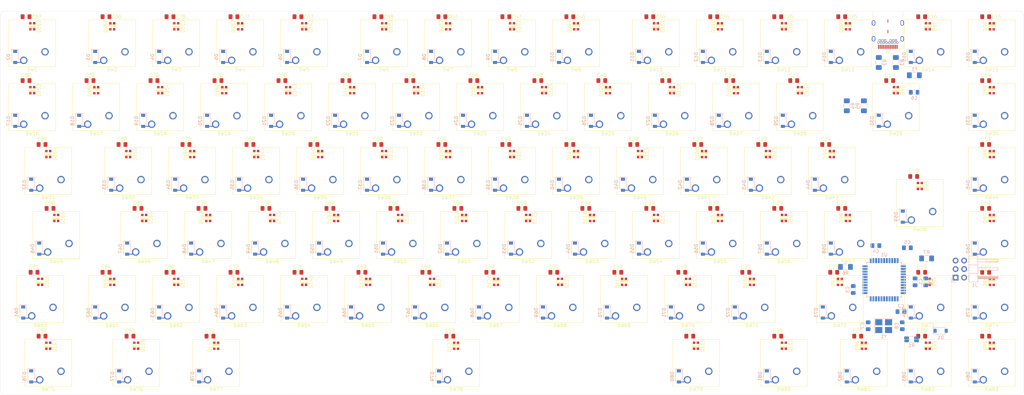
<source format=kicad_pcb>
(kicad_pcb (version 20171130) (host pcbnew 5.1.5+dfsg1-2build2)

  (general
    (thickness 1.6)
    (drawings 8)
    (tracks 166)
    (zones 0)
    (modules 354)
    (nets 216)
  )

  (page A3)
  (layers
    (0 F.Cu signal)
    (31 B.Cu signal)
    (32 B.Adhes user)
    (33 F.Adhes user)
    (34 B.Paste user)
    (35 F.Paste user)
    (36 B.SilkS user)
    (37 F.SilkS user)
    (38 B.Mask user)
    (39 F.Mask user)
    (40 Dwgs.User user)
    (41 Cmts.User user)
    (42 Eco1.User user)
    (43 Eco2.User user)
    (44 Edge.Cuts user)
    (45 Margin user)
    (46 B.CrtYd user)
    (47 F.CrtYd user)
    (48 B.Fab user)
    (49 F.Fab user)
  )

  (setup
    (last_trace_width 0.25)
    (trace_clearance 0.2)
    (zone_clearance 0.508)
    (zone_45_only no)
    (trace_min 0.2)
    (via_size 0.8)
    (via_drill 0.4)
    (via_min_size 0.6)
    (via_min_drill 0.3)
    (uvia_size 0.3)
    (uvia_drill 0.1)
    (uvias_allowed no)
    (uvia_min_size 0.2)
    (uvia_min_drill 0.1)
    (edge_width 0.05)
    (segment_width 0.2)
    (pcb_text_width 0.3)
    (pcb_text_size 1.5 1.5)
    (mod_edge_width 0.12)
    (mod_text_size 1 1)
    (mod_text_width 0.15)
    (pad_size 1.524 1.524)
    (pad_drill 0.762)
    (pad_to_mask_clearance 0.051)
    (solder_mask_min_width 0.25)
    (aux_axis_origin 0 0)
    (visible_elements FFFFF77F)
    (pcbplotparams
      (layerselection 0x010fc_ffffffff)
      (usegerberextensions false)
      (usegerberattributes false)
      (usegerberadvancedattributes false)
      (creategerberjobfile false)
      (excludeedgelayer true)
      (linewidth 0.100000)
      (plotframeref false)
      (viasonmask false)
      (mode 1)
      (useauxorigin false)
      (hpglpennumber 1)
      (hpglpenspeed 20)
      (hpglpendiameter 15.000000)
      (psnegative false)
      (psa4output false)
      (plotreference true)
      (plotvalue true)
      (plotinvisibletext false)
      (padsonsilk false)
      (subtractmaskfromsilk false)
      (outputformat 1)
      (mirror false)
      (drillshape 1)
      (scaleselection 1)
      (outputdirectory ""))
  )

  (net 0 "")
  (net 1 GND)
  (net 2 +5V)
  (net 3 "Net-(C7-Pad1)")
  (net 4 "Net-(C8-Pad2)")
  (net 5 "Net-(C9-Pad1)")
  (net 6 RST)
  (net 7 ROW0)
  (net 8 "Net-(D2-Pad2)")
  (net 9 "Net-(D3-Pad2)")
  (net 10 "Net-(D4-Pad2)")
  (net 11 "Net-(D5-Pad2)")
  (net 12 "Net-(D6-Pad2)")
  (net 13 "Net-(D7-Pad2)")
  (net 14 "Net-(D8-Pad2)")
  (net 15 "Net-(D9-Pad2)")
  (net 16 "Net-(D10-Pad2)")
  (net 17 "Net-(D11-Pad2)")
  (net 18 "Net-(D12-Pad2)")
  (net 19 "Net-(D13-Pad2)")
  (net 20 "Net-(D14-Pad2)")
  (net 21 "Net-(D15-Pad2)")
  (net 22 "Net-(D16-Pad2)")
  (net 23 ROW1)
  (net 24 "Net-(D17-Pad2)")
  (net 25 "Net-(D18-Pad2)")
  (net 26 "Net-(D19-Pad2)")
  (net 27 "Net-(D20-Pad2)")
  (net 28 "Net-(D21-Pad2)")
  (net 29 "Net-(D22-Pad2)")
  (net 30 "Net-(D23-Pad2)")
  (net 31 "Net-(D24-Pad2)")
  (net 32 "Net-(D25-Pad2)")
  (net 33 "Net-(D26-Pad2)")
  (net 34 "Net-(D27-Pad2)")
  (net 35 "Net-(D28-Pad2)")
  (net 36 "Net-(D29-Pad2)")
  (net 37 "Net-(D30-Pad2)")
  (net 38 "Net-(D31-Pad2)")
  (net 39 "Net-(D32-Pad2)")
  (net 40 ROW2)
  (net 41 "Net-(D33-Pad2)")
  (net 42 "Net-(D34-Pad2)")
  (net 43 "Net-(D35-Pad2)")
  (net 44 "Net-(D36-Pad2)")
  (net 45 "Net-(D37-Pad2)")
  (net 46 "Net-(D38-Pad2)")
  (net 47 "Net-(D39-Pad2)")
  (net 48 "Net-(D40-Pad2)")
  (net 49 "Net-(D41-Pad2)")
  (net 50 "Net-(D42-Pad2)")
  (net 51 "Net-(D43-Pad2)")
  (net 52 "Net-(D44-Pad2)")
  (net 53 "Net-(D45-Pad2)")
  (net 54 "Net-(D46-Pad2)")
  (net 55 ROW3)
  (net 56 "Net-(D47-Pad2)")
  (net 57 "Net-(D48-Pad2)")
  (net 58 "Net-(D49-Pad2)")
  (net 59 "Net-(D50-Pad2)")
  (net 60 "Net-(D51-Pad2)")
  (net 61 "Net-(D52-Pad2)")
  (net 62 "Net-(D53-Pad2)")
  (net 63 "Net-(D54-Pad2)")
  (net 64 "Net-(D55-Pad2)")
  (net 65 "Net-(D56-Pad2)")
  (net 66 "Net-(D57-Pad2)")
  (net 67 "Net-(D58-Pad2)")
  (net 68 "Net-(D59-Pad2)")
  (net 69 "Net-(D60-Pad2)")
  (net 70 ROW4)
  (net 71 "Net-(D61-Pad2)")
  (net 72 "Net-(D62-Pad2)")
  (net 73 "Net-(D63-Pad2)")
  (net 74 "Net-(D64-Pad2)")
  (net 75 "Net-(D65-Pad2)")
  (net 76 "Net-(D66-Pad2)")
  (net 77 "Net-(D67-Pad2)")
  (net 78 "Net-(D68-Pad2)")
  (net 79 "Net-(D69-Pad2)")
  (net 80 "Net-(D70-Pad2)")
  (net 81 "Net-(D71-Pad2)")
  (net 82 "Net-(D72-Pad2)")
  (net 83 "Net-(D73-Pad2)")
  (net 84 "Net-(D74-Pad2)")
  (net 85 "Net-(D75-Pad2)")
  (net 86 ROW5)
  (net 87 "Net-(D76-Pad2)")
  (net 88 "Net-(D77-Pad2)")
  (net 89 "Net-(D78-Pad2)")
  (net 90 "Net-(D79-Pad2)")
  (net 91 "Net-(D80-Pad2)")
  (net 92 "Net-(D81-Pad2)")
  (net 93 "Net-(D82-Pad2)")
  (net 94 "Net-(D83-Pad2)")
  (net 95 "Net-(D84-Pad2)")
  (net 96 "Net-(D85-Pad2)")
  (net 97 DIN)
  (net 98 "Net-(D86-Pad2)")
  (net 99 "Net-(D87-Pad2)")
  (net 100 "Net-(D88-Pad2)")
  (net 101 "Net-(D89-Pad2)")
  (net 102 "Net-(D90-Pad2)")
  (net 103 "Net-(D91-Pad2)")
  (net 104 "Net-(D92-Pad2)")
  (net 105 "Net-(D93-Pad2)")
  (net 106 "Net-(D94-Pad2)")
  (net 107 "Net-(D95-Pad2)")
  (net 108 "Net-(D96-Pad2)")
  (net 109 "Net-(D97-Pad2)")
  (net 110 "Net-(D98-Pad2)")
  (net 111 "Net-(D100-Pad4)")
  (net 112 "Net-(D100-Pad2)")
  (net 113 "Net-(D101-Pad2)")
  (net 114 "Net-(D102-Pad2)")
  (net 115 "Net-(D103-Pad2)")
  (net 116 "Net-(D104-Pad2)")
  (net 117 "Net-(D105-Pad2)")
  (net 118 "Net-(D106-Pad2)")
  (net 119 "Net-(D107-Pad2)")
  (net 120 "Net-(D108-Pad2)")
  (net 121 "Net-(D109-Pad2)")
  (net 122 "Net-(D110-Pad2)")
  (net 123 "Net-(D111-Pad2)")
  (net 124 "Net-(D112-Pad2)")
  (net 125 "Net-(D113-Pad2)")
  (net 126 "Net-(D114-Pad2)")
  (net 127 "Net-(D115-Pad2)")
  (net 128 "Net-(D116-Pad2)")
  (net 129 "Net-(D117-Pad2)")
  (net 130 "Net-(D118-Pad2)")
  (net 131 "Net-(D119-Pad2)")
  (net 132 "Net-(D120-Pad2)")
  (net 133 "Net-(D121-Pad2)")
  (net 134 "Net-(D122-Pad2)")
  (net 135 "Net-(D123-Pad2)")
  (net 136 "Net-(D124-Pad2)")
  (net 137 "Net-(D125-Pad2)")
  (net 138 "Net-(D126-Pad2)")
  (net 139 "Net-(D127-Pad2)")
  (net 140 "Net-(D128-Pad2)")
  (net 141 "Net-(D129-Pad2)")
  (net 142 "Net-(D130-Pad2)")
  (net 143 "Net-(D131-Pad2)")
  (net 144 "Net-(D132-Pad2)")
  (net 145 "Net-(D133-Pad2)")
  (net 146 "Net-(D134-Pad2)")
  (net 147 "Net-(D135-Pad2)")
  (net 148 "Net-(D136-Pad2)")
  (net 149 "Net-(D137-Pad2)")
  (net 150 "Net-(D138-Pad2)")
  (net 151 "Net-(D139-Pad2)")
  (net 152 "Net-(D140-Pad2)")
  (net 153 "Net-(D141-Pad2)")
  (net 154 "Net-(D142-Pad2)")
  (net 155 "Net-(D143-Pad2)")
  (net 156 "Net-(D144-Pad2)")
  (net 157 "Net-(D145-Pad2)")
  (net 158 "Net-(D146-Pad2)")
  (net 159 "Net-(D147-Pad2)")
  (net 160 "Net-(D148-Pad2)")
  (net 161 "Net-(D149-Pad2)")
  (net 162 "Net-(D150-Pad2)")
  (net 163 "Net-(D151-Pad2)")
  (net 164 "Net-(D152-Pad2)")
  (net 165 "Net-(D153-Pad2)")
  (net 166 "Net-(D154-Pad2)")
  (net 167 "Net-(D155-Pad2)")
  (net 168 "Net-(D156-Pad2)")
  (net 169 "Net-(D157-Pad2)")
  (net 170 "Net-(D158-Pad2)")
  (net 171 "Net-(D159-Pad2)")
  (net 172 "Net-(D160-Pad2)")
  (net 173 "Net-(D161-Pad2)")
  (net 174 "Net-(D162-Pad2)")
  (net 175 "Net-(D163-Pad2)")
  (net 176 "Net-(D164-Pad2)")
  (net 177 "Net-(D165-Pad2)")
  (net 178 "Net-(D166-Pad2)")
  (net 179 "Net-(D167-Pad2)")
  (net 180 "Net-(F1-Pad2)")
  (net 181 COL02)
  (net 182 COL00)
  (net 183 COL01)
  (net 184 "Net-(J2-PadA11)")
  (net 185 "Net-(J2-PadA10)")
  (net 186 "Net-(J2-PadA8)")
  (net 187 D-)
  (net 188 D+)
  (net 189 "Net-(J2-PadA5)")
  (net 190 "Net-(J2-PadA3)")
  (net 191 "Net-(J2-PadA2)")
  (net 192 "Net-(J2-PadB10)")
  (net 193 "Net-(J2-PadB3)")
  (net 194 "Net-(J2-PadB8)")
  (net 195 "Net-(J2-PadB5)")
  (net 196 "Net-(J2-PadB2)")
  (net 197 "Net-(J2-PadB11)")
  (net 198 "Net-(R6-Pad2)")
  (net 199 COL03)
  (net 200 COL04)
  (net 201 COL06)
  (net 202 COL07)
  (net 203 COL08)
  (net 204 COL09)
  (net 205 COL10)
  (net 206 COL11)
  (net 207 COL12)
  (net 208 COL13)
  (net 209 COL14)
  (net 210 COL15)
  (net 211 COL05)
  (net 212 "Net-(U1-Pad1)")
  (net 213 "Net-(U1-Pad8)")
  (net 214 "Net-(U1-Pad42)")
  (net 215 "Net-(R7-Pad2)")

  (net_class Default "Dies ist die voreingestellte Netzklasse."
    (clearance 0.2)
    (trace_width 0.25)
    (via_dia 0.8)
    (via_drill 0.4)
    (uvia_dia 0.3)
    (uvia_drill 0.1)
    (add_net +5V)
    (add_net COL00)
    (add_net COL01)
    (add_net COL02)
    (add_net COL03)
    (add_net COL04)
    (add_net COL05)
    (add_net COL06)
    (add_net COL07)
    (add_net COL08)
    (add_net COL09)
    (add_net COL10)
    (add_net COL11)
    (add_net COL12)
    (add_net COL13)
    (add_net COL14)
    (add_net COL15)
    (add_net D+)
    (add_net D-)
    (add_net DIN)
    (add_net GND)
    (add_net "Net-(C7-Pad1)")
    (add_net "Net-(C8-Pad2)")
    (add_net "Net-(C9-Pad1)")
    (add_net "Net-(D10-Pad2)")
    (add_net "Net-(D100-Pad2)")
    (add_net "Net-(D100-Pad4)")
    (add_net "Net-(D101-Pad2)")
    (add_net "Net-(D102-Pad2)")
    (add_net "Net-(D103-Pad2)")
    (add_net "Net-(D104-Pad2)")
    (add_net "Net-(D105-Pad2)")
    (add_net "Net-(D106-Pad2)")
    (add_net "Net-(D107-Pad2)")
    (add_net "Net-(D108-Pad2)")
    (add_net "Net-(D109-Pad2)")
    (add_net "Net-(D11-Pad2)")
    (add_net "Net-(D110-Pad2)")
    (add_net "Net-(D111-Pad2)")
    (add_net "Net-(D112-Pad2)")
    (add_net "Net-(D113-Pad2)")
    (add_net "Net-(D114-Pad2)")
    (add_net "Net-(D115-Pad2)")
    (add_net "Net-(D116-Pad2)")
    (add_net "Net-(D117-Pad2)")
    (add_net "Net-(D118-Pad2)")
    (add_net "Net-(D119-Pad2)")
    (add_net "Net-(D12-Pad2)")
    (add_net "Net-(D120-Pad2)")
    (add_net "Net-(D121-Pad2)")
    (add_net "Net-(D122-Pad2)")
    (add_net "Net-(D123-Pad2)")
    (add_net "Net-(D124-Pad2)")
    (add_net "Net-(D125-Pad2)")
    (add_net "Net-(D126-Pad2)")
    (add_net "Net-(D127-Pad2)")
    (add_net "Net-(D128-Pad2)")
    (add_net "Net-(D129-Pad2)")
    (add_net "Net-(D13-Pad2)")
    (add_net "Net-(D130-Pad2)")
    (add_net "Net-(D131-Pad2)")
    (add_net "Net-(D132-Pad2)")
    (add_net "Net-(D133-Pad2)")
    (add_net "Net-(D134-Pad2)")
    (add_net "Net-(D135-Pad2)")
    (add_net "Net-(D136-Pad2)")
    (add_net "Net-(D137-Pad2)")
    (add_net "Net-(D138-Pad2)")
    (add_net "Net-(D139-Pad2)")
    (add_net "Net-(D14-Pad2)")
    (add_net "Net-(D140-Pad2)")
    (add_net "Net-(D141-Pad2)")
    (add_net "Net-(D142-Pad2)")
    (add_net "Net-(D143-Pad2)")
    (add_net "Net-(D144-Pad2)")
    (add_net "Net-(D145-Pad2)")
    (add_net "Net-(D146-Pad2)")
    (add_net "Net-(D147-Pad2)")
    (add_net "Net-(D148-Pad2)")
    (add_net "Net-(D149-Pad2)")
    (add_net "Net-(D15-Pad2)")
    (add_net "Net-(D150-Pad2)")
    (add_net "Net-(D151-Pad2)")
    (add_net "Net-(D152-Pad2)")
    (add_net "Net-(D153-Pad2)")
    (add_net "Net-(D154-Pad2)")
    (add_net "Net-(D155-Pad2)")
    (add_net "Net-(D156-Pad2)")
    (add_net "Net-(D157-Pad2)")
    (add_net "Net-(D158-Pad2)")
    (add_net "Net-(D159-Pad2)")
    (add_net "Net-(D16-Pad2)")
    (add_net "Net-(D160-Pad2)")
    (add_net "Net-(D161-Pad2)")
    (add_net "Net-(D162-Pad2)")
    (add_net "Net-(D163-Pad2)")
    (add_net "Net-(D164-Pad2)")
    (add_net "Net-(D165-Pad2)")
    (add_net "Net-(D166-Pad2)")
    (add_net "Net-(D167-Pad2)")
    (add_net "Net-(D17-Pad2)")
    (add_net "Net-(D18-Pad2)")
    (add_net "Net-(D19-Pad2)")
    (add_net "Net-(D2-Pad2)")
    (add_net "Net-(D20-Pad2)")
    (add_net "Net-(D21-Pad2)")
    (add_net "Net-(D22-Pad2)")
    (add_net "Net-(D23-Pad2)")
    (add_net "Net-(D24-Pad2)")
    (add_net "Net-(D25-Pad2)")
    (add_net "Net-(D26-Pad2)")
    (add_net "Net-(D27-Pad2)")
    (add_net "Net-(D28-Pad2)")
    (add_net "Net-(D29-Pad2)")
    (add_net "Net-(D3-Pad2)")
    (add_net "Net-(D30-Pad2)")
    (add_net "Net-(D31-Pad2)")
    (add_net "Net-(D32-Pad2)")
    (add_net "Net-(D33-Pad2)")
    (add_net "Net-(D34-Pad2)")
    (add_net "Net-(D35-Pad2)")
    (add_net "Net-(D36-Pad2)")
    (add_net "Net-(D37-Pad2)")
    (add_net "Net-(D38-Pad2)")
    (add_net "Net-(D39-Pad2)")
    (add_net "Net-(D4-Pad2)")
    (add_net "Net-(D40-Pad2)")
    (add_net "Net-(D41-Pad2)")
    (add_net "Net-(D42-Pad2)")
    (add_net "Net-(D43-Pad2)")
    (add_net "Net-(D44-Pad2)")
    (add_net "Net-(D45-Pad2)")
    (add_net "Net-(D46-Pad2)")
    (add_net "Net-(D47-Pad2)")
    (add_net "Net-(D48-Pad2)")
    (add_net "Net-(D49-Pad2)")
    (add_net "Net-(D5-Pad2)")
    (add_net "Net-(D50-Pad2)")
    (add_net "Net-(D51-Pad2)")
    (add_net "Net-(D52-Pad2)")
    (add_net "Net-(D53-Pad2)")
    (add_net "Net-(D54-Pad2)")
    (add_net "Net-(D55-Pad2)")
    (add_net "Net-(D56-Pad2)")
    (add_net "Net-(D57-Pad2)")
    (add_net "Net-(D58-Pad2)")
    (add_net "Net-(D59-Pad2)")
    (add_net "Net-(D6-Pad2)")
    (add_net "Net-(D60-Pad2)")
    (add_net "Net-(D61-Pad2)")
    (add_net "Net-(D62-Pad2)")
    (add_net "Net-(D63-Pad2)")
    (add_net "Net-(D64-Pad2)")
    (add_net "Net-(D65-Pad2)")
    (add_net "Net-(D66-Pad2)")
    (add_net "Net-(D67-Pad2)")
    (add_net "Net-(D68-Pad2)")
    (add_net "Net-(D69-Pad2)")
    (add_net "Net-(D7-Pad2)")
    (add_net "Net-(D70-Pad2)")
    (add_net "Net-(D71-Pad2)")
    (add_net "Net-(D72-Pad2)")
    (add_net "Net-(D73-Pad2)")
    (add_net "Net-(D74-Pad2)")
    (add_net "Net-(D75-Pad2)")
    (add_net "Net-(D76-Pad2)")
    (add_net "Net-(D77-Pad2)")
    (add_net "Net-(D78-Pad2)")
    (add_net "Net-(D79-Pad2)")
    (add_net "Net-(D8-Pad2)")
    (add_net "Net-(D80-Pad2)")
    (add_net "Net-(D81-Pad2)")
    (add_net "Net-(D82-Pad2)")
    (add_net "Net-(D83-Pad2)")
    (add_net "Net-(D84-Pad2)")
    (add_net "Net-(D85-Pad2)")
    (add_net "Net-(D86-Pad2)")
    (add_net "Net-(D87-Pad2)")
    (add_net "Net-(D88-Pad2)")
    (add_net "Net-(D89-Pad2)")
    (add_net "Net-(D9-Pad2)")
    (add_net "Net-(D90-Pad2)")
    (add_net "Net-(D91-Pad2)")
    (add_net "Net-(D92-Pad2)")
    (add_net "Net-(D93-Pad2)")
    (add_net "Net-(D94-Pad2)")
    (add_net "Net-(D95-Pad2)")
    (add_net "Net-(D96-Pad2)")
    (add_net "Net-(D97-Pad2)")
    (add_net "Net-(D98-Pad2)")
    (add_net "Net-(F1-Pad2)")
    (add_net "Net-(J2-PadA10)")
    (add_net "Net-(J2-PadA11)")
    (add_net "Net-(J2-PadA2)")
    (add_net "Net-(J2-PadA3)")
    (add_net "Net-(J2-PadA5)")
    (add_net "Net-(J2-PadA8)")
    (add_net "Net-(J2-PadB10)")
    (add_net "Net-(J2-PadB11)")
    (add_net "Net-(J2-PadB2)")
    (add_net "Net-(J2-PadB3)")
    (add_net "Net-(J2-PadB5)")
    (add_net "Net-(J2-PadB8)")
    (add_net "Net-(R6-Pad2)")
    (add_net "Net-(R7-Pad2)")
    (add_net "Net-(U1-Pad1)")
    (add_net "Net-(U1-Pad42)")
    (add_net "Net-(U1-Pad8)")
    (add_net ROW0)
    (add_net ROW1)
    (add_net ROW2)
    (add_net ROW3)
    (add_net ROW4)
    (add_net ROW5)
    (add_net RST)
  )

  (module kezboard-pcb:USB_C_Receptacle_Stewart_SS-52400-003 (layer F.Cu) (tedit 5F26DA6C) (tstamp 5F15FEC3)
    (at 302.41875 38.1 180)
    (descr https://belfuse.com/resources/drawings/stewartconnector/dr-stw-ss-52400-003.pdf)
    (path /5EFFEB48)
    (fp_text reference J2 (at 0 -11.9) (layer F.SilkS)
      (effects (font (size 1 1) (thickness 0.15)))
    )
    (fp_text value USB_C_Receptacle (at 0 2.54) (layer F.Fab)
      (effects (font (size 1 1) (thickness 0.15)))
    )
    (fp_line (start -4.49 -2.55) (end -4.49 -0.21) (layer F.SilkS) (width 0.12))
    (fp_line (start 4.49 -0.21) (end 4.49 -2.55) (layer F.SilkS) (width 0.12))
    (fp_line (start 4.49 -9) (end 4.49 -11) (layer F.SilkS) (width 0.12))
    (fp_text user %R (at 0 -4.52) (layer F.Fab)
      (effects (font (size 1 1) (thickness 0.15)))
    )
    (fp_line (start -5.08 -11.43) (end 5.08 -11.43) (layer F.CrtYd) (width 0.05))
    (fp_line (start -5.08 1.27) (end 5.08 1.27) (layer F.CrtYd) (width 0.05))
    (fp_line (start -2 0) (end 2 0) (layer Dwgs.User) (width 0.1))
    (fp_line (start 4.37 0.95) (end 4.37 -10.88) (layer F.Fab) (width 0.1))
    (fp_line (start 4.37 -10.88) (end -4.37 -10.88) (layer F.Fab) (width 0.1))
    (fp_line (start -4.37 -10.88) (end -4.37 0.95) (layer F.Fab) (width 0.1))
    (fp_text user "PCB Edge" (at 0 -0.5) (layer Dwgs.User)
      (effects (font (size 0.5 0.5) (thickness 0.1)))
    )
    (fp_line (start -4.37 0.95) (end 4.37 0.95) (layer F.Fab) (width 0.1))
    (fp_line (start 5.08 1.27) (end 5.08 -11.43) (layer F.CrtYd) (width 0.05))
    (fp_line (start -5.08 -11.43) (end -5.08 1.27) (layer F.CrtYd) (width 0.05))
    (fp_line (start -3 -11) (end -4.49 -11) (layer F.SilkS) (width 0.12))
    (fp_line (start -4.49 -11) (end -4.49 -9) (layer F.SilkS) (width 0.12))
    (fp_line (start 4.49 -11) (end 3 -11) (layer F.SilkS) (width 0.12))
    (fp_line (start -4.49 -7.35) (end -4.49 -4.35) (layer F.SilkS) (width 0.12))
    (fp_line (start 4.49 -4.35) (end 4.49 -7.35) (layer F.SilkS) (width 0.12))
    (pad B11 thru_hole circle (at -2.4 -8.62 180) (size 0.65 0.65) (drill 0.4) (layers *.Cu *.Mask)
      (net 197 "Net-(J2-PadB11)"))
    (pad B2 thru_hole circle (at 2.4 -8.62 180) (size 0.65 0.65) (drill 0.4) (layers *.Cu *.Mask)
      (net 196 "Net-(J2-PadB2)"))
    (pad B12 thru_hole circle (at -2.8 -9.33 180) (size 0.65 0.65) (drill 0.4) (layers *.Cu *.Mask)
      (net 1 GND))
    (pad B5 thru_hole circle (at 0.8 -8.62 180) (size 0.65 0.65) (drill 0.4) (layers *.Cu *.Mask)
      (net 195 "Net-(J2-PadB5)"))
    (pad B8 thru_hole circle (at -0.8 -8.62 180) (size 0.65 0.65) (drill 0.4) (layers *.Cu *.Mask)
      (net 194 "Net-(J2-PadB8)"))
    (pad B3 thru_hole circle (at 1.6 -8.62 180) (size 0.65 0.65) (drill 0.4) (layers *.Cu *.Mask)
      (net 193 "Net-(J2-PadB3)"))
    (pad B10 thru_hole circle (at -1.6 -8.62 180) (size 0.65 0.65) (drill 0.4) (layers *.Cu *.Mask)
      (net 192 "Net-(J2-PadB10)"))
    (pad B1 thru_hole circle (at 2.8 -9.33 180) (size 0.65 0.65) (drill 0.4) (layers *.Cu *.Mask)
      (net 1 GND))
    (pad S1 thru_hole circle (at -2 -9.33 180) (size 0.65 0.65) (drill 0.4) (layers *.Cu *.Mask)
      (net 1 GND))
    (pad S1 thru_hole circle (at 2 -9.33 180) (size 0.65 0.65) (drill 0.4) (layers *.Cu *.Mask)
      (net 1 GND))
    (pad B9 thru_hole circle (at -1.2 -9.33 180) (size 0.65 0.65) (drill 0.4) (layers *.Cu *.Mask)
      (net 180 "Net-(F1-Pad2)"))
    (pad B4 thru_hole circle (at 1.2 -9.33 180) (size 0.65 0.65) (drill 0.4) (layers *.Cu *.Mask)
      (net 180 "Net-(F1-Pad2)"))
    (pad B7 thru_hole circle (at -0.4 -9.33 180) (size 0.65 0.65) (drill 0.4) (layers *.Cu *.Mask)
      (net 187 D-))
    (pad B6 thru_hole circle (at 0.4 -9.33 180) (size 0.65 0.65) (drill 0.4) (layers *.Cu *.Mask)
      (net 188 D+))
    (pad S1 smd rect (at 0 -6 180) (size 0.2 1) (layers F.Cu F.Paste F.Mask)
      (net 1 GND))
    (pad S1 smd rect (at 0 -2.9 180) (size 0.2 1) (layers F.Cu F.Paste F.Mask)
      (net 1 GND))
    (pad S1 thru_hole oval (at 4.27 -8.18 180) (size 1 1.6) (drill oval 0.6 1.2) (layers *.Cu *.Mask)
      (net 1 GND))
    (pad S1 thru_hole oval (at -4.27 -8.18 180) (size 1 1.6) (drill oval 0.6 1.2) (layers *.Cu *.Mask)
      (net 1 GND))
    (pad S1 thru_hole oval (at -4.27 -3.45 180) (size 1 1.6) (drill oval 0.6 1.2) (layers *.Cu *.Mask)
      (net 1 GND))
    (pad S1 thru_hole oval (at 4.27 -3.45 180) (size 1 1.6) (drill oval 0.6 1.2) (layers *.Cu *.Mask)
      (net 1 GND))
    (pad A1 smd rect (at -2.75 -10.58 180) (size 0.3 1.2) (layers F.Cu F.Paste F.Mask)
      (net 1 GND))
    (pad A2 smd rect (at -2.25 -10.58 180) (size 0.3 1.2) (layers F.Cu F.Paste F.Mask)
      (net 191 "Net-(J2-PadA2)"))
    (pad A3 smd rect (at -1.75 -10.58 180) (size 0.3 1.2) (layers F.Cu F.Paste F.Mask)
      (net 190 "Net-(J2-PadA3)"))
    (pad A4 smd rect (at -1.25 -10.58 180) (size 0.3 1.2) (layers F.Cu F.Paste F.Mask)
      (net 180 "Net-(F1-Pad2)"))
    (pad A5 smd rect (at -0.75 -10.58 180) (size 0.3 1.2) (layers F.Cu F.Paste F.Mask)
      (net 189 "Net-(J2-PadA5)"))
    (pad A6 smd rect (at -0.25 -10.58 180) (size 0.3 1.2) (layers F.Cu F.Paste F.Mask)
      (net 188 D+))
    (pad A7 smd rect (at 0.25 -10.58 180) (size 0.3 1.2) (layers F.Cu F.Paste F.Mask)
      (net 187 D-))
    (pad A8 smd rect (at 0.75 -10.58 180) (size 0.3 1.2) (layers F.Cu F.Paste F.Mask)
      (net 186 "Net-(J2-PadA8)"))
    (pad A9 smd rect (at 1.25 -10.58 180) (size 0.3 1.2) (layers F.Cu F.Paste F.Mask)
      (net 180 "Net-(F1-Pad2)"))
    (pad A10 smd rect (at 1.75 -10.58 180) (size 0.3 1.2) (layers F.Cu F.Paste F.Mask)
      (net 185 "Net-(J2-PadA10)"))
    (pad A11 smd rect (at 2.25 -10.58 180) (size 0.3 1.2) (layers F.Cu F.Paste F.Mask)
      (net 184 "Net-(J2-PadA11)"))
    (pad A12 smd rect (at 2.75 -10.58 180) (size 0.3 1.2) (layers F.Cu F.Paste F.Mask)
      (net 1 GND))
  )

  (module Resistor_SMD:R_1206_3216Metric_Pad1.42x1.75mm_HandSolder (layer B.Cu) (tedit 5B301BBD) (tstamp 5F26397F)
    (at 313.944 111.76 180)
    (descr "Resistor SMD 1206 (3216 Metric), square (rectangular) end terminal, IPC_7351 nominal with elongated pad for handsoldering. (Body size source: http://www.tortai-tech.com/upload/download/2011102023233369053.pdf), generated with kicad-footprint-generator")
    (tags "resistor handsolder")
    (path /5F259898)
    (attr smd)
    (fp_text reference R7 (at 0 1.82) (layer B.SilkS)
      (effects (font (size 1 1) (thickness 0.15)) (justify mirror))
    )
    (fp_text value 470 (at 0 -1.82) (layer B.Fab)
      (effects (font (size 1 1) (thickness 0.15)) (justify mirror))
    )
    (fp_text user %R (at 0 0) (layer B.Fab)
      (effects (font (size 0.8 0.8) (thickness 0.12)) (justify mirror))
    )
    (fp_line (start 2.45 -1.12) (end -2.45 -1.12) (layer B.CrtYd) (width 0.05))
    (fp_line (start 2.45 1.12) (end 2.45 -1.12) (layer B.CrtYd) (width 0.05))
    (fp_line (start -2.45 1.12) (end 2.45 1.12) (layer B.CrtYd) (width 0.05))
    (fp_line (start -2.45 -1.12) (end -2.45 1.12) (layer B.CrtYd) (width 0.05))
    (fp_line (start -0.602064 -0.91) (end 0.602064 -0.91) (layer B.SilkS) (width 0.12))
    (fp_line (start -0.602064 0.91) (end 0.602064 0.91) (layer B.SilkS) (width 0.12))
    (fp_line (start 1.6 -0.8) (end -1.6 -0.8) (layer B.Fab) (width 0.1))
    (fp_line (start 1.6 0.8) (end 1.6 -0.8) (layer B.Fab) (width 0.1))
    (fp_line (start -1.6 0.8) (end 1.6 0.8) (layer B.Fab) (width 0.1))
    (fp_line (start -1.6 -0.8) (end -1.6 0.8) (layer B.Fab) (width 0.1))
    (pad 2 smd roundrect (at 1.4875 0 180) (size 1.425 1.75) (layers B.Cu B.Paste B.Mask) (roundrect_rratio 0.175439)
      (net 215 "Net-(R7-Pad2)"))
    (pad 1 smd roundrect (at -1.4875 0 180) (size 1.425 1.75) (layers B.Cu B.Paste B.Mask) (roundrect_rratio 0.175439)
      (net 97 DIN))
    (model ${KISYS3DMOD}/Resistor_SMD.3dshapes/R_1206_3216Metric.wrl
      (at (xyz 0 0 0))
      (scale (xyz 1 1 1))
      (rotate (xyz 0 0 0))
    )
  )

  (module kezboard-pcb:LED_WS2812_2020 (layer F.Cu) (tedit 5F1C4B34) (tstamp 5F1B709E)
    (at 333.375 137.795 90)
    (descr https://www.peace-corp.co.jp/data/WS2812-2020_V1.0_EN.pdf)
    (path /5F949B9C/5F9E7A8D)
    (fp_text reference D85 (at 0 -2 90) (layer F.SilkS)
      (effects (font (size 1 1) (thickness 0.15)))
    )
    (fp_text value WS2812B (at 0 2 90) (layer F.Fab)
      (effects (font (size 1 1) (thickness 0.15)))
    )
    (fp_line (start -1.1 -1) (end 1.1 -1) (layer F.Fab) (width 0.1))
    (fp_line (start 1.1 -1) (end 1.1 1) (layer F.Fab) (width 0.1))
    (fp_line (start 1.1 1) (end -1.1 1) (layer F.Fab) (width 0.1))
    (fp_line (start -1.1 1) (end -1.1 -1) (layer F.Fab) (width 0.1))
    (fp_text user %R (at 0 0 90) (layer F.Fab)
      (effects (font (size 0.5 0.5) (thickness 0.1)))
    )
    (fp_line (start -1.1 -1.11) (end 1.1 -1.11) (layer F.SilkS) (width 0.12))
    (fp_line (start 1.1 1.11) (end -1.1 1.11) (layer F.SilkS) (width 0.12))
    (fp_poly (pts (xy 0.45 0.9) (xy 0.05 0.9) (xy 0.05 -0.9) (xy 0.45 -0.9)) (layer F.SilkS) (width 0.1))
    (pad 2 smd rect (at 0.9015 0.55 90) (size 0.7 0.7) (layers F.Cu F.Paste F.Mask)
      (net 96 "Net-(D85-Pad2)"))
    (pad 3 smd rect (at 0.9015 -0.55 90) (size 0.7 0.7) (layers F.Cu F.Paste F.Mask)
      (net 1 GND))
    (pad 4 smd rect (at -0.9015 -0.55 90) (size 0.7 0.7) (layers F.Cu F.Paste F.Mask)
      (net 97 DIN))
    (pad 1 smd rect (at -0.9015 0.55 90) (size 0.7 0.7) (layers F.Cu F.Paste F.Mask)
      (net 2 +5V))
  )

  (module kezboard-pcb:LED_WS2812_2020 (layer F.Cu) (tedit 5F1C4B34) (tstamp 5F15F975)
    (at 333.375 118.745 90)
    (descr https://www.peace-corp.co.jp/data/WS2812-2020_V1.0_EN.pdf)
    (path /5F949B9C/5FD3F1F5)
    (fp_text reference D86 (at 0 -2 90) (layer F.SilkS)
      (effects (font (size 1 1) (thickness 0.15)))
    )
    (fp_text value WS2812B (at 0 2 90) (layer F.Fab)
      (effects (font (size 1 1) (thickness 0.15)))
    )
    (fp_poly (pts (xy 0.45 0.9) (xy 0.05 0.9) (xy 0.05 -0.9) (xy 0.45 -0.9)) (layer F.SilkS) (width 0.1))
    (fp_line (start 1.1 1.11) (end -1.1 1.11) (layer F.SilkS) (width 0.12))
    (fp_line (start -1.1 -1.11) (end 1.1 -1.11) (layer F.SilkS) (width 0.12))
    (fp_text user %R (at 0 0 90) (layer F.Fab)
      (effects (font (size 0.5 0.5) (thickness 0.1)))
    )
    (fp_line (start -1.1 1) (end -1.1 -1) (layer F.Fab) (width 0.1))
    (fp_line (start 1.1 1) (end -1.1 1) (layer F.Fab) (width 0.1))
    (fp_line (start 1.1 -1) (end 1.1 1) (layer F.Fab) (width 0.1))
    (fp_line (start -1.1 -1) (end 1.1 -1) (layer F.Fab) (width 0.1))
    (pad 1 smd rect (at -0.9015 0.55 90) (size 0.7 0.7) (layers F.Cu F.Paste F.Mask)
      (net 2 +5V))
    (pad 4 smd rect (at -0.9015 -0.55 90) (size 0.7 0.7) (layers F.Cu F.Paste F.Mask)
      (net 96 "Net-(D85-Pad2)"))
    (pad 3 smd rect (at 0.9015 -0.55 90) (size 0.7 0.7) (layers F.Cu F.Paste F.Mask)
      (net 1 GND))
    (pad 2 smd rect (at 0.9015 0.55 90) (size 0.7 0.7) (layers F.Cu F.Paste F.Mask)
      (net 98 "Net-(D86-Pad2)"))
  )

  (module kezboard-pcb:LED_WS2812_2020 (layer F.Cu) (tedit 5F1C4B34) (tstamp 5F1B738A)
    (at 333.375 99.695 90)
    (descr https://www.peace-corp.co.jp/data/WS2812-2020_V1.0_EN.pdf)
    (path /5F949B9C/5FD40FA8)
    (fp_text reference D87 (at 0 -2 90) (layer F.SilkS)
      (effects (font (size 1 1) (thickness 0.15)))
    )
    (fp_text value WS2812B (at 0 2 90) (layer F.Fab)
      (effects (font (size 1 1) (thickness 0.15)))
    )
    (fp_poly (pts (xy 0.45 0.9) (xy 0.05 0.9) (xy 0.05 -0.9) (xy 0.45 -0.9)) (layer F.SilkS) (width 0.1))
    (fp_line (start 1.1 1.11) (end -1.1 1.11) (layer F.SilkS) (width 0.12))
    (fp_line (start -1.1 -1.11) (end 1.1 -1.11) (layer F.SilkS) (width 0.12))
    (fp_text user %R (at 0 0 90) (layer F.Fab)
      (effects (font (size 0.5 0.5) (thickness 0.1)))
    )
    (fp_line (start -1.1 1) (end -1.1 -1) (layer F.Fab) (width 0.1))
    (fp_line (start 1.1 1) (end -1.1 1) (layer F.Fab) (width 0.1))
    (fp_line (start 1.1 -1) (end 1.1 1) (layer F.Fab) (width 0.1))
    (fp_line (start -1.1 -1) (end 1.1 -1) (layer F.Fab) (width 0.1))
    (pad 1 smd rect (at -0.9015 0.55 90) (size 0.7 0.7) (layers F.Cu F.Paste F.Mask)
      (net 2 +5V))
    (pad 4 smd rect (at -0.9015 -0.55 90) (size 0.7 0.7) (layers F.Cu F.Paste F.Mask)
      (net 98 "Net-(D86-Pad2)"))
    (pad 3 smd rect (at 0.9015 -0.55 90) (size 0.7 0.7) (layers F.Cu F.Paste F.Mask)
      (net 1 GND))
    (pad 2 smd rect (at 0.9015 0.55 90) (size 0.7 0.7) (layers F.Cu F.Paste F.Mask)
      (net 99 "Net-(D87-Pad2)"))
  )

  (module kezboard-pcb:LED_WS2812_2020 (layer F.Cu) (tedit 5F1C4B34) (tstamp 5F25A25B)
    (at 333.375 80.645 90)
    (descr https://www.peace-corp.co.jp/data/WS2812-2020_V1.0_EN.pdf)
    (path /5F949B9C/5FD423CF)
    (fp_text reference D88 (at 0 -2 90) (layer F.SilkS)
      (effects (font (size 1 1) (thickness 0.15)))
    )
    (fp_text value WS2812B (at 0 2 90) (layer F.Fab)
      (effects (font (size 1 1) (thickness 0.15)))
    )
    (fp_poly (pts (xy 0.45 0.9) (xy 0.05 0.9) (xy 0.05 -0.9) (xy 0.45 -0.9)) (layer F.SilkS) (width 0.1))
    (fp_line (start 1.1 1.11) (end -1.1 1.11) (layer F.SilkS) (width 0.12))
    (fp_line (start -1.1 -1.11) (end 1.1 -1.11) (layer F.SilkS) (width 0.12))
    (fp_text user %R (at 0 0 90) (layer F.Fab)
      (effects (font (size 0.5 0.5) (thickness 0.1)))
    )
    (fp_line (start -1.1 1) (end -1.1 -1) (layer F.Fab) (width 0.1))
    (fp_line (start 1.1 1) (end -1.1 1) (layer F.Fab) (width 0.1))
    (fp_line (start 1.1 -1) (end 1.1 1) (layer F.Fab) (width 0.1))
    (fp_line (start -1.1 -1) (end 1.1 -1) (layer F.Fab) (width 0.1))
    (pad 1 smd rect (at -0.9015 0.55 90) (size 0.7 0.7) (layers F.Cu F.Paste F.Mask)
      (net 2 +5V))
    (pad 4 smd rect (at -0.9015 -0.55 90) (size 0.7 0.7) (layers F.Cu F.Paste F.Mask)
      (net 99 "Net-(D87-Pad2)"))
    (pad 3 smd rect (at 0.9015 -0.55 90) (size 0.7 0.7) (layers F.Cu F.Paste F.Mask)
      (net 1 GND))
    (pad 2 smd rect (at 0.9015 0.55 90) (size 0.7 0.7) (layers F.Cu F.Paste F.Mask)
      (net 100 "Net-(D88-Pad2)"))
  )

  (module kezboard-pcb:LED_WS2812_2020 (layer F.Cu) (tedit 5F1C4B34) (tstamp 5F15F9A2)
    (at 333.375 61.595 90)
    (descr https://www.peace-corp.co.jp/data/WS2812-2020_V1.0_EN.pdf)
    (path /5F949B9C/5FD43994)
    (fp_text reference D89 (at 0 -2 90) (layer F.SilkS)
      (effects (font (size 1 1) (thickness 0.15)))
    )
    (fp_text value WS2812B (at 0 2 90) (layer F.Fab)
      (effects (font (size 1 1) (thickness 0.15)))
    )
    (fp_line (start -1.1 -1) (end 1.1 -1) (layer F.Fab) (width 0.1))
    (fp_line (start 1.1 -1) (end 1.1 1) (layer F.Fab) (width 0.1))
    (fp_line (start 1.1 1) (end -1.1 1) (layer F.Fab) (width 0.1))
    (fp_line (start -1.1 1) (end -1.1 -1) (layer F.Fab) (width 0.1))
    (fp_text user %R (at 0 0 90) (layer F.Fab)
      (effects (font (size 0.5 0.5) (thickness 0.1)))
    )
    (fp_line (start -1.1 -1.11) (end 1.1 -1.11) (layer F.SilkS) (width 0.12))
    (fp_line (start 1.1 1.11) (end -1.1 1.11) (layer F.SilkS) (width 0.12))
    (fp_poly (pts (xy 0.45 0.9) (xy 0.05 0.9) (xy 0.05 -0.9) (xy 0.45 -0.9)) (layer F.SilkS) (width 0.1))
    (pad 2 smd rect (at 0.9015 0.55 90) (size 0.7 0.7) (layers F.Cu F.Paste F.Mask)
      (net 101 "Net-(D89-Pad2)"))
    (pad 3 smd rect (at 0.9015 -0.55 90) (size 0.7 0.7) (layers F.Cu F.Paste F.Mask)
      (net 1 GND))
    (pad 4 smd rect (at -0.9015 -0.55 90) (size 0.7 0.7) (layers F.Cu F.Paste F.Mask)
      (net 100 "Net-(D88-Pad2)"))
    (pad 1 smd rect (at -0.9015 0.55 90) (size 0.7 0.7) (layers F.Cu F.Paste F.Mask)
      (net 2 +5V))
  )

  (module kezboard-pcb:LED_WS2812_2020 (layer F.Cu) (tedit 5F1C4B34) (tstamp 5F15F9B1)
    (at 333.375 42.545 90)
    (descr https://www.peace-corp.co.jp/data/WS2812-2020_V1.0_EN.pdf)
    (path /5F949B9C/5F62CAD6)
    (fp_text reference D90 (at 0 -2 90) (layer F.SilkS)
      (effects (font (size 1 1) (thickness 0.15)))
    )
    (fp_text value WS2812B (at 0 2 90) (layer F.Fab)
      (effects (font (size 1 1) (thickness 0.15)))
    )
    (fp_poly (pts (xy 0.45 0.9) (xy 0.05 0.9) (xy 0.05 -0.9) (xy 0.45 -0.9)) (layer F.SilkS) (width 0.1))
    (fp_line (start 1.1 1.11) (end -1.1 1.11) (layer F.SilkS) (width 0.12))
    (fp_line (start -1.1 -1.11) (end 1.1 -1.11) (layer F.SilkS) (width 0.12))
    (fp_text user %R (at 0 0 90) (layer F.Fab)
      (effects (font (size 0.5 0.5) (thickness 0.1)))
    )
    (fp_line (start -1.1 1) (end -1.1 -1) (layer F.Fab) (width 0.1))
    (fp_line (start 1.1 1) (end -1.1 1) (layer F.Fab) (width 0.1))
    (fp_line (start 1.1 -1) (end 1.1 1) (layer F.Fab) (width 0.1))
    (fp_line (start -1.1 -1) (end 1.1 -1) (layer F.Fab) (width 0.1))
    (pad 1 smd rect (at -0.9015 0.55 90) (size 0.7 0.7) (layers F.Cu F.Paste F.Mask)
      (net 2 +5V))
    (pad 4 smd rect (at -0.9015 -0.55 90) (size 0.7 0.7) (layers F.Cu F.Paste F.Mask)
      (net 101 "Net-(D89-Pad2)"))
    (pad 3 smd rect (at 0.9015 -0.55 90) (size 0.7 0.7) (layers F.Cu F.Paste F.Mask)
      (net 1 GND))
    (pad 2 smd rect (at 0.9015 0.55 90) (size 0.7 0.7) (layers F.Cu F.Paste F.Mask)
      (net 102 "Net-(D90-Pad2)"))
  )

  (module kezboard-pcb:LED_WS2812_2020 (layer F.Cu) (tedit 5F1C4B34) (tstamp 5F15F9C0)
    (at 314.325 42.545 270)
    (descr https://www.peace-corp.co.jp/data/WS2812-2020_V1.0_EN.pdf)
    (path /5F949B9C/5F62CAF9)
    (fp_text reference D91 (at 0 -2 90) (layer F.SilkS)
      (effects (font (size 1 1) (thickness 0.15)))
    )
    (fp_text value WS2812B (at 0 2 90) (layer F.Fab)
      (effects (font (size 1 1) (thickness 0.15)))
    )
    (fp_line (start -1.1 -1) (end 1.1 -1) (layer F.Fab) (width 0.1))
    (fp_line (start 1.1 -1) (end 1.1 1) (layer F.Fab) (width 0.1))
    (fp_line (start 1.1 1) (end -1.1 1) (layer F.Fab) (width 0.1))
    (fp_line (start -1.1 1) (end -1.1 -1) (layer F.Fab) (width 0.1))
    (fp_text user %R (at 0 0 90) (layer F.Fab)
      (effects (font (size 0.5 0.5) (thickness 0.1)))
    )
    (fp_line (start -1.1 -1.11) (end 1.1 -1.11) (layer F.SilkS) (width 0.12))
    (fp_line (start 1.1 1.11) (end -1.1 1.11) (layer F.SilkS) (width 0.12))
    (fp_poly (pts (xy 0.45 0.9) (xy 0.05 0.9) (xy 0.05 -0.9) (xy 0.45 -0.9)) (layer F.SilkS) (width 0.1))
    (pad 2 smd rect (at 0.9015 0.55 270) (size 0.7 0.7) (layers F.Cu F.Paste F.Mask)
      (net 103 "Net-(D91-Pad2)"))
    (pad 3 smd rect (at 0.9015 -0.55 270) (size 0.7 0.7) (layers F.Cu F.Paste F.Mask)
      (net 1 GND))
    (pad 4 smd rect (at -0.9015 -0.55 270) (size 0.7 0.7) (layers F.Cu F.Paste F.Mask)
      (net 102 "Net-(D90-Pad2)"))
    (pad 1 smd rect (at -0.9015 0.55 270) (size 0.7 0.7) (layers F.Cu F.Paste F.Mask)
      (net 2 +5V))
  )

  (module kezboard-pcb:LED_WS2812_2020 (layer F.Cu) (tedit 5F1C4B34) (tstamp 5F15F9CF)
    (at 304.8 61.595 270)
    (descr https://www.peace-corp.co.jp/data/WS2812-2020_V1.0_EN.pdf)
    (path /5F949B9C/5F62CB1C)
    (fp_text reference D92 (at 0 -2 90) (layer F.SilkS)
      (effects (font (size 1 1) (thickness 0.15)))
    )
    (fp_text value WS2812B (at 0 2 90) (layer F.Fab)
      (effects (font (size 1 1) (thickness 0.15)))
    )
    (fp_poly (pts (xy 0.45 0.9) (xy 0.05 0.9) (xy 0.05 -0.9) (xy 0.45 -0.9)) (layer F.SilkS) (width 0.1))
    (fp_line (start 1.1 1.11) (end -1.1 1.11) (layer F.SilkS) (width 0.12))
    (fp_line (start -1.1 -1.11) (end 1.1 -1.11) (layer F.SilkS) (width 0.12))
    (fp_text user %R (at 0 0 90) (layer F.Fab)
      (effects (font (size 0.5 0.5) (thickness 0.1)))
    )
    (fp_line (start -1.1 1) (end -1.1 -1) (layer F.Fab) (width 0.1))
    (fp_line (start 1.1 1) (end -1.1 1) (layer F.Fab) (width 0.1))
    (fp_line (start 1.1 -1) (end 1.1 1) (layer F.Fab) (width 0.1))
    (fp_line (start -1.1 -1) (end 1.1 -1) (layer F.Fab) (width 0.1))
    (pad 1 smd rect (at -0.9015 0.55 270) (size 0.7 0.7) (layers F.Cu F.Paste F.Mask)
      (net 2 +5V))
    (pad 4 smd rect (at -0.9015 -0.55 270) (size 0.7 0.7) (layers F.Cu F.Paste F.Mask)
      (net 103 "Net-(D91-Pad2)"))
    (pad 3 smd rect (at 0.9015 -0.55 270) (size 0.7 0.7) (layers F.Cu F.Paste F.Mask)
      (net 1 GND))
    (pad 2 smd rect (at 0.9015 0.55 270) (size 0.7 0.7) (layers F.Cu F.Paste F.Mask)
      (net 104 "Net-(D92-Pad2)"))
  )

  (module kezboard-pcb:LED_WS2812_2020 (layer F.Cu) (tedit 5F1C4B34) (tstamp 5F15F9DE)
    (at 311.94375 90.17 270)
    (descr https://www.peace-corp.co.jp/data/WS2812-2020_V1.0_EN.pdf)
    (path /5F949B9C/5F62CB3F)
    (fp_text reference D93 (at 0 -2 90) (layer F.SilkS)
      (effects (font (size 1 1) (thickness 0.15)))
    )
    (fp_text value WS2812B (at 0 2 90) (layer F.Fab)
      (effects (font (size 1 1) (thickness 0.15)))
    )
    (fp_line (start -1.1 -1) (end 1.1 -1) (layer F.Fab) (width 0.1))
    (fp_line (start 1.1 -1) (end 1.1 1) (layer F.Fab) (width 0.1))
    (fp_line (start 1.1 1) (end -1.1 1) (layer F.Fab) (width 0.1))
    (fp_line (start -1.1 1) (end -1.1 -1) (layer F.Fab) (width 0.1))
    (fp_text user %R (at 0 0 90) (layer F.Fab)
      (effects (font (size 0.5 0.5) (thickness 0.1)))
    )
    (fp_line (start -1.1 -1.11) (end 1.1 -1.11) (layer F.SilkS) (width 0.12))
    (fp_line (start 1.1 1.11) (end -1.1 1.11) (layer F.SilkS) (width 0.12))
    (fp_poly (pts (xy 0.45 0.9) (xy 0.05 0.9) (xy 0.05 -0.9) (xy 0.45 -0.9)) (layer F.SilkS) (width 0.1))
    (pad 2 smd rect (at 0.9015 0.55 270) (size 0.7 0.7) (layers F.Cu F.Paste F.Mask)
      (net 105 "Net-(D93-Pad2)"))
    (pad 3 smd rect (at 0.9015 -0.55 270) (size 0.7 0.7) (layers F.Cu F.Paste F.Mask)
      (net 1 GND))
    (pad 4 smd rect (at -0.9015 -0.55 270) (size 0.7 0.7) (layers F.Cu F.Paste F.Mask)
      (net 104 "Net-(D92-Pad2)"))
    (pad 1 smd rect (at -0.9015 0.55 270) (size 0.7 0.7) (layers F.Cu F.Paste F.Mask)
      (net 2 +5V))
  )

  (module kezboard-pcb:LED_WS2812_2020 (layer F.Cu) (tedit 5F1C4B34) (tstamp 5F15F9ED)
    (at 314.325 118.745 270)
    (descr https://www.peace-corp.co.jp/data/WS2812-2020_V1.0_EN.pdf)
    (path /5F949B9C/5F62CB61)
    (fp_text reference D94 (at 0 -2 90) (layer F.SilkS)
      (effects (font (size 1 1) (thickness 0.15)))
    )
    (fp_text value WS2812B (at 0 2 90) (layer F.Fab)
      (effects (font (size 1 1) (thickness 0.15)))
    )
    (fp_poly (pts (xy 0.45 0.9) (xy 0.05 0.9) (xy 0.05 -0.9) (xy 0.45 -0.9)) (layer F.SilkS) (width 0.1))
    (fp_line (start 1.1 1.11) (end -1.1 1.11) (layer F.SilkS) (width 0.12))
    (fp_line (start -1.1 -1.11) (end 1.1 -1.11) (layer F.SilkS) (width 0.12))
    (fp_text user %R (at 0 0 90) (layer F.Fab)
      (effects (font (size 0.5 0.5) (thickness 0.1)))
    )
    (fp_line (start -1.1 1) (end -1.1 -1) (layer F.Fab) (width 0.1))
    (fp_line (start 1.1 1) (end -1.1 1) (layer F.Fab) (width 0.1))
    (fp_line (start 1.1 -1) (end 1.1 1) (layer F.Fab) (width 0.1))
    (fp_line (start -1.1 -1) (end 1.1 -1) (layer F.Fab) (width 0.1))
    (pad 1 smd rect (at -0.9015 0.55 270) (size 0.7 0.7) (layers F.Cu F.Paste F.Mask)
      (net 2 +5V))
    (pad 4 smd rect (at -0.9015 -0.55 270) (size 0.7 0.7) (layers F.Cu F.Paste F.Mask)
      (net 105 "Net-(D93-Pad2)"))
    (pad 3 smd rect (at 0.9015 -0.55 270) (size 0.7 0.7) (layers F.Cu F.Paste F.Mask)
      (net 1 GND))
    (pad 2 smd rect (at 0.9015 0.55 270) (size 0.7 0.7) (layers F.Cu F.Paste F.Mask)
      (net 106 "Net-(D94-Pad2)"))
  )

  (module kezboard-pcb:LED_WS2812_2020 (layer F.Cu) (tedit 5F1C4B34) (tstamp 5F15F9FC)
    (at 314.325 137.795 270)
    (descr https://www.peace-corp.co.jp/data/WS2812-2020_V1.0_EN.pdf)
    (path /5F949B9C/5F6A6266)
    (fp_text reference D95 (at 0 -2 90) (layer F.SilkS)
      (effects (font (size 1 1) (thickness 0.15)))
    )
    (fp_text value WS2812B (at 0 2 90) (layer F.Fab)
      (effects (font (size 1 1) (thickness 0.15)))
    )
    (fp_poly (pts (xy 0.45 0.9) (xy 0.05 0.9) (xy 0.05 -0.9) (xy 0.45 -0.9)) (layer F.SilkS) (width 0.1))
    (fp_line (start 1.1 1.11) (end -1.1 1.11) (layer F.SilkS) (width 0.12))
    (fp_line (start -1.1 -1.11) (end 1.1 -1.11) (layer F.SilkS) (width 0.12))
    (fp_text user %R (at 0 0 90) (layer F.Fab)
      (effects (font (size 0.5 0.5) (thickness 0.1)))
    )
    (fp_line (start -1.1 1) (end -1.1 -1) (layer F.Fab) (width 0.1))
    (fp_line (start 1.1 1) (end -1.1 1) (layer F.Fab) (width 0.1))
    (fp_line (start 1.1 -1) (end 1.1 1) (layer F.Fab) (width 0.1))
    (fp_line (start -1.1 -1) (end 1.1 -1) (layer F.Fab) (width 0.1))
    (pad 1 smd rect (at -0.9015 0.55 270) (size 0.7 0.7) (layers F.Cu F.Paste F.Mask)
      (net 2 +5V))
    (pad 4 smd rect (at -0.9015 -0.55 270) (size 0.7 0.7) (layers F.Cu F.Paste F.Mask)
      (net 106 "Net-(D94-Pad2)"))
    (pad 3 smd rect (at 0.9015 -0.55 270) (size 0.7 0.7) (layers F.Cu F.Paste F.Mask)
      (net 1 GND))
    (pad 2 smd rect (at 0.9015 0.55 270) (size 0.7 0.7) (layers F.Cu F.Paste F.Mask)
      (net 107 "Net-(D95-Pad2)"))
  )

  (module kezboard-pcb:LED_WS2812_2020 (layer F.Cu) (tedit 5F1C4B34) (tstamp 5F15FA0B)
    (at 295.275 137.795 90)
    (descr https://www.peace-corp.co.jp/data/WS2812-2020_V1.0_EN.pdf)
    (path /5F949B9C/5F6A6289)
    (fp_text reference D96 (at 0 -2 90) (layer F.SilkS)
      (effects (font (size 1 1) (thickness 0.15)))
    )
    (fp_text value WS2812B (at 0 2 90) (layer F.Fab)
      (effects (font (size 1 1) (thickness 0.15)))
    )
    (fp_line (start -1.1 -1) (end 1.1 -1) (layer F.Fab) (width 0.1))
    (fp_line (start 1.1 -1) (end 1.1 1) (layer F.Fab) (width 0.1))
    (fp_line (start 1.1 1) (end -1.1 1) (layer F.Fab) (width 0.1))
    (fp_line (start -1.1 1) (end -1.1 -1) (layer F.Fab) (width 0.1))
    (fp_text user %R (at 0 0 90) (layer F.Fab)
      (effects (font (size 0.5 0.5) (thickness 0.1)))
    )
    (fp_line (start -1.1 -1.11) (end 1.1 -1.11) (layer F.SilkS) (width 0.12))
    (fp_line (start 1.1 1.11) (end -1.1 1.11) (layer F.SilkS) (width 0.12))
    (fp_poly (pts (xy 0.45 0.9) (xy 0.05 0.9) (xy 0.05 -0.9) (xy 0.45 -0.9)) (layer F.SilkS) (width 0.1))
    (pad 2 smd rect (at 0.9015 0.55 90) (size 0.7 0.7) (layers F.Cu F.Paste F.Mask)
      (net 108 "Net-(D96-Pad2)"))
    (pad 3 smd rect (at 0.9015 -0.55 90) (size 0.7 0.7) (layers F.Cu F.Paste F.Mask)
      (net 1 GND))
    (pad 4 smd rect (at -0.9015 -0.55 90) (size 0.7 0.7) (layers F.Cu F.Paste F.Mask)
      (net 107 "Net-(D95-Pad2)"))
    (pad 1 smd rect (at -0.9015 0.55 90) (size 0.7 0.7) (layers F.Cu F.Paste F.Mask)
      (net 2 +5V))
  )

  (module kezboard-pcb:LED_WS2812_2020 (layer F.Cu) (tedit 5F1C4B34) (tstamp 5F15FA1A)
    (at 288.13125 118.745 90)
    (descr https://www.peace-corp.co.jp/data/WS2812-2020_V1.0_EN.pdf)
    (path /5F949B9C/5F6A62AC)
    (fp_text reference D97 (at 0 -2 90) (layer F.SilkS)
      (effects (font (size 1 1) (thickness 0.15)))
    )
    (fp_text value WS2812B (at 0 2 90) (layer F.Fab)
      (effects (font (size 1 1) (thickness 0.15)))
    )
    (fp_poly (pts (xy 0.45 0.9) (xy 0.05 0.9) (xy 0.05 -0.9) (xy 0.45 -0.9)) (layer F.SilkS) (width 0.1))
    (fp_line (start 1.1 1.11) (end -1.1 1.11) (layer F.SilkS) (width 0.12))
    (fp_line (start -1.1 -1.11) (end 1.1 -1.11) (layer F.SilkS) (width 0.12))
    (fp_text user %R (at 0 0 90) (layer F.Fab)
      (effects (font (size 0.5 0.5) (thickness 0.1)))
    )
    (fp_line (start -1.1 1) (end -1.1 -1) (layer F.Fab) (width 0.1))
    (fp_line (start 1.1 1) (end -1.1 1) (layer F.Fab) (width 0.1))
    (fp_line (start 1.1 -1) (end 1.1 1) (layer F.Fab) (width 0.1))
    (fp_line (start -1.1 -1) (end 1.1 -1) (layer F.Fab) (width 0.1))
    (pad 1 smd rect (at -0.9015 0.55 90) (size 0.7 0.7) (layers F.Cu F.Paste F.Mask)
      (net 2 +5V))
    (pad 4 smd rect (at -0.9015 -0.55 90) (size 0.7 0.7) (layers F.Cu F.Paste F.Mask)
      (net 108 "Net-(D96-Pad2)"))
    (pad 3 smd rect (at 0.9015 -0.55 90) (size 0.7 0.7) (layers F.Cu F.Paste F.Mask)
      (net 1 GND))
    (pad 2 smd rect (at 0.9015 0.55 90) (size 0.7 0.7) (layers F.Cu F.Paste F.Mask)
      (net 109 "Net-(D97-Pad2)"))
  )

  (module kezboard-pcb:LED_WS2812_2020 (layer F.Cu) (tedit 5F1C4B34) (tstamp 5F15FA29)
    (at 290.5125 99.695 90)
    (descr https://www.peace-corp.co.jp/data/WS2812-2020_V1.0_EN.pdf)
    (path /5F949B9C/5F6A62CF)
    (fp_text reference D98 (at 0 -2 90) (layer F.SilkS)
      (effects (font (size 1 1) (thickness 0.15)))
    )
    (fp_text value WS2812B (at 0 2 90) (layer F.Fab)
      (effects (font (size 1 1) (thickness 0.15)))
    )
    (fp_poly (pts (xy 0.45 0.9) (xy 0.05 0.9) (xy 0.05 -0.9) (xy 0.45 -0.9)) (layer F.SilkS) (width 0.1))
    (fp_line (start 1.1 1.11) (end -1.1 1.11) (layer F.SilkS) (width 0.12))
    (fp_line (start -1.1 -1.11) (end 1.1 -1.11) (layer F.SilkS) (width 0.12))
    (fp_text user %R (at 0 0 90) (layer F.Fab)
      (effects (font (size 0.5 0.5) (thickness 0.1)))
    )
    (fp_line (start -1.1 1) (end -1.1 -1) (layer F.Fab) (width 0.1))
    (fp_line (start 1.1 1) (end -1.1 1) (layer F.Fab) (width 0.1))
    (fp_line (start 1.1 -1) (end 1.1 1) (layer F.Fab) (width 0.1))
    (fp_line (start -1.1 -1) (end 1.1 -1) (layer F.Fab) (width 0.1))
    (pad 1 smd rect (at -0.9015 0.55 90) (size 0.7 0.7) (layers F.Cu F.Paste F.Mask)
      (net 2 +5V))
    (pad 4 smd rect (at -0.9015 -0.55 90) (size 0.7 0.7) (layers F.Cu F.Paste F.Mask)
      (net 109 "Net-(D97-Pad2)"))
    (pad 3 smd rect (at 0.9015 -0.55 90) (size 0.7 0.7) (layers F.Cu F.Paste F.Mask)
      (net 1 GND))
    (pad 2 smd rect (at 0.9015 0.55 90) (size 0.7 0.7) (layers F.Cu F.Paste F.Mask)
      (net 110 "Net-(D98-Pad2)"))
  )

  (module kezboard-pcb:LED_WS2812_2020 (layer F.Cu) (tedit 5F1C4B34) (tstamp 5F15FA38)
    (at 285.75 80.645 90)
    (descr https://www.peace-corp.co.jp/data/WS2812-2020_V1.0_EN.pdf)
    (path /5F949B9C/5F6A62F2)
    (fp_text reference D99 (at 0 -2 90) (layer F.SilkS)
      (effects (font (size 1 1) (thickness 0.15)))
    )
    (fp_text value WS2812B (at 0 2 90) (layer F.Fab)
      (effects (font (size 1 1) (thickness 0.15)))
    )
    (fp_poly (pts (xy 0.45 0.9) (xy 0.05 0.9) (xy 0.05 -0.9) (xy 0.45 -0.9)) (layer F.SilkS) (width 0.1))
    (fp_line (start 1.1 1.11) (end -1.1 1.11) (layer F.SilkS) (width 0.12))
    (fp_line (start -1.1 -1.11) (end 1.1 -1.11) (layer F.SilkS) (width 0.12))
    (fp_text user %R (at 0 0 90) (layer F.Fab)
      (effects (font (size 0.5 0.5) (thickness 0.1)))
    )
    (fp_line (start -1.1 1) (end -1.1 -1) (layer F.Fab) (width 0.1))
    (fp_line (start 1.1 1) (end -1.1 1) (layer F.Fab) (width 0.1))
    (fp_line (start 1.1 -1) (end 1.1 1) (layer F.Fab) (width 0.1))
    (fp_line (start -1.1 -1) (end 1.1 -1) (layer F.Fab) (width 0.1))
    (pad 1 smd rect (at -0.9015 0.55 90) (size 0.7 0.7) (layers F.Cu F.Paste F.Mask)
      (net 2 +5V))
    (pad 4 smd rect (at -0.9015 -0.55 90) (size 0.7 0.7) (layers F.Cu F.Paste F.Mask)
      (net 110 "Net-(D98-Pad2)"))
    (pad 3 smd rect (at 0.9015 -0.55 90) (size 0.7 0.7) (layers F.Cu F.Paste F.Mask)
      (net 1 GND))
    (pad 2 smd rect (at 0.9015 0.55 90) (size 0.7 0.7) (layers F.Cu F.Paste F.Mask)
      (net 111 "Net-(D100-Pad4)"))
  )

  (module kezboard-pcb:LED_WS2812_2020 (layer F.Cu) (tedit 5F1C4B34) (tstamp 5F15FA47)
    (at 290.5125 42.545 90)
    (descr https://www.peace-corp.co.jp/data/WS2812-2020_V1.0_EN.pdf)
    (path /5F949B9C/5F6A6315)
    (fp_text reference D100 (at 0 -2 90) (layer F.SilkS)
      (effects (font (size 1 1) (thickness 0.15)))
    )
    (fp_text value WS2812B (at 0 2 90) (layer F.Fab)
      (effects (font (size 1 1) (thickness 0.15)))
    )
    (fp_poly (pts (xy 0.45 0.9) (xy 0.05 0.9) (xy 0.05 -0.9) (xy 0.45 -0.9)) (layer F.SilkS) (width 0.1))
    (fp_line (start 1.1 1.11) (end -1.1 1.11) (layer F.SilkS) (width 0.12))
    (fp_line (start -1.1 -1.11) (end 1.1 -1.11) (layer F.SilkS) (width 0.12))
    (fp_text user %R (at 0 0 90) (layer F.Fab)
      (effects (font (size 0.5 0.5) (thickness 0.1)))
    )
    (fp_line (start -1.1 1) (end -1.1 -1) (layer F.Fab) (width 0.1))
    (fp_line (start 1.1 1) (end -1.1 1) (layer F.Fab) (width 0.1))
    (fp_line (start 1.1 -1) (end 1.1 1) (layer F.Fab) (width 0.1))
    (fp_line (start -1.1 -1) (end 1.1 -1) (layer F.Fab) (width 0.1))
    (pad 1 smd rect (at -0.9015 0.55 90) (size 0.7 0.7) (layers F.Cu F.Paste F.Mask)
      (net 2 +5V))
    (pad 4 smd rect (at -0.9015 -0.55 90) (size 0.7 0.7) (layers F.Cu F.Paste F.Mask)
      (net 111 "Net-(D100-Pad4)"))
    (pad 3 smd rect (at 0.9015 -0.55 90) (size 0.7 0.7) (layers F.Cu F.Paste F.Mask)
      (net 1 GND))
    (pad 2 smd rect (at 0.9015 0.55 90) (size 0.7 0.7) (layers F.Cu F.Paste F.Mask)
      (net 112 "Net-(D100-Pad2)"))
  )

  (module kezboard-pcb:LED_WS2812_2020 (layer F.Cu) (tedit 5F1C4B34) (tstamp 5F15FA56)
    (at 271.4625 42.545 270)
    (descr https://www.peace-corp.co.jp/data/WS2812-2020_V1.0_EN.pdf)
    (path /5F949B9C/5F6A6338)
    (fp_text reference D101 (at 0 -2 90) (layer F.SilkS)
      (effects (font (size 1 1) (thickness 0.15)))
    )
    (fp_text value WS2812B (at 0 2 90) (layer F.Fab)
      (effects (font (size 1 1) (thickness 0.15)))
    )
    (fp_poly (pts (xy 0.45 0.9) (xy 0.05 0.9) (xy 0.05 -0.9) (xy 0.45 -0.9)) (layer F.SilkS) (width 0.1))
    (fp_line (start 1.1 1.11) (end -1.1 1.11) (layer F.SilkS) (width 0.12))
    (fp_line (start -1.1 -1.11) (end 1.1 -1.11) (layer F.SilkS) (width 0.12))
    (fp_text user %R (at 0 0 90) (layer F.Fab)
      (effects (font (size 0.5 0.5) (thickness 0.1)))
    )
    (fp_line (start -1.1 1) (end -1.1 -1) (layer F.Fab) (width 0.1))
    (fp_line (start 1.1 1) (end -1.1 1) (layer F.Fab) (width 0.1))
    (fp_line (start 1.1 -1) (end 1.1 1) (layer F.Fab) (width 0.1))
    (fp_line (start -1.1 -1) (end 1.1 -1) (layer F.Fab) (width 0.1))
    (pad 1 smd rect (at -0.9015 0.55 270) (size 0.7 0.7) (layers F.Cu F.Paste F.Mask)
      (net 2 +5V))
    (pad 4 smd rect (at -0.9015 -0.55 270) (size 0.7 0.7) (layers F.Cu F.Paste F.Mask)
      (net 112 "Net-(D100-Pad2)"))
    (pad 3 smd rect (at 0.9015 -0.55 270) (size 0.7 0.7) (layers F.Cu F.Paste F.Mask)
      (net 1 GND))
    (pad 2 smd rect (at 0.9015 0.55 270) (size 0.7 0.7) (layers F.Cu F.Paste F.Mask)
      (net 113 "Net-(D101-Pad2)"))
  )

  (module kezboard-pcb:LED_WS2812_2020 (layer F.Cu) (tedit 5F1C4B34) (tstamp 5F15FA65)
    (at 276.225 61.595 270)
    (descr https://www.peace-corp.co.jp/data/WS2812-2020_V1.0_EN.pdf)
    (path /5F949B9C/5F6A635B)
    (fp_text reference D102 (at 0 -2 90) (layer F.SilkS)
      (effects (font (size 1 1) (thickness 0.15)))
    )
    (fp_text value WS2812B (at 0 2 90) (layer F.Fab)
      (effects (font (size 1 1) (thickness 0.15)))
    )
    (fp_line (start -1.1 -1) (end 1.1 -1) (layer F.Fab) (width 0.1))
    (fp_line (start 1.1 -1) (end 1.1 1) (layer F.Fab) (width 0.1))
    (fp_line (start 1.1 1) (end -1.1 1) (layer F.Fab) (width 0.1))
    (fp_line (start -1.1 1) (end -1.1 -1) (layer F.Fab) (width 0.1))
    (fp_text user %R (at 0 0 90) (layer F.Fab)
      (effects (font (size 0.5 0.5) (thickness 0.1)))
    )
    (fp_line (start -1.1 -1.11) (end 1.1 -1.11) (layer F.SilkS) (width 0.12))
    (fp_line (start 1.1 1.11) (end -1.1 1.11) (layer F.SilkS) (width 0.12))
    (fp_poly (pts (xy 0.45 0.9) (xy 0.05 0.9) (xy 0.05 -0.9) (xy 0.45 -0.9)) (layer F.SilkS) (width 0.1))
    (pad 2 smd rect (at 0.9015 0.55 270) (size 0.7 0.7) (layers F.Cu F.Paste F.Mask)
      (net 114 "Net-(D102-Pad2)"))
    (pad 3 smd rect (at 0.9015 -0.55 270) (size 0.7 0.7) (layers F.Cu F.Paste F.Mask)
      (net 1 GND))
    (pad 4 smd rect (at -0.9015 -0.55 270) (size 0.7 0.7) (layers F.Cu F.Paste F.Mask)
      (net 113 "Net-(D101-Pad2)"))
    (pad 1 smd rect (at -0.9015 0.55 270) (size 0.7 0.7) (layers F.Cu F.Paste F.Mask)
      (net 2 +5V))
  )

  (module kezboard-pcb:LED_WS2812_2020 (layer F.Cu) (tedit 5F1C4B34) (tstamp 5F15FA74)
    (at 266.7 80.645 270)
    (descr https://www.peace-corp.co.jp/data/WS2812-2020_V1.0_EN.pdf)
    (path /5F949B9C/5F6A637E)
    (fp_text reference D103 (at 0 -2 90) (layer F.SilkS)
      (effects (font (size 1 1) (thickness 0.15)))
    )
    (fp_text value WS2812B (at 0 2 90) (layer F.Fab)
      (effects (font (size 1 1) (thickness 0.15)))
    )
    (fp_poly (pts (xy 0.45 0.9) (xy 0.05 0.9) (xy 0.05 -0.9) (xy 0.45 -0.9)) (layer F.SilkS) (width 0.1))
    (fp_line (start 1.1 1.11) (end -1.1 1.11) (layer F.SilkS) (width 0.12))
    (fp_line (start -1.1 -1.11) (end 1.1 -1.11) (layer F.SilkS) (width 0.12))
    (fp_text user %R (at 0 0 90) (layer F.Fab)
      (effects (font (size 0.5 0.5) (thickness 0.1)))
    )
    (fp_line (start -1.1 1) (end -1.1 -1) (layer F.Fab) (width 0.1))
    (fp_line (start 1.1 1) (end -1.1 1) (layer F.Fab) (width 0.1))
    (fp_line (start 1.1 -1) (end 1.1 1) (layer F.Fab) (width 0.1))
    (fp_line (start -1.1 -1) (end 1.1 -1) (layer F.Fab) (width 0.1))
    (pad 1 smd rect (at -0.9015 0.55 270) (size 0.7 0.7) (layers F.Cu F.Paste F.Mask)
      (net 2 +5V))
    (pad 4 smd rect (at -0.9015 -0.55 270) (size 0.7 0.7) (layers F.Cu F.Paste F.Mask)
      (net 114 "Net-(D102-Pad2)"))
    (pad 3 smd rect (at 0.9015 -0.55 270) (size 0.7 0.7) (layers F.Cu F.Paste F.Mask)
      (net 1 GND))
    (pad 2 smd rect (at 0.9015 0.55 270) (size 0.7 0.7) (layers F.Cu F.Paste F.Mask)
      (net 115 "Net-(D103-Pad2)"))
  )

  (module kezboard-pcb:LED_WS2812_2020 (layer F.Cu) (tedit 5F1C4B34) (tstamp 5F15FA83)
    (at 271.4625 99.695 270)
    (descr https://www.peace-corp.co.jp/data/WS2812-2020_V1.0_EN.pdf)
    (path /5F949B9C/5F6A63A0)
    (fp_text reference D104 (at 0 -2 90) (layer F.SilkS)
      (effects (font (size 1 1) (thickness 0.15)))
    )
    (fp_text value WS2812B (at 0 2 90) (layer F.Fab)
      (effects (font (size 1 1) (thickness 0.15)))
    )
    (fp_poly (pts (xy 0.45 0.9) (xy 0.05 0.9) (xy 0.05 -0.9) (xy 0.45 -0.9)) (layer F.SilkS) (width 0.1))
    (fp_line (start 1.1 1.11) (end -1.1 1.11) (layer F.SilkS) (width 0.12))
    (fp_line (start -1.1 -1.11) (end 1.1 -1.11) (layer F.SilkS) (width 0.12))
    (fp_text user %R (at 0 0 90) (layer F.Fab)
      (effects (font (size 0.5 0.5) (thickness 0.1)))
    )
    (fp_line (start -1.1 1) (end -1.1 -1) (layer F.Fab) (width 0.1))
    (fp_line (start 1.1 1) (end -1.1 1) (layer F.Fab) (width 0.1))
    (fp_line (start 1.1 -1) (end 1.1 1) (layer F.Fab) (width 0.1))
    (fp_line (start -1.1 -1) (end 1.1 -1) (layer F.Fab) (width 0.1))
    (pad 1 smd rect (at -0.9015 0.55 270) (size 0.7 0.7) (layers F.Cu F.Paste F.Mask)
      (net 2 +5V))
    (pad 4 smd rect (at -0.9015 -0.55 270) (size 0.7 0.7) (layers F.Cu F.Paste F.Mask)
      (net 115 "Net-(D103-Pad2)"))
    (pad 3 smd rect (at 0.9015 -0.55 270) (size 0.7 0.7) (layers F.Cu F.Paste F.Mask)
      (net 1 GND))
    (pad 2 smd rect (at 0.9015 0.55 270) (size 0.7 0.7) (layers F.Cu F.Paste F.Mask)
      (net 116 "Net-(D104-Pad2)"))
  )

  (module kezboard-pcb:LED_WS2812_2020 (layer F.Cu) (tedit 5F1C4B34) (tstamp 5F15FA92)
    (at 271.4625 137.795 270)
    (descr https://www.peace-corp.co.jp/data/WS2812-2020_V1.0_EN.pdf)
    (path /5F949B9C/5F6DAEAD)
    (fp_text reference D105 (at 0 -2 90) (layer F.SilkS)
      (effects (font (size 1 1) (thickness 0.15)))
    )
    (fp_text value WS2812B (at 0 2 90) (layer F.Fab)
      (effects (font (size 1 1) (thickness 0.15)))
    )
    (fp_poly (pts (xy 0.45 0.9) (xy 0.05 0.9) (xy 0.05 -0.9) (xy 0.45 -0.9)) (layer F.SilkS) (width 0.1))
    (fp_line (start 1.1 1.11) (end -1.1 1.11) (layer F.SilkS) (width 0.12))
    (fp_line (start -1.1 -1.11) (end 1.1 -1.11) (layer F.SilkS) (width 0.12))
    (fp_text user %R (at 0 0 90) (layer F.Fab)
      (effects (font (size 0.5 0.5) (thickness 0.1)))
    )
    (fp_line (start -1.1 1) (end -1.1 -1) (layer F.Fab) (width 0.1))
    (fp_line (start 1.1 1) (end -1.1 1) (layer F.Fab) (width 0.1))
    (fp_line (start 1.1 -1) (end 1.1 1) (layer F.Fab) (width 0.1))
    (fp_line (start -1.1 -1) (end 1.1 -1) (layer F.Fab) (width 0.1))
    (pad 1 smd rect (at -0.9015 0.55 270) (size 0.7 0.7) (layers F.Cu F.Paste F.Mask)
      (net 2 +5V))
    (pad 4 smd rect (at -0.9015 -0.55 270) (size 0.7 0.7) (layers F.Cu F.Paste F.Mask)
      (net 116 "Net-(D104-Pad2)"))
    (pad 3 smd rect (at 0.9015 -0.55 270) (size 0.7 0.7) (layers F.Cu F.Paste F.Mask)
      (net 1 GND))
    (pad 2 smd rect (at 0.9015 0.55 270) (size 0.7 0.7) (layers F.Cu F.Paste F.Mask)
      (net 117 "Net-(D105-Pad2)"))
  )

  (module kezboard-pcb:LED_WS2812_2020 (layer F.Cu) (tedit 5F1C4B34) (tstamp 5F15FAA1)
    (at 261.9375 118.745 90)
    (descr https://www.peace-corp.co.jp/data/WS2812-2020_V1.0_EN.pdf)
    (path /5F949B9C/5F6DAED0)
    (fp_text reference D106 (at 0 -2 90) (layer F.SilkS)
      (effects (font (size 1 1) (thickness 0.15)))
    )
    (fp_text value WS2812B (at 0 2 90) (layer F.Fab)
      (effects (font (size 1 1) (thickness 0.15)))
    )
    (fp_poly (pts (xy 0.45 0.9) (xy 0.05 0.9) (xy 0.05 -0.9) (xy 0.45 -0.9)) (layer F.SilkS) (width 0.1))
    (fp_line (start 1.1 1.11) (end -1.1 1.11) (layer F.SilkS) (width 0.12))
    (fp_line (start -1.1 -1.11) (end 1.1 -1.11) (layer F.SilkS) (width 0.12))
    (fp_text user %R (at 0 0 90) (layer F.Fab)
      (effects (font (size 0.5 0.5) (thickness 0.1)))
    )
    (fp_line (start -1.1 1) (end -1.1 -1) (layer F.Fab) (width 0.1))
    (fp_line (start 1.1 1) (end -1.1 1) (layer F.Fab) (width 0.1))
    (fp_line (start 1.1 -1) (end 1.1 1) (layer F.Fab) (width 0.1))
    (fp_line (start -1.1 -1) (end 1.1 -1) (layer F.Fab) (width 0.1))
    (pad 1 smd rect (at -0.9015 0.55 90) (size 0.7 0.7) (layers F.Cu F.Paste F.Mask)
      (net 2 +5V))
    (pad 4 smd rect (at -0.9015 -0.55 90) (size 0.7 0.7) (layers F.Cu F.Paste F.Mask)
      (net 117 "Net-(D105-Pad2)"))
    (pad 3 smd rect (at 0.9015 -0.55 90) (size 0.7 0.7) (layers F.Cu F.Paste F.Mask)
      (net 1 GND))
    (pad 2 smd rect (at 0.9015 0.55 90) (size 0.7 0.7) (layers F.Cu F.Paste F.Mask)
      (net 118 "Net-(D106-Pad2)"))
  )

  (module kezboard-pcb:LED_WS2812_2020 (layer F.Cu) (tedit 5F1C4B34) (tstamp 5F15FAB0)
    (at 252.4125 99.695 90)
    (descr https://www.peace-corp.co.jp/data/WS2812-2020_V1.0_EN.pdf)
    (path /5F949B9C/5F6DAEF3)
    (fp_text reference D107 (at 0 -2 90) (layer F.SilkS)
      (effects (font (size 1 1) (thickness 0.15)))
    )
    (fp_text value WS2812B (at 0 2 90) (layer F.Fab)
      (effects (font (size 1 1) (thickness 0.15)))
    )
    (fp_poly (pts (xy 0.45 0.9) (xy 0.05 0.9) (xy 0.05 -0.9) (xy 0.45 -0.9)) (layer F.SilkS) (width 0.1))
    (fp_line (start 1.1 1.11) (end -1.1 1.11) (layer F.SilkS) (width 0.12))
    (fp_line (start -1.1 -1.11) (end 1.1 -1.11) (layer F.SilkS) (width 0.12))
    (fp_text user %R (at 0 0 90) (layer F.Fab)
      (effects (font (size 0.5 0.5) (thickness 0.1)))
    )
    (fp_line (start -1.1 1) (end -1.1 -1) (layer F.Fab) (width 0.1))
    (fp_line (start 1.1 1) (end -1.1 1) (layer F.Fab) (width 0.1))
    (fp_line (start 1.1 -1) (end 1.1 1) (layer F.Fab) (width 0.1))
    (fp_line (start -1.1 -1) (end 1.1 -1) (layer F.Fab) (width 0.1))
    (pad 1 smd rect (at -0.9015 0.55 90) (size 0.7 0.7) (layers F.Cu F.Paste F.Mask)
      (net 2 +5V))
    (pad 4 smd rect (at -0.9015 -0.55 90) (size 0.7 0.7) (layers F.Cu F.Paste F.Mask)
      (net 118 "Net-(D106-Pad2)"))
    (pad 3 smd rect (at 0.9015 -0.55 90) (size 0.7 0.7) (layers F.Cu F.Paste F.Mask)
      (net 1 GND))
    (pad 2 smd rect (at 0.9015 0.55 90) (size 0.7 0.7) (layers F.Cu F.Paste F.Mask)
      (net 119 "Net-(D107-Pad2)"))
  )

  (module kezboard-pcb:LED_WS2812_2020 (layer F.Cu) (tedit 5F1C4B34) (tstamp 5F15FABF)
    (at 247.65 80.645 90)
    (descr https://www.peace-corp.co.jp/data/WS2812-2020_V1.0_EN.pdf)
    (path /5F949B9C/5F6DAF16)
    (fp_text reference D108 (at 0 -2 90) (layer F.SilkS)
      (effects (font (size 1 1) (thickness 0.15)))
    )
    (fp_text value WS2812B (at 0 2 90) (layer F.Fab)
      (effects (font (size 1 1) (thickness 0.15)))
    )
    (fp_poly (pts (xy 0.45 0.9) (xy 0.05 0.9) (xy 0.05 -0.9) (xy 0.45 -0.9)) (layer F.SilkS) (width 0.1))
    (fp_line (start 1.1 1.11) (end -1.1 1.11) (layer F.SilkS) (width 0.12))
    (fp_line (start -1.1 -1.11) (end 1.1 -1.11) (layer F.SilkS) (width 0.12))
    (fp_text user %R (at 0 0 90) (layer F.Fab)
      (effects (font (size 0.5 0.5) (thickness 0.1)))
    )
    (fp_line (start -1.1 1) (end -1.1 -1) (layer F.Fab) (width 0.1))
    (fp_line (start 1.1 1) (end -1.1 1) (layer F.Fab) (width 0.1))
    (fp_line (start 1.1 -1) (end 1.1 1) (layer F.Fab) (width 0.1))
    (fp_line (start -1.1 -1) (end 1.1 -1) (layer F.Fab) (width 0.1))
    (pad 1 smd rect (at -0.9015 0.55 90) (size 0.7 0.7) (layers F.Cu F.Paste F.Mask)
      (net 2 +5V))
    (pad 4 smd rect (at -0.9015 -0.55 90) (size 0.7 0.7) (layers F.Cu F.Paste F.Mask)
      (net 119 "Net-(D107-Pad2)"))
    (pad 3 smd rect (at 0.9015 -0.55 90) (size 0.7 0.7) (layers F.Cu F.Paste F.Mask)
      (net 1 GND))
    (pad 2 smd rect (at 0.9015 0.55 90) (size 0.7 0.7) (layers F.Cu F.Paste F.Mask)
      (net 120 "Net-(D108-Pad2)"))
  )

  (module kezboard-pcb:LED_WS2812_2020 (layer F.Cu) (tedit 5F1C4B34) (tstamp 5F1B7DEF)
    (at 257.175 61.595 90)
    (descr https://www.peace-corp.co.jp/data/WS2812-2020_V1.0_EN.pdf)
    (path /5F949B9C/5F6DAF39)
    (fp_text reference D109 (at 0 -2 90) (layer F.SilkS)
      (effects (font (size 1 1) (thickness 0.15)))
    )
    (fp_text value WS2812B (at 0 2 90) (layer F.Fab)
      (effects (font (size 1 1) (thickness 0.15)))
    )
    (fp_poly (pts (xy 0.45 0.9) (xy 0.05 0.9) (xy 0.05 -0.9) (xy 0.45 -0.9)) (layer F.SilkS) (width 0.1))
    (fp_line (start 1.1 1.11) (end -1.1 1.11) (layer F.SilkS) (width 0.12))
    (fp_line (start -1.1 -1.11) (end 1.1 -1.11) (layer F.SilkS) (width 0.12))
    (fp_text user %R (at 0 0 90) (layer F.Fab)
      (effects (font (size 0.5 0.5) (thickness 0.1)))
    )
    (fp_line (start -1.1 1) (end -1.1 -1) (layer F.Fab) (width 0.1))
    (fp_line (start 1.1 1) (end -1.1 1) (layer F.Fab) (width 0.1))
    (fp_line (start 1.1 -1) (end 1.1 1) (layer F.Fab) (width 0.1))
    (fp_line (start -1.1 -1) (end 1.1 -1) (layer F.Fab) (width 0.1))
    (pad 1 smd rect (at -0.9015 0.55 90) (size 0.7 0.7) (layers F.Cu F.Paste F.Mask)
      (net 2 +5V))
    (pad 4 smd rect (at -0.9015 -0.55 90) (size 0.7 0.7) (layers F.Cu F.Paste F.Mask)
      (net 120 "Net-(D108-Pad2)"))
    (pad 3 smd rect (at 0.9015 -0.55 90) (size 0.7 0.7) (layers F.Cu F.Paste F.Mask)
      (net 1 GND))
    (pad 2 smd rect (at 0.9015 0.55 90) (size 0.7 0.7) (layers F.Cu F.Paste F.Mask)
      (net 121 "Net-(D109-Pad2)"))
  )

  (module kezboard-pcb:LED_WS2812_2020 (layer F.Cu) (tedit 5F1C4B34) (tstamp 5F15FADD)
    (at 252.4125 42.545 90)
    (descr https://www.peace-corp.co.jp/data/WS2812-2020_V1.0_EN.pdf)
    (path /5F949B9C/5F6DAF5C)
    (fp_text reference D110 (at 0 -2 90) (layer F.SilkS)
      (effects (font (size 1 1) (thickness 0.15)))
    )
    (fp_text value WS2812B (at 0 2 90) (layer F.Fab)
      (effects (font (size 1 1) (thickness 0.15)))
    )
    (fp_poly (pts (xy 0.45 0.9) (xy 0.05 0.9) (xy 0.05 -0.9) (xy 0.45 -0.9)) (layer F.SilkS) (width 0.1))
    (fp_line (start 1.1 1.11) (end -1.1 1.11) (layer F.SilkS) (width 0.12))
    (fp_line (start -1.1 -1.11) (end 1.1 -1.11) (layer F.SilkS) (width 0.12))
    (fp_text user %R (at 0 0 90) (layer F.Fab)
      (effects (font (size 0.5 0.5) (thickness 0.1)))
    )
    (fp_line (start -1.1 1) (end -1.1 -1) (layer F.Fab) (width 0.1))
    (fp_line (start 1.1 1) (end -1.1 1) (layer F.Fab) (width 0.1))
    (fp_line (start 1.1 -1) (end 1.1 1) (layer F.Fab) (width 0.1))
    (fp_line (start -1.1 -1) (end 1.1 -1) (layer F.Fab) (width 0.1))
    (pad 1 smd rect (at -0.9015 0.55 90) (size 0.7 0.7) (layers F.Cu F.Paste F.Mask)
      (net 2 +5V))
    (pad 4 smd rect (at -0.9015 -0.55 90) (size 0.7 0.7) (layers F.Cu F.Paste F.Mask)
      (net 121 "Net-(D109-Pad2)"))
    (pad 3 smd rect (at 0.9015 -0.55 90) (size 0.7 0.7) (layers F.Cu F.Paste F.Mask)
      (net 1 GND))
    (pad 2 smd rect (at 0.9015 0.55 90) (size 0.7 0.7) (layers F.Cu F.Paste F.Mask)
      (net 122 "Net-(D110-Pad2)"))
  )

  (module kezboard-pcb:LED_WS2812_2020 (layer F.Cu) (tedit 5F1C4B34) (tstamp 5F15FAEC)
    (at 233.3625 42.545 270)
    (descr https://www.peace-corp.co.jp/data/WS2812-2020_V1.0_EN.pdf)
    (path /5F949B9C/5F6DAF7F)
    (fp_text reference D111 (at 0 -2 90) (layer F.SilkS)
      (effects (font (size 1 1) (thickness 0.15)))
    )
    (fp_text value WS2812B (at 0 2 90) (layer F.Fab)
      (effects (font (size 1 1) (thickness 0.15)))
    )
    (fp_poly (pts (xy 0.45 0.9) (xy 0.05 0.9) (xy 0.05 -0.9) (xy 0.45 -0.9)) (layer F.SilkS) (width 0.1))
    (fp_line (start 1.1 1.11) (end -1.1 1.11) (layer F.SilkS) (width 0.12))
    (fp_line (start -1.1 -1.11) (end 1.1 -1.11) (layer F.SilkS) (width 0.12))
    (fp_text user %R (at 0 0 90) (layer F.Fab)
      (effects (font (size 0.5 0.5) (thickness 0.1)))
    )
    (fp_line (start -1.1 1) (end -1.1 -1) (layer F.Fab) (width 0.1))
    (fp_line (start 1.1 1) (end -1.1 1) (layer F.Fab) (width 0.1))
    (fp_line (start 1.1 -1) (end 1.1 1) (layer F.Fab) (width 0.1))
    (fp_line (start -1.1 -1) (end 1.1 -1) (layer F.Fab) (width 0.1))
    (pad 1 smd rect (at -0.9015 0.55 270) (size 0.7 0.7) (layers F.Cu F.Paste F.Mask)
      (net 2 +5V))
    (pad 4 smd rect (at -0.9015 -0.55 270) (size 0.7 0.7) (layers F.Cu F.Paste F.Mask)
      (net 122 "Net-(D110-Pad2)"))
    (pad 3 smd rect (at 0.9015 -0.55 270) (size 0.7 0.7) (layers F.Cu F.Paste F.Mask)
      (net 1 GND))
    (pad 2 smd rect (at 0.9015 0.55 270) (size 0.7 0.7) (layers F.Cu F.Paste F.Mask)
      (net 123 "Net-(D111-Pad2)"))
  )

  (module kezboard-pcb:LED_WS2812_2020 (layer F.Cu) (tedit 5F1C4B34) (tstamp 5F15FAFB)
    (at 238.125 61.595 270)
    (descr https://www.peace-corp.co.jp/data/WS2812-2020_V1.0_EN.pdf)
    (path /5F949B9C/5F6DAFA2)
    (fp_text reference D112 (at 0 -2 90) (layer F.SilkS)
      (effects (font (size 1 1) (thickness 0.15)))
    )
    (fp_text value WS2812B (at 0 2 90) (layer F.Fab)
      (effects (font (size 1 1) (thickness 0.15)))
    )
    (fp_poly (pts (xy 0.45 0.9) (xy 0.05 0.9) (xy 0.05 -0.9) (xy 0.45 -0.9)) (layer F.SilkS) (width 0.1))
    (fp_line (start 1.1 1.11) (end -1.1 1.11) (layer F.SilkS) (width 0.12))
    (fp_line (start -1.1 -1.11) (end 1.1 -1.11) (layer F.SilkS) (width 0.12))
    (fp_text user %R (at 0 0 90) (layer F.Fab)
      (effects (font (size 0.5 0.5) (thickness 0.1)))
    )
    (fp_line (start -1.1 1) (end -1.1 -1) (layer F.Fab) (width 0.1))
    (fp_line (start 1.1 1) (end -1.1 1) (layer F.Fab) (width 0.1))
    (fp_line (start 1.1 -1) (end 1.1 1) (layer F.Fab) (width 0.1))
    (fp_line (start -1.1 -1) (end 1.1 -1) (layer F.Fab) (width 0.1))
    (pad 1 smd rect (at -0.9015 0.55 270) (size 0.7 0.7) (layers F.Cu F.Paste F.Mask)
      (net 2 +5V))
    (pad 4 smd rect (at -0.9015 -0.55 270) (size 0.7 0.7) (layers F.Cu F.Paste F.Mask)
      (net 123 "Net-(D111-Pad2)"))
    (pad 3 smd rect (at 0.9015 -0.55 270) (size 0.7 0.7) (layers F.Cu F.Paste F.Mask)
      (net 1 GND))
    (pad 2 smd rect (at 0.9015 0.55 270) (size 0.7 0.7) (layers F.Cu F.Paste F.Mask)
      (net 124 "Net-(D112-Pad2)"))
  )

  (module kezboard-pcb:LED_WS2812_2020 (layer F.Cu) (tedit 5F1C4B34) (tstamp 5F15FB0A)
    (at 228.6 80.645 270)
    (descr https://www.peace-corp.co.jp/data/WS2812-2020_V1.0_EN.pdf)
    (path /5F949B9C/5F6DAFC5)
    (fp_text reference D113 (at 0 -2 90) (layer F.SilkS)
      (effects (font (size 1 1) (thickness 0.15)))
    )
    (fp_text value WS2812B (at 0 2 90) (layer F.Fab)
      (effects (font (size 1 1) (thickness 0.15)))
    )
    (fp_poly (pts (xy 0.45 0.9) (xy 0.05 0.9) (xy 0.05 -0.9) (xy 0.45 -0.9)) (layer F.SilkS) (width 0.1))
    (fp_line (start 1.1 1.11) (end -1.1 1.11) (layer F.SilkS) (width 0.12))
    (fp_line (start -1.1 -1.11) (end 1.1 -1.11) (layer F.SilkS) (width 0.12))
    (fp_text user %R (at 0 0 90) (layer F.Fab)
      (effects (font (size 0.5 0.5) (thickness 0.1)))
    )
    (fp_line (start -1.1 1) (end -1.1 -1) (layer F.Fab) (width 0.1))
    (fp_line (start 1.1 1) (end -1.1 1) (layer F.Fab) (width 0.1))
    (fp_line (start 1.1 -1) (end 1.1 1) (layer F.Fab) (width 0.1))
    (fp_line (start -1.1 -1) (end 1.1 -1) (layer F.Fab) (width 0.1))
    (pad 1 smd rect (at -0.9015 0.55 270) (size 0.7 0.7) (layers F.Cu F.Paste F.Mask)
      (net 2 +5V))
    (pad 4 smd rect (at -0.9015 -0.55 270) (size 0.7 0.7) (layers F.Cu F.Paste F.Mask)
      (net 124 "Net-(D112-Pad2)"))
    (pad 3 smd rect (at 0.9015 -0.55 270) (size 0.7 0.7) (layers F.Cu F.Paste F.Mask)
      (net 1 GND))
    (pad 2 smd rect (at 0.9015 0.55 270) (size 0.7 0.7) (layers F.Cu F.Paste F.Mask)
      (net 125 "Net-(D113-Pad2)"))
  )

  (module kezboard-pcb:LED_WS2812_2020 (layer F.Cu) (tedit 5F1C4B34) (tstamp 5F15FB19)
    (at 233.3625 99.695 270)
    (descr https://www.peace-corp.co.jp/data/WS2812-2020_V1.0_EN.pdf)
    (path /5F949B9C/5F6DAFE7)
    (fp_text reference D114 (at 0 -2 90) (layer F.SilkS)
      (effects (font (size 1 1) (thickness 0.15)))
    )
    (fp_text value WS2812B (at 0 2 90) (layer F.Fab)
      (effects (font (size 1 1) (thickness 0.15)))
    )
    (fp_poly (pts (xy 0.45 0.9) (xy 0.05 0.9) (xy 0.05 -0.9) (xy 0.45 -0.9)) (layer F.SilkS) (width 0.1))
    (fp_line (start 1.1 1.11) (end -1.1 1.11) (layer F.SilkS) (width 0.12))
    (fp_line (start -1.1 -1.11) (end 1.1 -1.11) (layer F.SilkS) (width 0.12))
    (fp_text user %R (at 0 0 90) (layer F.Fab)
      (effects (font (size 0.5 0.5) (thickness 0.1)))
    )
    (fp_line (start -1.1 1) (end -1.1 -1) (layer F.Fab) (width 0.1))
    (fp_line (start 1.1 1) (end -1.1 1) (layer F.Fab) (width 0.1))
    (fp_line (start 1.1 -1) (end 1.1 1) (layer F.Fab) (width 0.1))
    (fp_line (start -1.1 -1) (end 1.1 -1) (layer F.Fab) (width 0.1))
    (pad 1 smd rect (at -0.9015 0.55 270) (size 0.7 0.7) (layers F.Cu F.Paste F.Mask)
      (net 2 +5V))
    (pad 4 smd rect (at -0.9015 -0.55 270) (size 0.7 0.7) (layers F.Cu F.Paste F.Mask)
      (net 125 "Net-(D113-Pad2)"))
    (pad 3 smd rect (at 0.9015 -0.55 270) (size 0.7 0.7) (layers F.Cu F.Paste F.Mask)
      (net 1 GND))
    (pad 2 smd rect (at 0.9015 0.55 270) (size 0.7 0.7) (layers F.Cu F.Paste F.Mask)
      (net 126 "Net-(D114-Pad2)"))
  )

  (module kezboard-pcb:LED_WS2812_2020 (layer F.Cu) (tedit 5F1C4B34) (tstamp 5F15FB28)
    (at 242.8875 118.745 270)
    (descr https://www.peace-corp.co.jp/data/WS2812-2020_V1.0_EN.pdf)
    (path /5F949B9C/5F6FB8F1)
    (fp_text reference D115 (at 0 -2 90) (layer F.SilkS)
      (effects (font (size 1 1) (thickness 0.15)))
    )
    (fp_text value WS2812B (at 0 2 90) (layer F.Fab)
      (effects (font (size 1 1) (thickness 0.15)))
    )
    (fp_poly (pts (xy 0.45 0.9) (xy 0.05 0.9) (xy 0.05 -0.9) (xy 0.45 -0.9)) (layer F.SilkS) (width 0.1))
    (fp_line (start 1.1 1.11) (end -1.1 1.11) (layer F.SilkS) (width 0.12))
    (fp_line (start -1.1 -1.11) (end 1.1 -1.11) (layer F.SilkS) (width 0.12))
    (fp_text user %R (at 0 0 90) (layer F.Fab)
      (effects (font (size 0.5 0.5) (thickness 0.1)))
    )
    (fp_line (start -1.1 1) (end -1.1 -1) (layer F.Fab) (width 0.1))
    (fp_line (start 1.1 1) (end -1.1 1) (layer F.Fab) (width 0.1))
    (fp_line (start 1.1 -1) (end 1.1 1) (layer F.Fab) (width 0.1))
    (fp_line (start -1.1 -1) (end 1.1 -1) (layer F.Fab) (width 0.1))
    (pad 1 smd rect (at -0.9015 0.55 270) (size 0.7 0.7) (layers F.Cu F.Paste F.Mask)
      (net 2 +5V))
    (pad 4 smd rect (at -0.9015 -0.55 270) (size 0.7 0.7) (layers F.Cu F.Paste F.Mask)
      (net 126 "Net-(D114-Pad2)"))
    (pad 3 smd rect (at 0.9015 -0.55 270) (size 0.7 0.7) (layers F.Cu F.Paste F.Mask)
      (net 1 GND))
    (pad 2 smd rect (at 0.9015 0.55 270) (size 0.7 0.7) (layers F.Cu F.Paste F.Mask)
      (net 127 "Net-(D115-Pad2)"))
  )

  (module kezboard-pcb:LED_WS2812_2020 (layer F.Cu) (tedit 5F1C4B34) (tstamp 5F15FB37)
    (at 245.26875 137.795 270)
    (descr https://www.peace-corp.co.jp/data/WS2812-2020_V1.0_EN.pdf)
    (path /5F949B9C/5F6FB914)
    (fp_text reference D116 (at 0 -2 90) (layer F.SilkS)
      (effects (font (size 1 1) (thickness 0.15)))
    )
    (fp_text value WS2812B (at 0 2 90) (layer F.Fab)
      (effects (font (size 1 1) (thickness 0.15)))
    )
    (fp_poly (pts (xy 0.45 0.9) (xy 0.05 0.9) (xy 0.05 -0.9) (xy 0.45 -0.9)) (layer F.SilkS) (width 0.1))
    (fp_line (start 1.1 1.11) (end -1.1 1.11) (layer F.SilkS) (width 0.12))
    (fp_line (start -1.1 -1.11) (end 1.1 -1.11) (layer F.SilkS) (width 0.12))
    (fp_text user %R (at 0 0 90) (layer F.Fab)
      (effects (font (size 0.5 0.5) (thickness 0.1)))
    )
    (fp_line (start -1.1 1) (end -1.1 -1) (layer F.Fab) (width 0.1))
    (fp_line (start 1.1 1) (end -1.1 1) (layer F.Fab) (width 0.1))
    (fp_line (start 1.1 -1) (end 1.1 1) (layer F.Fab) (width 0.1))
    (fp_line (start -1.1 -1) (end 1.1 -1) (layer F.Fab) (width 0.1))
    (pad 1 smd rect (at -0.9015 0.55 270) (size 0.7 0.7) (layers F.Cu F.Paste F.Mask)
      (net 2 +5V))
    (pad 4 smd rect (at -0.9015 -0.55 270) (size 0.7 0.7) (layers F.Cu F.Paste F.Mask)
      (net 127 "Net-(D115-Pad2)"))
    (pad 3 smd rect (at 0.9015 -0.55 270) (size 0.7 0.7) (layers F.Cu F.Paste F.Mask)
      (net 1 GND))
    (pad 2 smd rect (at 0.9015 0.55 270) (size 0.7 0.7) (layers F.Cu F.Paste F.Mask)
      (net 128 "Net-(D116-Pad2)"))
  )

  (module kezboard-pcb:LED_WS2812_2020 (layer F.Cu) (tedit 5F1C4B34) (tstamp 5F15FB46)
    (at 223.8375 118.745 90)
    (descr https://www.peace-corp.co.jp/data/WS2812-2020_V1.0_EN.pdf)
    (path /5F949B9C/5F6FB937)
    (fp_text reference D117 (at 0 -2 90) (layer F.SilkS)
      (effects (font (size 1 1) (thickness 0.15)))
    )
    (fp_text value WS2812B (at 0 2 90) (layer F.Fab)
      (effects (font (size 1 1) (thickness 0.15)))
    )
    (fp_poly (pts (xy 0.45 0.9) (xy 0.05 0.9) (xy 0.05 -0.9) (xy 0.45 -0.9)) (layer F.SilkS) (width 0.1))
    (fp_line (start 1.1 1.11) (end -1.1 1.11) (layer F.SilkS) (width 0.12))
    (fp_line (start -1.1 -1.11) (end 1.1 -1.11) (layer F.SilkS) (width 0.12))
    (fp_text user %R (at 0 0 90) (layer F.Fab)
      (effects (font (size 0.5 0.5) (thickness 0.1)))
    )
    (fp_line (start -1.1 1) (end -1.1 -1) (layer F.Fab) (width 0.1))
    (fp_line (start 1.1 1) (end -1.1 1) (layer F.Fab) (width 0.1))
    (fp_line (start 1.1 -1) (end 1.1 1) (layer F.Fab) (width 0.1))
    (fp_line (start -1.1 -1) (end 1.1 -1) (layer F.Fab) (width 0.1))
    (pad 1 smd rect (at -0.9015 0.55 90) (size 0.7 0.7) (layers F.Cu F.Paste F.Mask)
      (net 2 +5V))
    (pad 4 smd rect (at -0.9015 -0.55 90) (size 0.7 0.7) (layers F.Cu F.Paste F.Mask)
      (net 128 "Net-(D116-Pad2)"))
    (pad 3 smd rect (at 0.9015 -0.55 90) (size 0.7 0.7) (layers F.Cu F.Paste F.Mask)
      (net 1 GND))
    (pad 2 smd rect (at 0.9015 0.55 90) (size 0.7 0.7) (layers F.Cu F.Paste F.Mask)
      (net 129 "Net-(D117-Pad2)"))
  )

  (module kezboard-pcb:LED_WS2812_2020 (layer F.Cu) (tedit 5F1C4B34) (tstamp 5F15FB55)
    (at 214.3125 99.695 90)
    (descr https://www.peace-corp.co.jp/data/WS2812-2020_V1.0_EN.pdf)
    (path /5F949B9C/5F6FB95A)
    (fp_text reference D118 (at 0 -2 90) (layer F.SilkS)
      (effects (font (size 1 1) (thickness 0.15)))
    )
    (fp_text value WS2812B (at 0 2 90) (layer F.Fab)
      (effects (font (size 1 1) (thickness 0.15)))
    )
    (fp_poly (pts (xy 0.45 0.9) (xy 0.05 0.9) (xy 0.05 -0.9) (xy 0.45 -0.9)) (layer F.SilkS) (width 0.1))
    (fp_line (start 1.1 1.11) (end -1.1 1.11) (layer F.SilkS) (width 0.12))
    (fp_line (start -1.1 -1.11) (end 1.1 -1.11) (layer F.SilkS) (width 0.12))
    (fp_text user %R (at 0 0 90) (layer F.Fab)
      (effects (font (size 0.5 0.5) (thickness 0.1)))
    )
    (fp_line (start -1.1 1) (end -1.1 -1) (layer F.Fab) (width 0.1))
    (fp_line (start 1.1 1) (end -1.1 1) (layer F.Fab) (width 0.1))
    (fp_line (start 1.1 -1) (end 1.1 1) (layer F.Fab) (width 0.1))
    (fp_line (start -1.1 -1) (end 1.1 -1) (layer F.Fab) (width 0.1))
    (pad 1 smd rect (at -0.9015 0.55 90) (size 0.7 0.7) (layers F.Cu F.Paste F.Mask)
      (net 2 +5V))
    (pad 4 smd rect (at -0.9015 -0.55 90) (size 0.7 0.7) (layers F.Cu F.Paste F.Mask)
      (net 129 "Net-(D117-Pad2)"))
    (pad 3 smd rect (at 0.9015 -0.55 90) (size 0.7 0.7) (layers F.Cu F.Paste F.Mask)
      (net 1 GND))
    (pad 2 smd rect (at 0.9015 0.55 90) (size 0.7 0.7) (layers F.Cu F.Paste F.Mask)
      (net 130 "Net-(D118-Pad2)"))
  )

  (module kezboard-pcb:LED_WS2812_2020 (layer F.Cu) (tedit 5F1C4B34) (tstamp 5F15FB64)
    (at 209.55 80.645 90)
    (descr https://www.peace-corp.co.jp/data/WS2812-2020_V1.0_EN.pdf)
    (path /5F949B9C/5F6FB97D)
    (fp_text reference D119 (at 0 -2 90) (layer F.SilkS)
      (effects (font (size 1 1) (thickness 0.15)))
    )
    (fp_text value WS2812B (at 0 2 90) (layer F.Fab)
      (effects (font (size 1 1) (thickness 0.15)))
    )
    (fp_poly (pts (xy 0.45 0.9) (xy 0.05 0.9) (xy 0.05 -0.9) (xy 0.45 -0.9)) (layer F.SilkS) (width 0.1))
    (fp_line (start 1.1 1.11) (end -1.1 1.11) (layer F.SilkS) (width 0.12))
    (fp_line (start -1.1 -1.11) (end 1.1 -1.11) (layer F.SilkS) (width 0.12))
    (fp_text user %R (at 0 0 90) (layer F.Fab)
      (effects (font (size 0.5 0.5) (thickness 0.1)))
    )
    (fp_line (start -1.1 1) (end -1.1 -1) (layer F.Fab) (width 0.1))
    (fp_line (start 1.1 1) (end -1.1 1) (layer F.Fab) (width 0.1))
    (fp_line (start 1.1 -1) (end 1.1 1) (layer F.Fab) (width 0.1))
    (fp_line (start -1.1 -1) (end 1.1 -1) (layer F.Fab) (width 0.1))
    (pad 1 smd rect (at -0.9015 0.55 90) (size 0.7 0.7) (layers F.Cu F.Paste F.Mask)
      (net 2 +5V))
    (pad 4 smd rect (at -0.9015 -0.55 90) (size 0.7 0.7) (layers F.Cu F.Paste F.Mask)
      (net 130 "Net-(D118-Pad2)"))
    (pad 3 smd rect (at 0.9015 -0.55 90) (size 0.7 0.7) (layers F.Cu F.Paste F.Mask)
      (net 1 GND))
    (pad 2 smd rect (at 0.9015 0.55 90) (size 0.7 0.7) (layers F.Cu F.Paste F.Mask)
      (net 131 "Net-(D119-Pad2)"))
  )

  (module kezboard-pcb:LED_WS2812_2020 (layer F.Cu) (tedit 5F1C4B34) (tstamp 5F16A15F)
    (at 219.075 61.595 90)
    (descr https://www.peace-corp.co.jp/data/WS2812-2020_V1.0_EN.pdf)
    (path /5F949B9C/5F6FB9A0)
    (fp_text reference D120 (at 0 -2 90) (layer F.SilkS)
      (effects (font (size 1 1) (thickness 0.15)))
    )
    (fp_text value WS2812B (at 0 2 90) (layer F.Fab)
      (effects (font (size 1 1) (thickness 0.15)))
    )
    (fp_poly (pts (xy 0.45 0.9) (xy 0.05 0.9) (xy 0.05 -0.9) (xy 0.45 -0.9)) (layer F.SilkS) (width 0.1))
    (fp_line (start 1.1 1.11) (end -1.1 1.11) (layer F.SilkS) (width 0.12))
    (fp_line (start -1.1 -1.11) (end 1.1 -1.11) (layer F.SilkS) (width 0.12))
    (fp_text user %R (at 0 0 90) (layer F.Fab)
      (effects (font (size 0.5 0.5) (thickness 0.1)))
    )
    (fp_line (start -1.1 1) (end -1.1 -1) (layer F.Fab) (width 0.1))
    (fp_line (start 1.1 1) (end -1.1 1) (layer F.Fab) (width 0.1))
    (fp_line (start 1.1 -1) (end 1.1 1) (layer F.Fab) (width 0.1))
    (fp_line (start -1.1 -1) (end 1.1 -1) (layer F.Fab) (width 0.1))
    (pad 1 smd rect (at -0.9015 0.55 90) (size 0.7 0.7) (layers F.Cu F.Paste F.Mask)
      (net 2 +5V))
    (pad 4 smd rect (at -0.9015 -0.55 90) (size 0.7 0.7) (layers F.Cu F.Paste F.Mask)
      (net 131 "Net-(D119-Pad2)"))
    (pad 3 smd rect (at 0.9015 -0.55 90) (size 0.7 0.7) (layers F.Cu F.Paste F.Mask)
      (net 1 GND))
    (pad 2 smd rect (at 0.9015 0.55 90) (size 0.7 0.7) (layers F.Cu F.Paste F.Mask)
      (net 132 "Net-(D120-Pad2)"))
  )

  (module kezboard-pcb:LED_WS2812_2020 (layer F.Cu) (tedit 5F1C4B34) (tstamp 5F15FB82)
    (at 209.55 42.545 90)
    (descr https://www.peace-corp.co.jp/data/WS2812-2020_V1.0_EN.pdf)
    (path /5F949B9C/5F6FB9C3)
    (fp_text reference D121 (at 0 -2 90) (layer F.SilkS)
      (effects (font (size 1 1) (thickness 0.15)))
    )
    (fp_text value WS2812B (at 0 2 90) (layer F.Fab)
      (effects (font (size 1 1) (thickness 0.15)))
    )
    (fp_poly (pts (xy 0.45 0.9) (xy 0.05 0.9) (xy 0.05 -0.9) (xy 0.45 -0.9)) (layer F.SilkS) (width 0.1))
    (fp_line (start 1.1 1.11) (end -1.1 1.11) (layer F.SilkS) (width 0.12))
    (fp_line (start -1.1 -1.11) (end 1.1 -1.11) (layer F.SilkS) (width 0.12))
    (fp_text user %R (at 0 0 90) (layer F.Fab)
      (effects (font (size 0.5 0.5) (thickness 0.1)))
    )
    (fp_line (start -1.1 1) (end -1.1 -1) (layer F.Fab) (width 0.1))
    (fp_line (start 1.1 1) (end -1.1 1) (layer F.Fab) (width 0.1))
    (fp_line (start 1.1 -1) (end 1.1 1) (layer F.Fab) (width 0.1))
    (fp_line (start -1.1 -1) (end 1.1 -1) (layer F.Fab) (width 0.1))
    (pad 1 smd rect (at -0.9015 0.55 90) (size 0.7 0.7) (layers F.Cu F.Paste F.Mask)
      (net 2 +5V))
    (pad 4 smd rect (at -0.9015 -0.55 90) (size 0.7 0.7) (layers F.Cu F.Paste F.Mask)
      (net 132 "Net-(D120-Pad2)"))
    (pad 3 smd rect (at 0.9015 -0.55 90) (size 0.7 0.7) (layers F.Cu F.Paste F.Mask)
      (net 1 GND))
    (pad 2 smd rect (at 0.9015 0.55 90) (size 0.7 0.7) (layers F.Cu F.Paste F.Mask)
      (net 133 "Net-(D121-Pad2)"))
  )

  (module kezboard-pcb:LED_WS2812_2020 (layer F.Cu) (tedit 5F1C4B34) (tstamp 5F15FB91)
    (at 190.5 42.545 270)
    (descr https://www.peace-corp.co.jp/data/WS2812-2020_V1.0_EN.pdf)
    (path /5F949B9C/5F6FB9E6)
    (fp_text reference D122 (at 0 -2 90) (layer F.SilkS)
      (effects (font (size 1 1) (thickness 0.15)))
    )
    (fp_text value WS2812B (at 0 2 90) (layer F.Fab)
      (effects (font (size 1 1) (thickness 0.15)))
    )
    (fp_poly (pts (xy 0.45 0.9) (xy 0.05 0.9) (xy 0.05 -0.9) (xy 0.45 -0.9)) (layer F.SilkS) (width 0.1))
    (fp_line (start 1.1 1.11) (end -1.1 1.11) (layer F.SilkS) (width 0.12))
    (fp_line (start -1.1 -1.11) (end 1.1 -1.11) (layer F.SilkS) (width 0.12))
    (fp_text user %R (at 0 0 90) (layer F.Fab)
      (effects (font (size 0.5 0.5) (thickness 0.1)))
    )
    (fp_line (start -1.1 1) (end -1.1 -1) (layer F.Fab) (width 0.1))
    (fp_line (start 1.1 1) (end -1.1 1) (layer F.Fab) (width 0.1))
    (fp_line (start 1.1 -1) (end 1.1 1) (layer F.Fab) (width 0.1))
    (fp_line (start -1.1 -1) (end 1.1 -1) (layer F.Fab) (width 0.1))
    (pad 1 smd rect (at -0.9015 0.55 270) (size 0.7 0.7) (layers F.Cu F.Paste F.Mask)
      (net 2 +5V))
    (pad 4 smd rect (at -0.9015 -0.55 270) (size 0.7 0.7) (layers F.Cu F.Paste F.Mask)
      (net 133 "Net-(D121-Pad2)"))
    (pad 3 smd rect (at 0.9015 -0.55 270) (size 0.7 0.7) (layers F.Cu F.Paste F.Mask)
      (net 1 GND))
    (pad 2 smd rect (at 0.9015 0.55 270) (size 0.7 0.7) (layers F.Cu F.Paste F.Mask)
      (net 134 "Net-(D122-Pad2)"))
  )

  (module kezboard-pcb:LED_WS2812_2020 (layer F.Cu) (tedit 5F1C4B34) (tstamp 5F25F9B0)
    (at 200.025 61.595 270)
    (descr https://www.peace-corp.co.jp/data/WS2812-2020_V1.0_EN.pdf)
    (path /5F949B9C/5F6FBA09)
    (fp_text reference D123 (at 0 -2 90) (layer F.SilkS)
      (effects (font (size 1 1) (thickness 0.15)))
    )
    (fp_text value WS2812B (at 0 2 90) (layer F.Fab)
      (effects (font (size 1 1) (thickness 0.15)))
    )
    (fp_line (start -1.1 -1) (end 1.1 -1) (layer F.Fab) (width 0.1))
    (fp_line (start 1.1 -1) (end 1.1 1) (layer F.Fab) (width 0.1))
    (fp_line (start 1.1 1) (end -1.1 1) (layer F.Fab) (width 0.1))
    (fp_line (start -1.1 1) (end -1.1 -1) (layer F.Fab) (width 0.1))
    (fp_text user %R (at 0 0 90) (layer F.Fab)
      (effects (font (size 0.5 0.5) (thickness 0.1)))
    )
    (fp_line (start -1.1 -1.11) (end 1.1 -1.11) (layer F.SilkS) (width 0.12))
    (fp_line (start 1.1 1.11) (end -1.1 1.11) (layer F.SilkS) (width 0.12))
    (fp_poly (pts (xy 0.45 0.9) (xy 0.05 0.9) (xy 0.05 -0.9) (xy 0.45 -0.9)) (layer F.SilkS) (width 0.1))
    (pad 2 smd rect (at 0.9015 0.55 270) (size 0.7 0.7) (layers F.Cu F.Paste F.Mask)
      (net 135 "Net-(D123-Pad2)"))
    (pad 3 smd rect (at 0.9015 -0.55 270) (size 0.7 0.7) (layers F.Cu F.Paste F.Mask)
      (net 1 GND))
    (pad 4 smd rect (at -0.9015 -0.55 270) (size 0.7 0.7) (layers F.Cu F.Paste F.Mask)
      (net 134 "Net-(D122-Pad2)"))
    (pad 1 smd rect (at -0.9015 0.55 270) (size 0.7 0.7) (layers F.Cu F.Paste F.Mask)
      (net 2 +5V))
  )

  (module kezboard-pcb:LED_WS2812_2020 (layer F.Cu) (tedit 5F1C4B34) (tstamp 5F15FBAF)
    (at 190.5 80.645 270)
    (descr https://www.peace-corp.co.jp/data/WS2812-2020_V1.0_EN.pdf)
    (path /5F949B9C/5F6FBA2B)
    (fp_text reference D124 (at 0 -2 90) (layer F.SilkS)
      (effects (font (size 1 1) (thickness 0.15)))
    )
    (fp_text value WS2812B (at 0 2 90) (layer F.Fab)
      (effects (font (size 1 1) (thickness 0.15)))
    )
    (fp_poly (pts (xy 0.45 0.9) (xy 0.05 0.9) (xy 0.05 -0.9) (xy 0.45 -0.9)) (layer F.SilkS) (width 0.1))
    (fp_line (start 1.1 1.11) (end -1.1 1.11) (layer F.SilkS) (width 0.12))
    (fp_line (start -1.1 -1.11) (end 1.1 -1.11) (layer F.SilkS) (width 0.12))
    (fp_text user %R (at 0 0 90) (layer F.Fab)
      (effects (font (size 0.5 0.5) (thickness 0.1)))
    )
    (fp_line (start -1.1 1) (end -1.1 -1) (layer F.Fab) (width 0.1))
    (fp_line (start 1.1 1) (end -1.1 1) (layer F.Fab) (width 0.1))
    (fp_line (start 1.1 -1) (end 1.1 1) (layer F.Fab) (width 0.1))
    (fp_line (start -1.1 -1) (end 1.1 -1) (layer F.Fab) (width 0.1))
    (pad 1 smd rect (at -0.9015 0.55 270) (size 0.7 0.7) (layers F.Cu F.Paste F.Mask)
      (net 2 +5V))
    (pad 4 smd rect (at -0.9015 -0.55 270) (size 0.7 0.7) (layers F.Cu F.Paste F.Mask)
      (net 135 "Net-(D123-Pad2)"))
    (pad 3 smd rect (at 0.9015 -0.55 270) (size 0.7 0.7) (layers F.Cu F.Paste F.Mask)
      (net 1 GND))
    (pad 2 smd rect (at 0.9015 0.55 270) (size 0.7 0.7) (layers F.Cu F.Paste F.Mask)
      (net 136 "Net-(D124-Pad2)"))
  )

  (module kezboard-pcb:LED_WS2812_2020 (layer F.Cu) (tedit 5F1C4B34) (tstamp 5F16A327)
    (at 195.2625 99.695 270)
    (descr https://www.peace-corp.co.jp/data/WS2812-2020_V1.0_EN.pdf)
    (path /5F949B9C/5F72C199)
    (fp_text reference D125 (at 0 -2 90) (layer F.SilkS)
      (effects (font (size 1 1) (thickness 0.15)))
    )
    (fp_text value WS2812B (at 0 2 90) (layer F.Fab)
      (effects (font (size 1 1) (thickness 0.15)))
    )
    (fp_poly (pts (xy 0.45 0.9) (xy 0.05 0.9) (xy 0.05 -0.9) (xy 0.45 -0.9)) (layer F.SilkS) (width 0.1))
    (fp_line (start 1.1 1.11) (end -1.1 1.11) (layer F.SilkS) (width 0.12))
    (fp_line (start -1.1 -1.11) (end 1.1 -1.11) (layer F.SilkS) (width 0.12))
    (fp_text user %R (at 0 0 90) (layer F.Fab)
      (effects (font (size 0.5 0.5) (thickness 0.1)))
    )
    (fp_line (start -1.1 1) (end -1.1 -1) (layer F.Fab) (width 0.1))
    (fp_line (start 1.1 1) (end -1.1 1) (layer F.Fab) (width 0.1))
    (fp_line (start 1.1 -1) (end 1.1 1) (layer F.Fab) (width 0.1))
    (fp_line (start -1.1 -1) (end 1.1 -1) (layer F.Fab) (width 0.1))
    (pad 1 smd rect (at -0.9015 0.55 270) (size 0.7 0.7) (layers F.Cu F.Paste F.Mask)
      (net 2 +5V))
    (pad 4 smd rect (at -0.9015 -0.55 270) (size 0.7 0.7) (layers F.Cu F.Paste F.Mask)
      (net 136 "Net-(D124-Pad2)"))
    (pad 3 smd rect (at 0.9015 -0.55 270) (size 0.7 0.7) (layers F.Cu F.Paste F.Mask)
      (net 1 GND))
    (pad 2 smd rect (at 0.9015 0.55 270) (size 0.7 0.7) (layers F.Cu F.Paste F.Mask)
      (net 137 "Net-(D125-Pad2)"))
  )

  (module kezboard-pcb:LED_WS2812_2020 (layer F.Cu) (tedit 5F1C4B34) (tstamp 5F15FBCD)
    (at 204.7875 118.745 270)
    (descr https://www.peace-corp.co.jp/data/WS2812-2020_V1.0_EN.pdf)
    (path /5F949B9C/5F72C1BC)
    (fp_text reference D126 (at 0 -2 90) (layer F.SilkS)
      (effects (font (size 1 1) (thickness 0.15)))
    )
    (fp_text value WS2812B (at 0 2 90) (layer F.Fab)
      (effects (font (size 1 1) (thickness 0.15)))
    )
    (fp_poly (pts (xy 0.45 0.9) (xy 0.05 0.9) (xy 0.05 -0.9) (xy 0.45 -0.9)) (layer F.SilkS) (width 0.1))
    (fp_line (start 1.1 1.11) (end -1.1 1.11) (layer F.SilkS) (width 0.12))
    (fp_line (start -1.1 -1.11) (end 1.1 -1.11) (layer F.SilkS) (width 0.12))
    (fp_text user %R (at 0 0 90) (layer F.Fab)
      (effects (font (size 0.5 0.5) (thickness 0.1)))
    )
    (fp_line (start -1.1 1) (end -1.1 -1) (layer F.Fab) (width 0.1))
    (fp_line (start 1.1 1) (end -1.1 1) (layer F.Fab) (width 0.1))
    (fp_line (start 1.1 -1) (end 1.1 1) (layer F.Fab) (width 0.1))
    (fp_line (start -1.1 -1) (end 1.1 -1) (layer F.Fab) (width 0.1))
    (pad 1 smd rect (at -0.9015 0.55 270) (size 0.7 0.7) (layers F.Cu F.Paste F.Mask)
      (net 2 +5V))
    (pad 4 smd rect (at -0.9015 -0.55 270) (size 0.7 0.7) (layers F.Cu F.Paste F.Mask)
      (net 137 "Net-(D125-Pad2)"))
    (pad 3 smd rect (at 0.9015 -0.55 270) (size 0.7 0.7) (layers F.Cu F.Paste F.Mask)
      (net 1 GND))
    (pad 2 smd rect (at 0.9015 0.55 270) (size 0.7 0.7) (layers F.Cu F.Paste F.Mask)
      (net 138 "Net-(D126-Pad2)"))
  )

  (module kezboard-pcb:LED_WS2812_2020 (layer F.Cu) (tedit 5F1C4B34) (tstamp 5F15FBDC)
    (at 173.83125 137.795 90)
    (descr https://www.peace-corp.co.jp/data/WS2812-2020_V1.0_EN.pdf)
    (path /5F949B9C/5F72C1DF)
    (fp_text reference D127 (at 0 -2 90) (layer F.SilkS)
      (effects (font (size 1 1) (thickness 0.15)))
    )
    (fp_text value WS2812B (at 0 2 90) (layer F.Fab)
      (effects (font (size 1 1) (thickness 0.15)))
    )
    (fp_poly (pts (xy 0.45 0.9) (xy 0.05 0.9) (xy 0.05 -0.9) (xy 0.45 -0.9)) (layer F.SilkS) (width 0.1))
    (fp_line (start 1.1 1.11) (end -1.1 1.11) (layer F.SilkS) (width 0.12))
    (fp_line (start -1.1 -1.11) (end 1.1 -1.11) (layer F.SilkS) (width 0.12))
    (fp_text user %R (at 0 0 90) (layer F.Fab)
      (effects (font (size 0.5 0.5) (thickness 0.1)))
    )
    (fp_line (start -1.1 1) (end -1.1 -1) (layer F.Fab) (width 0.1))
    (fp_line (start 1.1 1) (end -1.1 1) (layer F.Fab) (width 0.1))
    (fp_line (start 1.1 -1) (end 1.1 1) (layer F.Fab) (width 0.1))
    (fp_line (start -1.1 -1) (end 1.1 -1) (layer F.Fab) (width 0.1))
    (pad 1 smd rect (at -0.9015 0.55 90) (size 0.7 0.7) (layers F.Cu F.Paste F.Mask)
      (net 2 +5V))
    (pad 4 smd rect (at -0.9015 -0.55 90) (size 0.7 0.7) (layers F.Cu F.Paste F.Mask)
      (net 138 "Net-(D126-Pad2)"))
    (pad 3 smd rect (at 0.9015 -0.55 90) (size 0.7 0.7) (layers F.Cu F.Paste F.Mask)
      (net 1 GND))
    (pad 2 smd rect (at 0.9015 0.55 90) (size 0.7 0.7) (layers F.Cu F.Paste F.Mask)
      (net 139 "Net-(D127-Pad2)"))
  )

  (module kezboard-pcb:LED_WS2812_2020 (layer F.Cu) (tedit 5F1C4B34) (tstamp 5F15FBEB)
    (at 185.7375 118.745 90)
    (descr https://www.peace-corp.co.jp/data/WS2812-2020_V1.0_EN.pdf)
    (path /5F949B9C/5F72C202)
    (fp_text reference D128 (at 0 -2 90) (layer F.SilkS)
      (effects (font (size 1 1) (thickness 0.15)))
    )
    (fp_text value WS2812B (at 0 2 90) (layer F.Fab)
      (effects (font (size 1 1) (thickness 0.15)))
    )
    (fp_poly (pts (xy 0.45 0.9) (xy 0.05 0.9) (xy 0.05 -0.9) (xy 0.45 -0.9)) (layer F.SilkS) (width 0.1))
    (fp_line (start 1.1 1.11) (end -1.1 1.11) (layer F.SilkS) (width 0.12))
    (fp_line (start -1.1 -1.11) (end 1.1 -1.11) (layer F.SilkS) (width 0.12))
    (fp_text user %R (at 0 0 90) (layer F.Fab)
      (effects (font (size 0.5 0.5) (thickness 0.1)))
    )
    (fp_line (start -1.1 1) (end -1.1 -1) (layer F.Fab) (width 0.1))
    (fp_line (start 1.1 1) (end -1.1 1) (layer F.Fab) (width 0.1))
    (fp_line (start 1.1 -1) (end 1.1 1) (layer F.Fab) (width 0.1))
    (fp_line (start -1.1 -1) (end 1.1 -1) (layer F.Fab) (width 0.1))
    (pad 1 smd rect (at -0.9015 0.55 90) (size 0.7 0.7) (layers F.Cu F.Paste F.Mask)
      (net 2 +5V))
    (pad 4 smd rect (at -0.9015 -0.55 90) (size 0.7 0.7) (layers F.Cu F.Paste F.Mask)
      (net 139 "Net-(D127-Pad2)"))
    (pad 3 smd rect (at 0.9015 -0.55 90) (size 0.7 0.7) (layers F.Cu F.Paste F.Mask)
      (net 1 GND))
    (pad 2 smd rect (at 0.9015 0.55 90) (size 0.7 0.7) (layers F.Cu F.Paste F.Mask)
      (net 140 "Net-(D128-Pad2)"))
  )

  (module kezboard-pcb:LED_WS2812_2020 (layer F.Cu) (tedit 5F1C4B34) (tstamp 5F16A2A6)
    (at 176.2125 99.695 90)
    (descr https://www.peace-corp.co.jp/data/WS2812-2020_V1.0_EN.pdf)
    (path /5F949B9C/5F72C225)
    (fp_text reference D129 (at 0 -2 90) (layer F.SilkS)
      (effects (font (size 1 1) (thickness 0.15)))
    )
    (fp_text value WS2812B (at 0 2 90) (layer F.Fab)
      (effects (font (size 1 1) (thickness 0.15)))
    )
    (fp_poly (pts (xy 0.45 0.9) (xy 0.05 0.9) (xy 0.05 -0.9) (xy 0.45 -0.9)) (layer F.SilkS) (width 0.1))
    (fp_line (start 1.1 1.11) (end -1.1 1.11) (layer F.SilkS) (width 0.12))
    (fp_line (start -1.1 -1.11) (end 1.1 -1.11) (layer F.SilkS) (width 0.12))
    (fp_text user %R (at 0 0 90) (layer F.Fab)
      (effects (font (size 0.5 0.5) (thickness 0.1)))
    )
    (fp_line (start -1.1 1) (end -1.1 -1) (layer F.Fab) (width 0.1))
    (fp_line (start 1.1 1) (end -1.1 1) (layer F.Fab) (width 0.1))
    (fp_line (start 1.1 -1) (end 1.1 1) (layer F.Fab) (width 0.1))
    (fp_line (start -1.1 -1) (end 1.1 -1) (layer F.Fab) (width 0.1))
    (pad 1 smd rect (at -0.9015 0.55 90) (size 0.7 0.7) (layers F.Cu F.Paste F.Mask)
      (net 2 +5V))
    (pad 4 smd rect (at -0.9015 -0.55 90) (size 0.7 0.7) (layers F.Cu F.Paste F.Mask)
      (net 140 "Net-(D128-Pad2)"))
    (pad 3 smd rect (at 0.9015 -0.55 90) (size 0.7 0.7) (layers F.Cu F.Paste F.Mask)
      (net 1 GND))
    (pad 2 smd rect (at 0.9015 0.55 90) (size 0.7 0.7) (layers F.Cu F.Paste F.Mask)
      (net 141 "Net-(D129-Pad2)"))
  )

  (module kezboard-pcb:LED_WS2812_2020 (layer F.Cu) (tedit 5F1C4B34) (tstamp 5F15FC09)
    (at 171.45 80.645 90)
    (descr https://www.peace-corp.co.jp/data/WS2812-2020_V1.0_EN.pdf)
    (path /5F949B9C/5F72C248)
    (fp_text reference D130 (at 0 -2 90) (layer F.SilkS)
      (effects (font (size 1 1) (thickness 0.15)))
    )
    (fp_text value WS2812B (at 0 2 90) (layer F.Fab)
      (effects (font (size 1 1) (thickness 0.15)))
    )
    (fp_poly (pts (xy 0.45 0.9) (xy 0.05 0.9) (xy 0.05 -0.9) (xy 0.45 -0.9)) (layer F.SilkS) (width 0.1))
    (fp_line (start 1.1 1.11) (end -1.1 1.11) (layer F.SilkS) (width 0.12))
    (fp_line (start -1.1 -1.11) (end 1.1 -1.11) (layer F.SilkS) (width 0.12))
    (fp_text user %R (at 0 0 90) (layer F.Fab)
      (effects (font (size 0.5 0.5) (thickness 0.1)))
    )
    (fp_line (start -1.1 1) (end -1.1 -1) (layer F.Fab) (width 0.1))
    (fp_line (start 1.1 1) (end -1.1 1) (layer F.Fab) (width 0.1))
    (fp_line (start 1.1 -1) (end 1.1 1) (layer F.Fab) (width 0.1))
    (fp_line (start -1.1 -1) (end 1.1 -1) (layer F.Fab) (width 0.1))
    (pad 1 smd rect (at -0.9015 0.55 90) (size 0.7 0.7) (layers F.Cu F.Paste F.Mask)
      (net 2 +5V))
    (pad 4 smd rect (at -0.9015 -0.55 90) (size 0.7 0.7) (layers F.Cu F.Paste F.Mask)
      (net 141 "Net-(D129-Pad2)"))
    (pad 3 smd rect (at 0.9015 -0.55 90) (size 0.7 0.7) (layers F.Cu F.Paste F.Mask)
      (net 1 GND))
    (pad 2 smd rect (at 0.9015 0.55 90) (size 0.7 0.7) (layers F.Cu F.Paste F.Mask)
      (net 142 "Net-(D130-Pad2)"))
  )

  (module kezboard-pcb:LED_WS2812_2020 (layer F.Cu) (tedit 5F1C4B34) (tstamp 5F15FC18)
    (at 180.975 61.595 90)
    (descr https://www.peace-corp.co.jp/data/WS2812-2020_V1.0_EN.pdf)
    (path /5F949B9C/5F72C26B)
    (fp_text reference D131 (at 0 -2 90) (layer F.SilkS)
      (effects (font (size 1 1) (thickness 0.15)))
    )
    (fp_text value WS2812B (at 0 2 90) (layer F.Fab)
      (effects (font (size 1 1) (thickness 0.15)))
    )
    (fp_line (start -1.1 -1) (end 1.1 -1) (layer F.Fab) (width 0.1))
    (fp_line (start 1.1 -1) (end 1.1 1) (layer F.Fab) (width 0.1))
    (fp_line (start 1.1 1) (end -1.1 1) (layer F.Fab) (width 0.1))
    (fp_line (start -1.1 1) (end -1.1 -1) (layer F.Fab) (width 0.1))
    (fp_text user %R (at 0 0 90) (layer F.Fab)
      (effects (font (size 0.5 0.5) (thickness 0.1)))
    )
    (fp_line (start -1.1 -1.11) (end 1.1 -1.11) (layer F.SilkS) (width 0.12))
    (fp_line (start 1.1 1.11) (end -1.1 1.11) (layer F.SilkS) (width 0.12))
    (fp_poly (pts (xy 0.45 0.9) (xy 0.05 0.9) (xy 0.05 -0.9) (xy 0.45 -0.9)) (layer F.SilkS) (width 0.1))
    (pad 2 smd rect (at 0.9015 0.55 90) (size 0.7 0.7) (layers F.Cu F.Paste F.Mask)
      (net 143 "Net-(D131-Pad2)"))
    (pad 3 smd rect (at 0.9015 -0.55 90) (size 0.7 0.7) (layers F.Cu F.Paste F.Mask)
      (net 1 GND))
    (pad 4 smd rect (at -0.9015 -0.55 90) (size 0.7 0.7) (layers F.Cu F.Paste F.Mask)
      (net 142 "Net-(D130-Pad2)"))
    (pad 1 smd rect (at -0.9015 0.55 90) (size 0.7 0.7) (layers F.Cu F.Paste F.Mask)
      (net 2 +5V))
  )

  (module kezboard-pcb:LED_WS2812_2020 (layer F.Cu) (tedit 5F1C4B34) (tstamp 5F15FC27)
    (at 171.45 42.545 90)
    (descr https://www.peace-corp.co.jp/data/WS2812-2020_V1.0_EN.pdf)
    (path /5F949B9C/5F72C28E)
    (fp_text reference D132 (at 0 -2 90) (layer F.SilkS)
      (effects (font (size 1 1) (thickness 0.15)))
    )
    (fp_text value WS2812B (at 0 2 90) (layer F.Fab)
      (effects (font (size 1 1) (thickness 0.15)))
    )
    (fp_line (start -1.1 -1) (end 1.1 -1) (layer F.Fab) (width 0.1))
    (fp_line (start 1.1 -1) (end 1.1 1) (layer F.Fab) (width 0.1))
    (fp_line (start 1.1 1) (end -1.1 1) (layer F.Fab) (width 0.1))
    (fp_line (start -1.1 1) (end -1.1 -1) (layer F.Fab) (width 0.1))
    (fp_text user %R (at 0 0 90) (layer F.Fab)
      (effects (font (size 0.5 0.5) (thickness 0.1)))
    )
    (fp_line (start -1.1 -1.11) (end 1.1 -1.11) (layer F.SilkS) (width 0.12))
    (fp_line (start 1.1 1.11) (end -1.1 1.11) (layer F.SilkS) (width 0.12))
    (fp_poly (pts (xy 0.45 0.9) (xy 0.05 0.9) (xy 0.05 -0.9) (xy 0.45 -0.9)) (layer F.SilkS) (width 0.1))
    (pad 2 smd rect (at 0.9015 0.55 90) (size 0.7 0.7) (layers F.Cu F.Paste F.Mask)
      (net 144 "Net-(D132-Pad2)"))
    (pad 3 smd rect (at 0.9015 -0.55 90) (size 0.7 0.7) (layers F.Cu F.Paste F.Mask)
      (net 1 GND))
    (pad 4 smd rect (at -0.9015 -0.55 90) (size 0.7 0.7) (layers F.Cu F.Paste F.Mask)
      (net 143 "Net-(D131-Pad2)"))
    (pad 1 smd rect (at -0.9015 0.55 90) (size 0.7 0.7) (layers F.Cu F.Paste F.Mask)
      (net 2 +5V))
  )

  (module kezboard-pcb:LED_WS2812_2020 (layer F.Cu) (tedit 5F1C4B34) (tstamp 5F15FC36)
    (at 152.4 42.545 270)
    (descr https://www.peace-corp.co.jp/data/WS2812-2020_V1.0_EN.pdf)
    (path /5F949B9C/5F72C2B1)
    (fp_text reference D133 (at 0 -2 90) (layer F.SilkS)
      (effects (font (size 1 1) (thickness 0.15)))
    )
    (fp_text value WS2812B (at 0 2 90) (layer F.Fab)
      (effects (font (size 1 1) (thickness 0.15)))
    )
    (fp_line (start -1.1 -1) (end 1.1 -1) (layer F.Fab) (width 0.1))
    (fp_line (start 1.1 -1) (end 1.1 1) (layer F.Fab) (width 0.1))
    (fp_line (start 1.1 1) (end -1.1 1) (layer F.Fab) (width 0.1))
    (fp_line (start -1.1 1) (end -1.1 -1) (layer F.Fab) (width 0.1))
    (fp_text user %R (at 0 0 90) (layer F.Fab)
      (effects (font (size 0.5 0.5) (thickness 0.1)))
    )
    (fp_line (start -1.1 -1.11) (end 1.1 -1.11) (layer F.SilkS) (width 0.12))
    (fp_line (start 1.1 1.11) (end -1.1 1.11) (layer F.SilkS) (width 0.12))
    (fp_poly (pts (xy 0.45 0.9) (xy 0.05 0.9) (xy 0.05 -0.9) (xy 0.45 -0.9)) (layer F.SilkS) (width 0.1))
    (pad 2 smd rect (at 0.9015 0.55 270) (size 0.7 0.7) (layers F.Cu F.Paste F.Mask)
      (net 145 "Net-(D133-Pad2)"))
    (pad 3 smd rect (at 0.9015 -0.55 270) (size 0.7 0.7) (layers F.Cu F.Paste F.Mask)
      (net 1 GND))
    (pad 4 smd rect (at -0.9015 -0.55 270) (size 0.7 0.7) (layers F.Cu F.Paste F.Mask)
      (net 144 "Net-(D132-Pad2)"))
    (pad 1 smd rect (at -0.9015 0.55 270) (size 0.7 0.7) (layers F.Cu F.Paste F.Mask)
      (net 2 +5V))
  )

  (module kezboard-pcb:LED_WS2812_2020 (layer F.Cu) (tedit 5F1C4B34) (tstamp 5F15FC45)
    (at 161.925 61.595 270)
    (descr https://www.peace-corp.co.jp/data/WS2812-2020_V1.0_EN.pdf)
    (path /5F949B9C/5F72C2D3)
    (fp_text reference D134 (at 0 -2 90) (layer F.SilkS)
      (effects (font (size 1 1) (thickness 0.15)))
    )
    (fp_text value WS2812B (at 0 2 90) (layer F.Fab)
      (effects (font (size 1 1) (thickness 0.15)))
    )
    (fp_line (start -1.1 -1) (end 1.1 -1) (layer F.Fab) (width 0.1))
    (fp_line (start 1.1 -1) (end 1.1 1) (layer F.Fab) (width 0.1))
    (fp_line (start 1.1 1) (end -1.1 1) (layer F.Fab) (width 0.1))
    (fp_line (start -1.1 1) (end -1.1 -1) (layer F.Fab) (width 0.1))
    (fp_text user %R (at 0 0 90) (layer F.Fab)
      (effects (font (size 0.5 0.5) (thickness 0.1)))
    )
    (fp_line (start -1.1 -1.11) (end 1.1 -1.11) (layer F.SilkS) (width 0.12))
    (fp_line (start 1.1 1.11) (end -1.1 1.11) (layer F.SilkS) (width 0.12))
    (fp_poly (pts (xy 0.45 0.9) (xy 0.05 0.9) (xy 0.05 -0.9) (xy 0.45 -0.9)) (layer F.SilkS) (width 0.1))
    (pad 2 smd rect (at 0.9015 0.55 270) (size 0.7 0.7) (layers F.Cu F.Paste F.Mask)
      (net 146 "Net-(D134-Pad2)"))
    (pad 3 smd rect (at 0.9015 -0.55 270) (size 0.7 0.7) (layers F.Cu F.Paste F.Mask)
      (net 1 GND))
    (pad 4 smd rect (at -0.9015 -0.55 270) (size 0.7 0.7) (layers F.Cu F.Paste F.Mask)
      (net 145 "Net-(D133-Pad2)"))
    (pad 1 smd rect (at -0.9015 0.55 270) (size 0.7 0.7) (layers F.Cu F.Paste F.Mask)
      (net 2 +5V))
  )

  (module kezboard-pcb:LED_WS2812_2020 (layer F.Cu) (tedit 5F1C4B34) (tstamp 5F15FC54)
    (at 152.4 80.645 270)
    (descr https://www.peace-corp.co.jp/data/WS2812-2020_V1.0_EN.pdf)
    (path /5F949B9C/5F78DB79)
    (fp_text reference D135 (at 0 -2 90) (layer F.SilkS)
      (effects (font (size 1 1) (thickness 0.15)))
    )
    (fp_text value WS2812B (at 0 2 90) (layer F.Fab)
      (effects (font (size 1 1) (thickness 0.15)))
    )
    (fp_poly (pts (xy 0.45 0.9) (xy 0.05 0.9) (xy 0.05 -0.9) (xy 0.45 -0.9)) (layer F.SilkS) (width 0.1))
    (fp_line (start 1.1 1.11) (end -1.1 1.11) (layer F.SilkS) (width 0.12))
    (fp_line (start -1.1 -1.11) (end 1.1 -1.11) (layer F.SilkS) (width 0.12))
    (fp_text user %R (at 0 0 90) (layer F.Fab)
      (effects (font (size 0.5 0.5) (thickness 0.1)))
    )
    (fp_line (start -1.1 1) (end -1.1 -1) (layer F.Fab) (width 0.1))
    (fp_line (start 1.1 1) (end -1.1 1) (layer F.Fab) (width 0.1))
    (fp_line (start 1.1 -1) (end 1.1 1) (layer F.Fab) (width 0.1))
    (fp_line (start -1.1 -1) (end 1.1 -1) (layer F.Fab) (width 0.1))
    (pad 1 smd rect (at -0.9015 0.55 270) (size 0.7 0.7) (layers F.Cu F.Paste F.Mask)
      (net 2 +5V))
    (pad 4 smd rect (at -0.9015 -0.55 270) (size 0.7 0.7) (layers F.Cu F.Paste F.Mask)
      (net 146 "Net-(D134-Pad2)"))
    (pad 3 smd rect (at 0.9015 -0.55 270) (size 0.7 0.7) (layers F.Cu F.Paste F.Mask)
      (net 1 GND))
    (pad 2 smd rect (at 0.9015 0.55 270) (size 0.7 0.7) (layers F.Cu F.Paste F.Mask)
      (net 147 "Net-(D135-Pad2)"))
  )

  (module kezboard-pcb:LED_WS2812_2020 (layer F.Cu) (tedit 5F1C4B34) (tstamp 5F2205DF)
    (at 157.1625 99.695 270)
    (descr https://www.peace-corp.co.jp/data/WS2812-2020_V1.0_EN.pdf)
    (path /5F949B9C/5F78DB9C)
    (fp_text reference D136 (at 0 -2 90) (layer F.SilkS)
      (effects (font (size 1 1) (thickness 0.15)))
    )
    (fp_text value WS2812B (at 0 2 90) (layer F.Fab)
      (effects (font (size 1 1) (thickness 0.15)))
    )
    (fp_poly (pts (xy 0.45 0.9) (xy 0.05 0.9) (xy 0.05 -0.9) (xy 0.45 -0.9)) (layer F.SilkS) (width 0.1))
    (fp_line (start 1.1 1.11) (end -1.1 1.11) (layer F.SilkS) (width 0.12))
    (fp_line (start -1.1 -1.11) (end 1.1 -1.11) (layer F.SilkS) (width 0.12))
    (fp_text user %R (at 0 0 90) (layer F.Fab)
      (effects (font (size 0.5 0.5) (thickness 0.1)))
    )
    (fp_line (start -1.1 1) (end -1.1 -1) (layer F.Fab) (width 0.1))
    (fp_line (start 1.1 1) (end -1.1 1) (layer F.Fab) (width 0.1))
    (fp_line (start 1.1 -1) (end 1.1 1) (layer F.Fab) (width 0.1))
    (fp_line (start -1.1 -1) (end 1.1 -1) (layer F.Fab) (width 0.1))
    (pad 1 smd rect (at -0.9015 0.55 270) (size 0.7 0.7) (layers F.Cu F.Paste F.Mask)
      (net 2 +5V))
    (pad 4 smd rect (at -0.9015 -0.55 270) (size 0.7 0.7) (layers F.Cu F.Paste F.Mask)
      (net 147 "Net-(D135-Pad2)"))
    (pad 3 smd rect (at 0.9015 -0.55 270) (size 0.7 0.7) (layers F.Cu F.Paste F.Mask)
      (net 1 GND))
    (pad 2 smd rect (at 0.9015 0.55 270) (size 0.7 0.7) (layers F.Cu F.Paste F.Mask)
      (net 148 "Net-(D136-Pad2)"))
  )

  (module kezboard-pcb:LED_WS2812_2020 (layer F.Cu) (tedit 5F1C4B34) (tstamp 5F1B88AB)
    (at 166.6875 118.745 270)
    (descr https://www.peace-corp.co.jp/data/WS2812-2020_V1.0_EN.pdf)
    (path /5F949B9C/5F78DBBF)
    (fp_text reference D137 (at 0 -2 90) (layer F.SilkS)
      (effects (font (size 1 1) (thickness 0.15)))
    )
    (fp_text value WS2812B (at 0 2 90) (layer F.Fab)
      (effects (font (size 1 1) (thickness 0.15)))
    )
    (fp_line (start -1.1 -1) (end 1.1 -1) (layer F.Fab) (width 0.1))
    (fp_line (start 1.1 -1) (end 1.1 1) (layer F.Fab) (width 0.1))
    (fp_line (start 1.1 1) (end -1.1 1) (layer F.Fab) (width 0.1))
    (fp_line (start -1.1 1) (end -1.1 -1) (layer F.Fab) (width 0.1))
    (fp_text user %R (at 0 0 90) (layer F.Fab)
      (effects (font (size 0.5 0.5) (thickness 0.1)))
    )
    (fp_line (start -1.1 -1.11) (end 1.1 -1.11) (layer F.SilkS) (width 0.12))
    (fp_line (start 1.1 1.11) (end -1.1 1.11) (layer F.SilkS) (width 0.12))
    (fp_poly (pts (xy 0.45 0.9) (xy 0.05 0.9) (xy 0.05 -0.9) (xy 0.45 -0.9)) (layer F.SilkS) (width 0.1))
    (pad 2 smd rect (at 0.9015 0.55 270) (size 0.7 0.7) (layers F.Cu F.Paste F.Mask)
      (net 149 "Net-(D137-Pad2)"))
    (pad 3 smd rect (at 0.9015 -0.55 270) (size 0.7 0.7) (layers F.Cu F.Paste F.Mask)
      (net 1 GND))
    (pad 4 smd rect (at -0.9015 -0.55 270) (size 0.7 0.7) (layers F.Cu F.Paste F.Mask)
      (net 148 "Net-(D136-Pad2)"))
    (pad 1 smd rect (at -0.9015 0.55 270) (size 0.7 0.7) (layers F.Cu F.Paste F.Mask)
      (net 2 +5V))
  )

  (module kezboard-pcb:LED_WS2812_2020 (layer F.Cu) (tedit 5F1C4B34) (tstamp 5F15FC81)
    (at 147.6375 118.745 90)
    (descr https://www.peace-corp.co.jp/data/WS2812-2020_V1.0_EN.pdf)
    (path /5F949B9C/5F78DBE2)
    (fp_text reference D138 (at 0 -2 90) (layer F.SilkS)
      (effects (font (size 1 1) (thickness 0.15)))
    )
    (fp_text value WS2812B (at 0 2 90) (layer F.Fab)
      (effects (font (size 1 1) (thickness 0.15)))
    )
    (fp_poly (pts (xy 0.45 0.9) (xy 0.05 0.9) (xy 0.05 -0.9) (xy 0.45 -0.9)) (layer F.SilkS) (width 0.1))
    (fp_line (start 1.1 1.11) (end -1.1 1.11) (layer F.SilkS) (width 0.12))
    (fp_line (start -1.1 -1.11) (end 1.1 -1.11) (layer F.SilkS) (width 0.12))
    (fp_text user %R (at 0 0 90) (layer F.Fab)
      (effects (font (size 0.5 0.5) (thickness 0.1)))
    )
    (fp_line (start -1.1 1) (end -1.1 -1) (layer F.Fab) (width 0.1))
    (fp_line (start 1.1 1) (end -1.1 1) (layer F.Fab) (width 0.1))
    (fp_line (start 1.1 -1) (end 1.1 1) (layer F.Fab) (width 0.1))
    (fp_line (start -1.1 -1) (end 1.1 -1) (layer F.Fab) (width 0.1))
    (pad 1 smd rect (at -0.9015 0.55 90) (size 0.7 0.7) (layers F.Cu F.Paste F.Mask)
      (net 2 +5V))
    (pad 4 smd rect (at -0.9015 -0.55 90) (size 0.7 0.7) (layers F.Cu F.Paste F.Mask)
      (net 149 "Net-(D137-Pad2)"))
    (pad 3 smd rect (at 0.9015 -0.55 90) (size 0.7 0.7) (layers F.Cu F.Paste F.Mask)
      (net 1 GND))
    (pad 2 smd rect (at 0.9015 0.55 90) (size 0.7 0.7) (layers F.Cu F.Paste F.Mask)
      (net 150 "Net-(D138-Pad2)"))
  )

  (module kezboard-pcb:LED_WS2812_2020 (layer F.Cu) (tedit 5F1C4B34) (tstamp 5F222B37)
    (at 138.1125 99.695 90)
    (descr https://www.peace-corp.co.jp/data/WS2812-2020_V1.0_EN.pdf)
    (path /5F949B9C/5F78DC05)
    (fp_text reference D139 (at 0 -2 90) (layer F.SilkS)
      (effects (font (size 1 1) (thickness 0.15)))
    )
    (fp_text value WS2812B (at 0 2 90) (layer F.Fab)
      (effects (font (size 1 1) (thickness 0.15)))
    )
    (fp_poly (pts (xy 0.45 0.9) (xy 0.05 0.9) (xy 0.05 -0.9) (xy 0.45 -0.9)) (layer F.SilkS) (width 0.1))
    (fp_line (start 1.1 1.11) (end -1.1 1.11) (layer F.SilkS) (width 0.12))
    (fp_line (start -1.1 -1.11) (end 1.1 -1.11) (layer F.SilkS) (width 0.12))
    (fp_text user %R (at 0 0 90) (layer F.Fab)
      (effects (font (size 0.5 0.5) (thickness 0.1)))
    )
    (fp_line (start -1.1 1) (end -1.1 -1) (layer F.Fab) (width 0.1))
    (fp_line (start 1.1 1) (end -1.1 1) (layer F.Fab) (width 0.1))
    (fp_line (start 1.1 -1) (end 1.1 1) (layer F.Fab) (width 0.1))
    (fp_line (start -1.1 -1) (end 1.1 -1) (layer F.Fab) (width 0.1))
    (pad 1 smd rect (at -0.9015 0.55 90) (size 0.7 0.7) (layers F.Cu F.Paste F.Mask)
      (net 2 +5V))
    (pad 4 smd rect (at -0.9015 -0.55 90) (size 0.7 0.7) (layers F.Cu F.Paste F.Mask)
      (net 150 "Net-(D138-Pad2)"))
    (pad 3 smd rect (at 0.9015 -0.55 90) (size 0.7 0.7) (layers F.Cu F.Paste F.Mask)
      (net 1 GND))
    (pad 2 smd rect (at 0.9015 0.55 90) (size 0.7 0.7) (layers F.Cu F.Paste F.Mask)
      (net 151 "Net-(D139-Pad2)"))
  )

  (module kezboard-pcb:LED_WS2812_2020 (layer F.Cu) (tedit 5F1C4B34) (tstamp 5F15FC9F)
    (at 133.35 80.645 90)
    (descr https://www.peace-corp.co.jp/data/WS2812-2020_V1.0_EN.pdf)
    (path /5F949B9C/5F78DC28)
    (fp_text reference D140 (at 0 -2 90) (layer F.SilkS)
      (effects (font (size 1 1) (thickness 0.15)))
    )
    (fp_text value WS2812B (at 0 2 90) (layer F.Fab)
      (effects (font (size 1 1) (thickness 0.15)))
    )
    (fp_poly (pts (xy 0.45 0.9) (xy 0.05 0.9) (xy 0.05 -0.9) (xy 0.45 -0.9)) (layer F.SilkS) (width 0.1))
    (fp_line (start 1.1 1.11) (end -1.1 1.11) (layer F.SilkS) (width 0.12))
    (fp_line (start -1.1 -1.11) (end 1.1 -1.11) (layer F.SilkS) (width 0.12))
    (fp_text user %R (at 0 0 90) (layer F.Fab)
      (effects (font (size 0.5 0.5) (thickness 0.1)))
    )
    (fp_line (start -1.1 1) (end -1.1 -1) (layer F.Fab) (width 0.1))
    (fp_line (start 1.1 1) (end -1.1 1) (layer F.Fab) (width 0.1))
    (fp_line (start 1.1 -1) (end 1.1 1) (layer F.Fab) (width 0.1))
    (fp_line (start -1.1 -1) (end 1.1 -1) (layer F.Fab) (width 0.1))
    (pad 1 smd rect (at -0.9015 0.55 90) (size 0.7 0.7) (layers F.Cu F.Paste F.Mask)
      (net 2 +5V))
    (pad 4 smd rect (at -0.9015 -0.55 90) (size 0.7 0.7) (layers F.Cu F.Paste F.Mask)
      (net 151 "Net-(D139-Pad2)"))
    (pad 3 smd rect (at 0.9015 -0.55 90) (size 0.7 0.7) (layers F.Cu F.Paste F.Mask)
      (net 1 GND))
    (pad 2 smd rect (at 0.9015 0.55 90) (size 0.7 0.7) (layers F.Cu F.Paste F.Mask)
      (net 152 "Net-(D140-Pad2)"))
  )

  (module kezboard-pcb:LED_WS2812_2020 (layer F.Cu) (tedit 5F1C4B34) (tstamp 5F15FCAE)
    (at 142.875 61.595 90)
    (descr https://www.peace-corp.co.jp/data/WS2812-2020_V1.0_EN.pdf)
    (path /5F949B9C/5F78DC4B)
    (fp_text reference D141 (at 0 -2 90) (layer F.SilkS)
      (effects (font (size 1 1) (thickness 0.15)))
    )
    (fp_text value WS2812B (at 0 2 90) (layer F.Fab)
      (effects (font (size 1 1) (thickness 0.15)))
    )
    (fp_line (start -1.1 -1) (end 1.1 -1) (layer F.Fab) (width 0.1))
    (fp_line (start 1.1 -1) (end 1.1 1) (layer F.Fab) (width 0.1))
    (fp_line (start 1.1 1) (end -1.1 1) (layer F.Fab) (width 0.1))
    (fp_line (start -1.1 1) (end -1.1 -1) (layer F.Fab) (width 0.1))
    (fp_text user %R (at 0 0 90) (layer F.Fab)
      (effects (font (size 0.5 0.5) (thickness 0.1)))
    )
    (fp_line (start -1.1 -1.11) (end 1.1 -1.11) (layer F.SilkS) (width 0.12))
    (fp_line (start 1.1 1.11) (end -1.1 1.11) (layer F.SilkS) (width 0.12))
    (fp_poly (pts (xy 0.45 0.9) (xy 0.05 0.9) (xy 0.05 -0.9) (xy 0.45 -0.9)) (layer F.SilkS) (width 0.1))
    (pad 2 smd rect (at 0.9015 0.55 90) (size 0.7 0.7) (layers F.Cu F.Paste F.Mask)
      (net 153 "Net-(D141-Pad2)"))
    (pad 3 smd rect (at 0.9015 -0.55 90) (size 0.7 0.7) (layers F.Cu F.Paste F.Mask)
      (net 1 GND))
    (pad 4 smd rect (at -0.9015 -0.55 90) (size 0.7 0.7) (layers F.Cu F.Paste F.Mask)
      (net 152 "Net-(D140-Pad2)"))
    (pad 1 smd rect (at -0.9015 0.55 90) (size 0.7 0.7) (layers F.Cu F.Paste F.Mask)
      (net 2 +5V))
  )

  (module kezboard-pcb:LED_WS2812_2020 (layer F.Cu) (tedit 5F1C4B34) (tstamp 5F15FCBD)
    (at 128.5875 42.545 270)
    (descr https://www.peace-corp.co.jp/data/WS2812-2020_V1.0_EN.pdf)
    (path /5F949B9C/5F78DC6E)
    (fp_text reference D142 (at 0 -2 90) (layer F.SilkS)
      (effects (font (size 1 1) (thickness 0.15)))
    )
    (fp_text value WS2812B (at 0 2 90) (layer F.Fab)
      (effects (font (size 1 1) (thickness 0.15)))
    )
    (fp_line (start -1.1 -1) (end 1.1 -1) (layer F.Fab) (width 0.1))
    (fp_line (start 1.1 -1) (end 1.1 1) (layer F.Fab) (width 0.1))
    (fp_line (start 1.1 1) (end -1.1 1) (layer F.Fab) (width 0.1))
    (fp_line (start -1.1 1) (end -1.1 -1) (layer F.Fab) (width 0.1))
    (fp_text user %R (at 0 0 90) (layer F.Fab)
      (effects (font (size 0.5 0.5) (thickness 0.1)))
    )
    (fp_line (start -1.1 -1.11) (end 1.1 -1.11) (layer F.SilkS) (width 0.12))
    (fp_line (start 1.1 1.11) (end -1.1 1.11) (layer F.SilkS) (width 0.12))
    (fp_poly (pts (xy 0.45 0.9) (xy 0.05 0.9) (xy 0.05 -0.9) (xy 0.45 -0.9)) (layer F.SilkS) (width 0.1))
    (pad 2 smd rect (at 0.9015 0.55 270) (size 0.7 0.7) (layers F.Cu F.Paste F.Mask)
      (net 154 "Net-(D142-Pad2)"))
    (pad 3 smd rect (at 0.9015 -0.55 270) (size 0.7 0.7) (layers F.Cu F.Paste F.Mask)
      (net 1 GND))
    (pad 4 smd rect (at -0.9015 -0.55 270) (size 0.7 0.7) (layers F.Cu F.Paste F.Mask)
      (net 153 "Net-(D141-Pad2)"))
    (pad 1 smd rect (at -0.9015 0.55 270) (size 0.7 0.7) (layers F.Cu F.Paste F.Mask)
      (net 2 +5V))
  )

  (module kezboard-pcb:LED_WS2812_2020 (layer F.Cu) (tedit 5F1C4B34) (tstamp 5F15FCCC)
    (at 123.825 61.595 270)
    (descr https://www.peace-corp.co.jp/data/WS2812-2020_V1.0_EN.pdf)
    (path /5F949B9C/5F78DC91)
    (fp_text reference D143 (at 0 -2 90) (layer F.SilkS)
      (effects (font (size 1 1) (thickness 0.15)))
    )
    (fp_text value WS2812B (at 0 2 90) (layer F.Fab)
      (effects (font (size 1 1) (thickness 0.15)))
    )
    (fp_line (start -1.1 -1) (end 1.1 -1) (layer F.Fab) (width 0.1))
    (fp_line (start 1.1 -1) (end 1.1 1) (layer F.Fab) (width 0.1))
    (fp_line (start 1.1 1) (end -1.1 1) (layer F.Fab) (width 0.1))
    (fp_line (start -1.1 1) (end -1.1 -1) (layer F.Fab) (width 0.1))
    (fp_text user %R (at 0 0 90) (layer F.Fab)
      (effects (font (size 0.5 0.5) (thickness 0.1)))
    )
    (fp_line (start -1.1 -1.11) (end 1.1 -1.11) (layer F.SilkS) (width 0.12))
    (fp_line (start 1.1 1.11) (end -1.1 1.11) (layer F.SilkS) (width 0.12))
    (fp_poly (pts (xy 0.45 0.9) (xy 0.05 0.9) (xy 0.05 -0.9) (xy 0.45 -0.9)) (layer F.SilkS) (width 0.1))
    (pad 2 smd rect (at 0.9015 0.55 270) (size 0.7 0.7) (layers F.Cu F.Paste F.Mask)
      (net 155 "Net-(D143-Pad2)"))
    (pad 3 smd rect (at 0.9015 -0.55 270) (size 0.7 0.7) (layers F.Cu F.Paste F.Mask)
      (net 1 GND))
    (pad 4 smd rect (at -0.9015 -0.55 270) (size 0.7 0.7) (layers F.Cu F.Paste F.Mask)
      (net 154 "Net-(D142-Pad2)"))
    (pad 1 smd rect (at -0.9015 0.55 270) (size 0.7 0.7) (layers F.Cu F.Paste F.Mask)
      (net 2 +5V))
  )

  (module kezboard-pcb:LED_WS2812_2020 (layer F.Cu) (tedit 5F1C4B34) (tstamp 5F15FCDB)
    (at 114.3 80.645 270)
    (descr https://www.peace-corp.co.jp/data/WS2812-2020_V1.0_EN.pdf)
    (path /5F949B9C/5F78DCB3)
    (fp_text reference D144 (at 0 -2 90) (layer F.SilkS)
      (effects (font (size 1 1) (thickness 0.15)))
    )
    (fp_text value WS2812B (at 0 2 90) (layer F.Fab)
      (effects (font (size 1 1) (thickness 0.15)))
    )
    (fp_poly (pts (xy 0.45 0.9) (xy 0.05 0.9) (xy 0.05 -0.9) (xy 0.45 -0.9)) (layer F.SilkS) (width 0.1))
    (fp_line (start 1.1 1.11) (end -1.1 1.11) (layer F.SilkS) (width 0.12))
    (fp_line (start -1.1 -1.11) (end 1.1 -1.11) (layer F.SilkS) (width 0.12))
    (fp_text user %R (at 0 0 90) (layer F.Fab)
      (effects (font (size 0.5 0.5) (thickness 0.1)))
    )
    (fp_line (start -1.1 1) (end -1.1 -1) (layer F.Fab) (width 0.1))
    (fp_line (start 1.1 1) (end -1.1 1) (layer F.Fab) (width 0.1))
    (fp_line (start 1.1 -1) (end 1.1 1) (layer F.Fab) (width 0.1))
    (fp_line (start -1.1 -1) (end 1.1 -1) (layer F.Fab) (width 0.1))
    (pad 1 smd rect (at -0.9015 0.55 270) (size 0.7 0.7) (layers F.Cu F.Paste F.Mask)
      (net 2 +5V))
    (pad 4 smd rect (at -0.9015 -0.55 270) (size 0.7 0.7) (layers F.Cu F.Paste F.Mask)
      (net 155 "Net-(D143-Pad2)"))
    (pad 3 smd rect (at 0.9015 -0.55 270) (size 0.7 0.7) (layers F.Cu F.Paste F.Mask)
      (net 1 GND))
    (pad 2 smd rect (at 0.9015 0.55 270) (size 0.7 0.7) (layers F.Cu F.Paste F.Mask)
      (net 156 "Net-(D144-Pad2)"))
  )

  (module kezboard-pcb:LED_WS2812_2020 (layer F.Cu) (tedit 5F1C4B34) (tstamp 5F15FCEA)
    (at 119.0625 99.695 270)
    (descr https://www.peace-corp.co.jp/data/WS2812-2020_V1.0_EN.pdf)
    (path /5F949B9C/5F7EFBFB)
    (fp_text reference D145 (at 0 -2 90) (layer F.SilkS)
      (effects (font (size 1 1) (thickness 0.15)))
    )
    (fp_text value WS2812B (at 0 2 90) (layer F.Fab)
      (effects (font (size 1 1) (thickness 0.15)))
    )
    (fp_poly (pts (xy 0.45 0.9) (xy 0.05 0.9) (xy 0.05 -0.9) (xy 0.45 -0.9)) (layer F.SilkS) (width 0.1))
    (fp_line (start 1.1 1.11) (end -1.1 1.11) (layer F.SilkS) (width 0.12))
    (fp_line (start -1.1 -1.11) (end 1.1 -1.11) (layer F.SilkS) (width 0.12))
    (fp_text user %R (at 0 0 90) (layer F.Fab)
      (effects (font (size 0.5 0.5) (thickness 0.1)))
    )
    (fp_line (start -1.1 1) (end -1.1 -1) (layer F.Fab) (width 0.1))
    (fp_line (start 1.1 1) (end -1.1 1) (layer F.Fab) (width 0.1))
    (fp_line (start 1.1 -1) (end 1.1 1) (layer F.Fab) (width 0.1))
    (fp_line (start -1.1 -1) (end 1.1 -1) (layer F.Fab) (width 0.1))
    (pad 1 smd rect (at -0.9015 0.55 270) (size 0.7 0.7) (layers F.Cu F.Paste F.Mask)
      (net 2 +5V))
    (pad 4 smd rect (at -0.9015 -0.55 270) (size 0.7 0.7) (layers F.Cu F.Paste F.Mask)
      (net 156 "Net-(D144-Pad2)"))
    (pad 3 smd rect (at 0.9015 -0.55 270) (size 0.7 0.7) (layers F.Cu F.Paste F.Mask)
      (net 1 GND))
    (pad 2 smd rect (at 0.9015 0.55 270) (size 0.7 0.7) (layers F.Cu F.Paste F.Mask)
      (net 157 "Net-(D145-Pad2)"))
  )

  (module kezboard-pcb:LED_WS2812_2020 (layer F.Cu) (tedit 5F1C4B34) (tstamp 5F1B8BA9)
    (at 128.5875 118.745 270)
    (descr https://www.peace-corp.co.jp/data/WS2812-2020_V1.0_EN.pdf)
    (path /5F949B9C/5F7EFC1E)
    (fp_text reference D146 (at 0 -2 90) (layer F.SilkS)
      (effects (font (size 1 1) (thickness 0.15)))
    )
    (fp_text value WS2812B (at 0 2 90) (layer F.Fab)
      (effects (font (size 1 1) (thickness 0.15)))
    )
    (fp_poly (pts (xy 0.45 0.9) (xy 0.05 0.9) (xy 0.05 -0.9) (xy 0.45 -0.9)) (layer F.SilkS) (width 0.1))
    (fp_line (start 1.1 1.11) (end -1.1 1.11) (layer F.SilkS) (width 0.12))
    (fp_line (start -1.1 -1.11) (end 1.1 -1.11) (layer F.SilkS) (width 0.12))
    (fp_text user %R (at 0 0 90) (layer F.Fab)
      (effects (font (size 0.5 0.5) (thickness 0.1)))
    )
    (fp_line (start -1.1 1) (end -1.1 -1) (layer F.Fab) (width 0.1))
    (fp_line (start 1.1 1) (end -1.1 1) (layer F.Fab) (width 0.1))
    (fp_line (start 1.1 -1) (end 1.1 1) (layer F.Fab) (width 0.1))
    (fp_line (start -1.1 -1) (end 1.1 -1) (layer F.Fab) (width 0.1))
    (pad 1 smd rect (at -0.9015 0.55 270) (size 0.7 0.7) (layers F.Cu F.Paste F.Mask)
      (net 2 +5V))
    (pad 4 smd rect (at -0.9015 -0.55 270) (size 0.7 0.7) (layers F.Cu F.Paste F.Mask)
      (net 157 "Net-(D145-Pad2)"))
    (pad 3 smd rect (at 0.9015 -0.55 270) (size 0.7 0.7) (layers F.Cu F.Paste F.Mask)
      (net 1 GND))
    (pad 2 smd rect (at 0.9015 0.55 270) (size 0.7 0.7) (layers F.Cu F.Paste F.Mask)
      (net 158 "Net-(D146-Pad2)"))
  )

  (module kezboard-pcb:LED_WS2812_2020 (layer F.Cu) (tedit 5F1C4B34) (tstamp 5F15FD08)
    (at 102.39375 137.795 90)
    (descr https://www.peace-corp.co.jp/data/WS2812-2020_V1.0_EN.pdf)
    (path /5F949B9C/5F7EFC41)
    (fp_text reference D147 (at 0 -2 90) (layer F.SilkS)
      (effects (font (size 1 1) (thickness 0.15)))
    )
    (fp_text value WS2812B (at 0 2 90) (layer F.Fab)
      (effects (font (size 1 1) (thickness 0.15)))
    )
    (fp_poly (pts (xy 0.45 0.9) (xy 0.05 0.9) (xy 0.05 -0.9) (xy 0.45 -0.9)) (layer F.SilkS) (width 0.1))
    (fp_line (start 1.1 1.11) (end -1.1 1.11) (layer F.SilkS) (width 0.12))
    (fp_line (start -1.1 -1.11) (end 1.1 -1.11) (layer F.SilkS) (width 0.12))
    (fp_text user %R (at 0 0 90) (layer F.Fab)
      (effects (font (size 0.5 0.5) (thickness 0.1)))
    )
    (fp_line (start -1.1 1) (end -1.1 -1) (layer F.Fab) (width 0.1))
    (fp_line (start 1.1 1) (end -1.1 1) (layer F.Fab) (width 0.1))
    (fp_line (start 1.1 -1) (end 1.1 1) (layer F.Fab) (width 0.1))
    (fp_line (start -1.1 -1) (end 1.1 -1) (layer F.Fab) (width 0.1))
    (pad 1 smd rect (at -0.9015 0.55 90) (size 0.7 0.7) (layers F.Cu F.Paste F.Mask)
      (net 2 +5V))
    (pad 4 smd rect (at -0.9015 -0.55 90) (size 0.7 0.7) (layers F.Cu F.Paste F.Mask)
      (net 158 "Net-(D146-Pad2)"))
    (pad 3 smd rect (at 0.9015 -0.55 90) (size 0.7 0.7) (layers F.Cu F.Paste F.Mask)
      (net 1 GND))
    (pad 2 smd rect (at 0.9015 0.55 90) (size 0.7 0.7) (layers F.Cu F.Paste F.Mask)
      (net 159 "Net-(D147-Pad2)"))
  )

  (module kezboard-pcb:LED_WS2812_2020 (layer F.Cu) (tedit 5F1C4B34) (tstamp 5F15FD17)
    (at 109.5375 118.745 90)
    (descr https://www.peace-corp.co.jp/data/WS2812-2020_V1.0_EN.pdf)
    (path /5F949B9C/5F7EFC64)
    (fp_text reference D148 (at 0 -2 90) (layer F.SilkS)
      (effects (font (size 1 1) (thickness 0.15)))
    )
    (fp_text value WS2812B (at 0 2 90) (layer F.Fab)
      (effects (font (size 1 1) (thickness 0.15)))
    )
    (fp_poly (pts (xy 0.45 0.9) (xy 0.05 0.9) (xy 0.05 -0.9) (xy 0.45 -0.9)) (layer F.SilkS) (width 0.1))
    (fp_line (start 1.1 1.11) (end -1.1 1.11) (layer F.SilkS) (width 0.12))
    (fp_line (start -1.1 -1.11) (end 1.1 -1.11) (layer F.SilkS) (width 0.12))
    (fp_text user %R (at 0 0 90) (layer F.Fab)
      (effects (font (size 0.5 0.5) (thickness 0.1)))
    )
    (fp_line (start -1.1 1) (end -1.1 -1) (layer F.Fab) (width 0.1))
    (fp_line (start 1.1 1) (end -1.1 1) (layer F.Fab) (width 0.1))
    (fp_line (start 1.1 -1) (end 1.1 1) (layer F.Fab) (width 0.1))
    (fp_line (start -1.1 -1) (end 1.1 -1) (layer F.Fab) (width 0.1))
    (pad 1 smd rect (at -0.9015 0.55 90) (size 0.7 0.7) (layers F.Cu F.Paste F.Mask)
      (net 2 +5V))
    (pad 4 smd rect (at -0.9015 -0.55 90) (size 0.7 0.7) (layers F.Cu F.Paste F.Mask)
      (net 159 "Net-(D147-Pad2)"))
    (pad 3 smd rect (at 0.9015 -0.55 90) (size 0.7 0.7) (layers F.Cu F.Paste F.Mask)
      (net 1 GND))
    (pad 2 smd rect (at 0.9015 0.55 90) (size 0.7 0.7) (layers F.Cu F.Paste F.Mask)
      (net 160 "Net-(D148-Pad2)"))
  )

  (module kezboard-pcb:LED_WS2812_2020 (layer F.Cu) (tedit 5F1C4B34) (tstamp 5F15FD26)
    (at 100.0125 99.695 90)
    (descr https://www.peace-corp.co.jp/data/WS2812-2020_V1.0_EN.pdf)
    (path /5F949B9C/5F7EFC87)
    (fp_text reference D149 (at 0 -2 90) (layer F.SilkS)
      (effects (font (size 1 1) (thickness 0.15)))
    )
    (fp_text value WS2812B (at 0 2 90) (layer F.Fab)
      (effects (font (size 1 1) (thickness 0.15)))
    )
    (fp_poly (pts (xy 0.45 0.9) (xy 0.05 0.9) (xy 0.05 -0.9) (xy 0.45 -0.9)) (layer F.SilkS) (width 0.1))
    (fp_line (start 1.1 1.11) (end -1.1 1.11) (layer F.SilkS) (width 0.12))
    (fp_line (start -1.1 -1.11) (end 1.1 -1.11) (layer F.SilkS) (width 0.12))
    (fp_text user %R (at 0 0 90) (layer F.Fab)
      (effects (font (size 0.5 0.5) (thickness 0.1)))
    )
    (fp_line (start -1.1 1) (end -1.1 -1) (layer F.Fab) (width 0.1))
    (fp_line (start 1.1 1) (end -1.1 1) (layer F.Fab) (width 0.1))
    (fp_line (start 1.1 -1) (end 1.1 1) (layer F.Fab) (width 0.1))
    (fp_line (start -1.1 -1) (end 1.1 -1) (layer F.Fab) (width 0.1))
    (pad 1 smd rect (at -0.9015 0.55 90) (size 0.7 0.7) (layers F.Cu F.Paste F.Mask)
      (net 2 +5V))
    (pad 4 smd rect (at -0.9015 -0.55 90) (size 0.7 0.7) (layers F.Cu F.Paste F.Mask)
      (net 160 "Net-(D148-Pad2)"))
    (pad 3 smd rect (at 0.9015 -0.55 90) (size 0.7 0.7) (layers F.Cu F.Paste F.Mask)
      (net 1 GND))
    (pad 2 smd rect (at 0.9015 0.55 90) (size 0.7 0.7) (layers F.Cu F.Paste F.Mask)
      (net 161 "Net-(D149-Pad2)"))
  )

  (module kezboard-pcb:LED_WS2812_2020 (layer F.Cu) (tedit 5F1C4B34) (tstamp 5F15FD35)
    (at 95.25 80.645 90)
    (descr https://www.peace-corp.co.jp/data/WS2812-2020_V1.0_EN.pdf)
    (path /5F949B9C/5F7EFCAA)
    (fp_text reference D150 (at 0 -2 90) (layer F.SilkS)
      (effects (font (size 1 1) (thickness 0.15)))
    )
    (fp_text value WS2812B (at 0 2 90) (layer F.Fab)
      (effects (font (size 1 1) (thickness 0.15)))
    )
    (fp_poly (pts (xy 0.45 0.9) (xy 0.05 0.9) (xy 0.05 -0.9) (xy 0.45 -0.9)) (layer F.SilkS) (width 0.1))
    (fp_line (start 1.1 1.11) (end -1.1 1.11) (layer F.SilkS) (width 0.12))
    (fp_line (start -1.1 -1.11) (end 1.1 -1.11) (layer F.SilkS) (width 0.12))
    (fp_text user %R (at 0 0 90) (layer F.Fab)
      (effects (font (size 0.5 0.5) (thickness 0.1)))
    )
    (fp_line (start -1.1 1) (end -1.1 -1) (layer F.Fab) (width 0.1))
    (fp_line (start 1.1 1) (end -1.1 1) (layer F.Fab) (width 0.1))
    (fp_line (start 1.1 -1) (end 1.1 1) (layer F.Fab) (width 0.1))
    (fp_line (start -1.1 -1) (end 1.1 -1) (layer F.Fab) (width 0.1))
    (pad 1 smd rect (at -0.9015 0.55 90) (size 0.7 0.7) (layers F.Cu F.Paste F.Mask)
      (net 2 +5V))
    (pad 4 smd rect (at -0.9015 -0.55 90) (size 0.7 0.7) (layers F.Cu F.Paste F.Mask)
      (net 161 "Net-(D149-Pad2)"))
    (pad 3 smd rect (at 0.9015 -0.55 90) (size 0.7 0.7) (layers F.Cu F.Paste F.Mask)
      (net 1 GND))
    (pad 2 smd rect (at 0.9015 0.55 90) (size 0.7 0.7) (layers F.Cu F.Paste F.Mask)
      (net 162 "Net-(D150-Pad2)"))
  )

  (module kezboard-pcb:LED_WS2812_2020 (layer F.Cu) (tedit 5F1C4B34) (tstamp 5F15FD44)
    (at 104.775 61.595 90)
    (descr https://www.peace-corp.co.jp/data/WS2812-2020_V1.0_EN.pdf)
    (path /5F949B9C/5F7EFCCD)
    (fp_text reference D151 (at 0 -2 90) (layer F.SilkS)
      (effects (font (size 1 1) (thickness 0.15)))
    )
    (fp_text value WS2812B (at 0 2 90) (layer F.Fab)
      (effects (font (size 1 1) (thickness 0.15)))
    )
    (fp_poly (pts (xy 0.45 0.9) (xy 0.05 0.9) (xy 0.05 -0.9) (xy 0.45 -0.9)) (layer F.SilkS) (width 0.1))
    (fp_line (start 1.1 1.11) (end -1.1 1.11) (layer F.SilkS) (width 0.12))
    (fp_line (start -1.1 -1.11) (end 1.1 -1.11) (layer F.SilkS) (width 0.12))
    (fp_text user %R (at 0 0 90) (layer F.Fab)
      (effects (font (size 0.5 0.5) (thickness 0.1)))
    )
    (fp_line (start -1.1 1) (end -1.1 -1) (layer F.Fab) (width 0.1))
    (fp_line (start 1.1 1) (end -1.1 1) (layer F.Fab) (width 0.1))
    (fp_line (start 1.1 -1) (end 1.1 1) (layer F.Fab) (width 0.1))
    (fp_line (start -1.1 -1) (end 1.1 -1) (layer F.Fab) (width 0.1))
    (pad 1 smd rect (at -0.9015 0.55 90) (size 0.7 0.7) (layers F.Cu F.Paste F.Mask)
      (net 2 +5V))
    (pad 4 smd rect (at -0.9015 -0.55 90) (size 0.7 0.7) (layers F.Cu F.Paste F.Mask)
      (net 162 "Net-(D150-Pad2)"))
    (pad 3 smd rect (at 0.9015 -0.55 90) (size 0.7 0.7) (layers F.Cu F.Paste F.Mask)
      (net 1 GND))
    (pad 2 smd rect (at 0.9015 0.55 90) (size 0.7 0.7) (layers F.Cu F.Paste F.Mask)
      (net 163 "Net-(D151-Pad2)"))
  )

  (module kezboard-pcb:LED_WS2812_2020 (layer F.Cu) (tedit 5F1C4B34) (tstamp 5F16A0FB)
    (at 109.5375 42.545 90)
    (descr https://www.peace-corp.co.jp/data/WS2812-2020_V1.0_EN.pdf)
    (path /5F949B9C/5F7EFCF0)
    (fp_text reference D152 (at 0 -2 90) (layer F.SilkS)
      (effects (font (size 1 1) (thickness 0.15)))
    )
    (fp_text value WS2812B (at 0 2 90) (layer F.Fab)
      (effects (font (size 1 1) (thickness 0.15)))
    )
    (fp_poly (pts (xy 0.45 0.9) (xy 0.05 0.9) (xy 0.05 -0.9) (xy 0.45 -0.9)) (layer F.SilkS) (width 0.1))
    (fp_line (start 1.1 1.11) (end -1.1 1.11) (layer F.SilkS) (width 0.12))
    (fp_line (start -1.1 -1.11) (end 1.1 -1.11) (layer F.SilkS) (width 0.12))
    (fp_text user %R (at 0 0 90) (layer F.Fab)
      (effects (font (size 0.5 0.5) (thickness 0.1)))
    )
    (fp_line (start -1.1 1) (end -1.1 -1) (layer F.Fab) (width 0.1))
    (fp_line (start 1.1 1) (end -1.1 1) (layer F.Fab) (width 0.1))
    (fp_line (start 1.1 -1) (end 1.1 1) (layer F.Fab) (width 0.1))
    (fp_line (start -1.1 -1) (end 1.1 -1) (layer F.Fab) (width 0.1))
    (pad 1 smd rect (at -0.9015 0.55 90) (size 0.7 0.7) (layers F.Cu F.Paste F.Mask)
      (net 2 +5V))
    (pad 4 smd rect (at -0.9015 -0.55 90) (size 0.7 0.7) (layers F.Cu F.Paste F.Mask)
      (net 163 "Net-(D151-Pad2)"))
    (pad 3 smd rect (at 0.9015 -0.55 90) (size 0.7 0.7) (layers F.Cu F.Paste F.Mask)
      (net 1 GND))
    (pad 2 smd rect (at 0.9015 0.55 90) (size 0.7 0.7) (layers F.Cu F.Paste F.Mask)
      (net 164 "Net-(D152-Pad2)"))
  )

  (module kezboard-pcb:LED_WS2812_2020 (layer F.Cu) (tedit 5F1C4B34) (tstamp 5F21E4C8)
    (at 90.4875 42.545 270)
    (descr https://www.peace-corp.co.jp/data/WS2812-2020_V1.0_EN.pdf)
    (path /5F949B9C/5F7EFD13)
    (fp_text reference D153 (at 0 -2 90) (layer F.SilkS)
      (effects (font (size 1 1) (thickness 0.15)))
    )
    (fp_text value WS2812B (at 0 2 90) (layer F.Fab)
      (effects (font (size 1 1) (thickness 0.15)))
    )
    (fp_poly (pts (xy 0.45 0.9) (xy 0.05 0.9) (xy 0.05 -0.9) (xy 0.45 -0.9)) (layer F.SilkS) (width 0.1))
    (fp_line (start 1.1 1.11) (end -1.1 1.11) (layer F.SilkS) (width 0.12))
    (fp_line (start -1.1 -1.11) (end 1.1 -1.11) (layer F.SilkS) (width 0.12))
    (fp_text user %R (at 0 0 90) (layer F.Fab)
      (effects (font (size 0.5 0.5) (thickness 0.1)))
    )
    (fp_line (start -1.1 1) (end -1.1 -1) (layer F.Fab) (width 0.1))
    (fp_line (start 1.1 1) (end -1.1 1) (layer F.Fab) (width 0.1))
    (fp_line (start 1.1 -1) (end 1.1 1) (layer F.Fab) (width 0.1))
    (fp_line (start -1.1 -1) (end 1.1 -1) (layer F.Fab) (width 0.1))
    (pad 1 smd rect (at -0.9015 0.55 270) (size 0.7 0.7) (layers F.Cu F.Paste F.Mask)
      (net 2 +5V))
    (pad 4 smd rect (at -0.9015 -0.55 270) (size 0.7 0.7) (layers F.Cu F.Paste F.Mask)
      (net 164 "Net-(D152-Pad2)"))
    (pad 3 smd rect (at 0.9015 -0.55 270) (size 0.7 0.7) (layers F.Cu F.Paste F.Mask)
      (net 1 GND))
    (pad 2 smd rect (at 0.9015 0.55 270) (size 0.7 0.7) (layers F.Cu F.Paste F.Mask)
      (net 165 "Net-(D153-Pad2)"))
  )

  (module kezboard-pcb:LED_WS2812_2020 (layer F.Cu) (tedit 5F1C4B34) (tstamp 5F15FD71)
    (at 85.725 61.595 270)
    (descr https://www.peace-corp.co.jp/data/WS2812-2020_V1.0_EN.pdf)
    (path /5F949B9C/5F7EFD35)
    (fp_text reference D154 (at 0 -2 90) (layer F.SilkS)
      (effects (font (size 1 1) (thickness 0.15)))
    )
    (fp_text value WS2812B (at 0 2 90) (layer F.Fab)
      (effects (font (size 1 1) (thickness 0.15)))
    )
    (fp_poly (pts (xy 0.45 0.9) (xy 0.05 0.9) (xy 0.05 -0.9) (xy 0.45 -0.9)) (layer F.SilkS) (width 0.1))
    (fp_line (start 1.1 1.11) (end -1.1 1.11) (layer F.SilkS) (width 0.12))
    (fp_line (start -1.1 -1.11) (end 1.1 -1.11) (layer F.SilkS) (width 0.12))
    (fp_text user %R (at 0 0 90) (layer F.Fab)
      (effects (font (size 0.5 0.5) (thickness 0.1)))
    )
    (fp_line (start -1.1 1) (end -1.1 -1) (layer F.Fab) (width 0.1))
    (fp_line (start 1.1 1) (end -1.1 1) (layer F.Fab) (width 0.1))
    (fp_line (start 1.1 -1) (end 1.1 1) (layer F.Fab) (width 0.1))
    (fp_line (start -1.1 -1) (end 1.1 -1) (layer F.Fab) (width 0.1))
    (pad 1 smd rect (at -0.9015 0.55 270) (size 0.7 0.7) (layers F.Cu F.Paste F.Mask)
      (net 2 +5V))
    (pad 4 smd rect (at -0.9015 -0.55 270) (size 0.7 0.7) (layers F.Cu F.Paste F.Mask)
      (net 165 "Net-(D153-Pad2)"))
    (pad 3 smd rect (at 0.9015 -0.55 270) (size 0.7 0.7) (layers F.Cu F.Paste F.Mask)
      (net 1 GND))
    (pad 2 smd rect (at 0.9015 0.55 270) (size 0.7 0.7) (layers F.Cu F.Paste F.Mask)
      (net 166 "Net-(D154-Pad2)"))
  )

  (module kezboard-pcb:LED_WS2812_2020 (layer F.Cu) (tedit 5F1C4B34) (tstamp 5F15FD80)
    (at 76.2 80.645 270)
    (descr https://www.peace-corp.co.jp/data/WS2812-2020_V1.0_EN.pdf)
    (path /5F949B9C/5F944E5B)
    (fp_text reference D155 (at 0 -2 90) (layer F.SilkS)
      (effects (font (size 1 1) (thickness 0.15)))
    )
    (fp_text value WS2812B (at 0 2 90) (layer F.Fab)
      (effects (font (size 1 1) (thickness 0.15)))
    )
    (fp_poly (pts (xy 0.45 0.9) (xy 0.05 0.9) (xy 0.05 -0.9) (xy 0.45 -0.9)) (layer F.SilkS) (width 0.1))
    (fp_line (start 1.1 1.11) (end -1.1 1.11) (layer F.SilkS) (width 0.12))
    (fp_line (start -1.1 -1.11) (end 1.1 -1.11) (layer F.SilkS) (width 0.12))
    (fp_text user %R (at 0 0 90) (layer F.Fab)
      (effects (font (size 0.5 0.5) (thickness 0.1)))
    )
    (fp_line (start -1.1 1) (end -1.1 -1) (layer F.Fab) (width 0.1))
    (fp_line (start 1.1 1) (end -1.1 1) (layer F.Fab) (width 0.1))
    (fp_line (start 1.1 -1) (end 1.1 1) (layer F.Fab) (width 0.1))
    (fp_line (start -1.1 -1) (end 1.1 -1) (layer F.Fab) (width 0.1))
    (pad 1 smd rect (at -0.9015 0.55 270) (size 0.7 0.7) (layers F.Cu F.Paste F.Mask)
      (net 2 +5V))
    (pad 4 smd rect (at -0.9015 -0.55 270) (size 0.7 0.7) (layers F.Cu F.Paste F.Mask)
      (net 166 "Net-(D154-Pad2)"))
    (pad 3 smd rect (at 0.9015 -0.55 270) (size 0.7 0.7) (layers F.Cu F.Paste F.Mask)
      (net 1 GND))
    (pad 2 smd rect (at 0.9015 0.55 270) (size 0.7 0.7) (layers F.Cu F.Paste F.Mask)
      (net 167 "Net-(D155-Pad2)"))
  )

  (module kezboard-pcb:LED_WS2812_2020 (layer F.Cu) (tedit 5F1C4B34) (tstamp 5F15FD8F)
    (at 80.9625 99.695 270)
    (descr https://www.peace-corp.co.jp/data/WS2812-2020_V1.0_EN.pdf)
    (path /5F949B9C/5F944E7E)
    (fp_text reference D156 (at 0 -2 90) (layer F.SilkS)
      (effects (font (size 1 1) (thickness 0.15)))
    )
    (fp_text value WS2812B (at 0 2 90) (layer F.Fab)
      (effects (font (size 1 1) (thickness 0.15)))
    )
    (fp_poly (pts (xy 0.45 0.9) (xy 0.05 0.9) (xy 0.05 -0.9) (xy 0.45 -0.9)) (layer F.SilkS) (width 0.1))
    (fp_line (start 1.1 1.11) (end -1.1 1.11) (layer F.SilkS) (width 0.12))
    (fp_line (start -1.1 -1.11) (end 1.1 -1.11) (layer F.SilkS) (width 0.12))
    (fp_text user %R (at 0 0 90) (layer F.Fab)
      (effects (font (size 0.5 0.5) (thickness 0.1)))
    )
    (fp_line (start -1.1 1) (end -1.1 -1) (layer F.Fab) (width 0.1))
    (fp_line (start 1.1 1) (end -1.1 1) (layer F.Fab) (width 0.1))
    (fp_line (start 1.1 -1) (end 1.1 1) (layer F.Fab) (width 0.1))
    (fp_line (start -1.1 -1) (end 1.1 -1) (layer F.Fab) (width 0.1))
    (pad 1 smd rect (at -0.9015 0.55 270) (size 0.7 0.7) (layers F.Cu F.Paste F.Mask)
      (net 2 +5V))
    (pad 4 smd rect (at -0.9015 -0.55 270) (size 0.7 0.7) (layers F.Cu F.Paste F.Mask)
      (net 167 "Net-(D155-Pad2)"))
    (pad 3 smd rect (at 0.9015 -0.55 270) (size 0.7 0.7) (layers F.Cu F.Paste F.Mask)
      (net 1 GND))
    (pad 2 smd rect (at 0.9015 0.55 270) (size 0.7 0.7) (layers F.Cu F.Paste F.Mask)
      (net 168 "Net-(D156-Pad2)"))
  )

  (module kezboard-pcb:LED_WS2812_2020 (layer F.Cu) (tedit 5F1C4B34) (tstamp 5F15FD9E)
    (at 90.4875 118.745 270)
    (descr https://www.peace-corp.co.jp/data/WS2812-2020_V1.0_EN.pdf)
    (path /5F949B9C/5F944EA1)
    (fp_text reference D157 (at 0 -2 90) (layer F.SilkS)
      (effects (font (size 1 1) (thickness 0.15)))
    )
    (fp_text value WS2812B (at 0 2 90) (layer F.Fab)
      (effects (font (size 1 1) (thickness 0.15)))
    )
    (fp_poly (pts (xy 0.45 0.9) (xy 0.05 0.9) (xy 0.05 -0.9) (xy 0.45 -0.9)) (layer F.SilkS) (width 0.1))
    (fp_line (start 1.1 1.11) (end -1.1 1.11) (layer F.SilkS) (width 0.12))
    (fp_line (start -1.1 -1.11) (end 1.1 -1.11) (layer F.SilkS) (width 0.12))
    (fp_text user %R (at 0 0 90) (layer F.Fab)
      (effects (font (size 0.5 0.5) (thickness 0.1)))
    )
    (fp_line (start -1.1 1) (end -1.1 -1) (layer F.Fab) (width 0.1))
    (fp_line (start 1.1 1) (end -1.1 1) (layer F.Fab) (width 0.1))
    (fp_line (start 1.1 -1) (end 1.1 1) (layer F.Fab) (width 0.1))
    (fp_line (start -1.1 -1) (end 1.1 -1) (layer F.Fab) (width 0.1))
    (pad 1 smd rect (at -0.9015 0.55 270) (size 0.7 0.7) (layers F.Cu F.Paste F.Mask)
      (net 2 +5V))
    (pad 4 smd rect (at -0.9015 -0.55 270) (size 0.7 0.7) (layers F.Cu F.Paste F.Mask)
      (net 168 "Net-(D156-Pad2)"))
    (pad 3 smd rect (at 0.9015 -0.55 270) (size 0.7 0.7) (layers F.Cu F.Paste F.Mask)
      (net 1 GND))
    (pad 2 smd rect (at 0.9015 0.55 270) (size 0.7 0.7) (layers F.Cu F.Paste F.Mask)
      (net 169 "Net-(D157-Pad2)"))
  )

  (module kezboard-pcb:LED_WS2812_2020 (layer F.Cu) (tedit 5F1C4B34) (tstamp 5F15FDAD)
    (at 78.58125 137.795 270)
    (descr https://www.peace-corp.co.jp/data/WS2812-2020_V1.0_EN.pdf)
    (path /5F949B9C/5F944EC4)
    (fp_text reference D158 (at 0 -2 90) (layer F.SilkS)
      (effects (font (size 1 1) (thickness 0.15)))
    )
    (fp_text value WS2812B (at 0 2 90) (layer F.Fab)
      (effects (font (size 1 1) (thickness 0.15)))
    )
    (fp_poly (pts (xy 0.45 0.9) (xy 0.05 0.9) (xy 0.05 -0.9) (xy 0.45 -0.9)) (layer F.SilkS) (width 0.1))
    (fp_line (start 1.1 1.11) (end -1.1 1.11) (layer F.SilkS) (width 0.12))
    (fp_line (start -1.1 -1.11) (end 1.1 -1.11) (layer F.SilkS) (width 0.12))
    (fp_text user %R (at 0 0 90) (layer F.Fab)
      (effects (font (size 0.5 0.5) (thickness 0.1)))
    )
    (fp_line (start -1.1 1) (end -1.1 -1) (layer F.Fab) (width 0.1))
    (fp_line (start 1.1 1) (end -1.1 1) (layer F.Fab) (width 0.1))
    (fp_line (start 1.1 -1) (end 1.1 1) (layer F.Fab) (width 0.1))
    (fp_line (start -1.1 -1) (end 1.1 -1) (layer F.Fab) (width 0.1))
    (pad 1 smd rect (at -0.9015 0.55 270) (size 0.7 0.7) (layers F.Cu F.Paste F.Mask)
      (net 2 +5V))
    (pad 4 smd rect (at -0.9015 -0.55 270) (size 0.7 0.7) (layers F.Cu F.Paste F.Mask)
      (net 169 "Net-(D157-Pad2)"))
    (pad 3 smd rect (at 0.9015 -0.55 270) (size 0.7 0.7) (layers F.Cu F.Paste F.Mask)
      (net 1 GND))
    (pad 2 smd rect (at 0.9015 0.55 270) (size 0.7 0.7) (layers F.Cu F.Paste F.Mask)
      (net 170 "Net-(D158-Pad2)"))
  )

  (module kezboard-pcb:LED_WS2812_2020 (layer F.Cu) (tedit 5F1C4B34) (tstamp 5F15FDBC)
    (at 71.4375 118.745 90)
    (descr https://www.peace-corp.co.jp/data/WS2812-2020_V1.0_EN.pdf)
    (path /5F949B9C/5F944EE7)
    (fp_text reference D159 (at 0 -2 90) (layer F.SilkS)
      (effects (font (size 1 1) (thickness 0.15)))
    )
    (fp_text value WS2812B (at 0 2 90) (layer F.Fab)
      (effects (font (size 1 1) (thickness 0.15)))
    )
    (fp_poly (pts (xy 0.45 0.9) (xy 0.05 0.9) (xy 0.05 -0.9) (xy 0.45 -0.9)) (layer F.SilkS) (width 0.1))
    (fp_line (start 1.1 1.11) (end -1.1 1.11) (layer F.SilkS) (width 0.12))
    (fp_line (start -1.1 -1.11) (end 1.1 -1.11) (layer F.SilkS) (width 0.12))
    (fp_text user %R (at 0 0 90) (layer F.Fab)
      (effects (font (size 0.5 0.5) (thickness 0.1)))
    )
    (fp_line (start -1.1 1) (end -1.1 -1) (layer F.Fab) (width 0.1))
    (fp_line (start 1.1 1) (end -1.1 1) (layer F.Fab) (width 0.1))
    (fp_line (start 1.1 -1) (end 1.1 1) (layer F.Fab) (width 0.1))
    (fp_line (start -1.1 -1) (end 1.1 -1) (layer F.Fab) (width 0.1))
    (pad 1 smd rect (at -0.9015 0.55 90) (size 0.7 0.7) (layers F.Cu F.Paste F.Mask)
      (net 2 +5V))
    (pad 4 smd rect (at -0.9015 -0.55 90) (size 0.7 0.7) (layers F.Cu F.Paste F.Mask)
      (net 170 "Net-(D158-Pad2)"))
    (pad 3 smd rect (at 0.9015 -0.55 90) (size 0.7 0.7) (layers F.Cu F.Paste F.Mask)
      (net 1 GND))
    (pad 2 smd rect (at 0.9015 0.55 90) (size 0.7 0.7) (layers F.Cu F.Paste F.Mask)
      (net 171 "Net-(D159-Pad2)"))
  )

  (module kezboard-pcb:LED_WS2812_2020 (layer F.Cu) (tedit 5F1C4B34) (tstamp 5F15FDCB)
    (at 66.675 61.595 90)
    (descr https://www.peace-corp.co.jp/data/WS2812-2020_V1.0_EN.pdf)
    (path /5F949B9C/5F944F0A)
    (fp_text reference D160 (at 0 -2 90) (layer F.SilkS)
      (effects (font (size 1 1) (thickness 0.15)))
    )
    (fp_text value WS2812B (at 0 2 90) (layer F.Fab)
      (effects (font (size 1 1) (thickness 0.15)))
    )
    (fp_poly (pts (xy 0.45 0.9) (xy 0.05 0.9) (xy 0.05 -0.9) (xy 0.45 -0.9)) (layer F.SilkS) (width 0.1))
    (fp_line (start 1.1 1.11) (end -1.1 1.11) (layer F.SilkS) (width 0.12))
    (fp_line (start -1.1 -1.11) (end 1.1 -1.11) (layer F.SilkS) (width 0.12))
    (fp_text user %R (at 0 0 90) (layer F.Fab)
      (effects (font (size 0.5 0.5) (thickness 0.1)))
    )
    (fp_line (start -1.1 1) (end -1.1 -1) (layer F.Fab) (width 0.1))
    (fp_line (start 1.1 1) (end -1.1 1) (layer F.Fab) (width 0.1))
    (fp_line (start 1.1 -1) (end 1.1 1) (layer F.Fab) (width 0.1))
    (fp_line (start -1.1 -1) (end 1.1 -1) (layer F.Fab) (width 0.1))
    (pad 1 smd rect (at -0.9015 0.55 90) (size 0.7 0.7) (layers F.Cu F.Paste F.Mask)
      (net 2 +5V))
    (pad 4 smd rect (at -0.9015 -0.55 90) (size 0.7 0.7) (layers F.Cu F.Paste F.Mask)
      (net 171 "Net-(D159-Pad2)"))
    (pad 3 smd rect (at 0.9015 -0.55 90) (size 0.7 0.7) (layers F.Cu F.Paste F.Mask)
      (net 1 GND))
    (pad 2 smd rect (at 0.9015 0.55 90) (size 0.7 0.7) (layers F.Cu F.Paste F.Mask)
      (net 172 "Net-(D160-Pad2)"))
  )

  (module kezboard-pcb:LED_WS2812_2020 (layer F.Cu) (tedit 5F1C4B34) (tstamp 5F15FDDA)
    (at 71.4375 42.545 90)
    (descr https://www.peace-corp.co.jp/data/WS2812-2020_V1.0_EN.pdf)
    (path /5F949B9C/5F944F2D)
    (fp_text reference D161 (at 0 -2 90) (layer F.SilkS)
      (effects (font (size 1 1) (thickness 0.15)))
    )
    (fp_text value WS2812B (at 0 2 90) (layer F.Fab)
      (effects (font (size 1 1) (thickness 0.15)))
    )
    (fp_line (start -1.1 -1) (end 1.1 -1) (layer F.Fab) (width 0.1))
    (fp_line (start 1.1 -1) (end 1.1 1) (layer F.Fab) (width 0.1))
    (fp_line (start 1.1 1) (end -1.1 1) (layer F.Fab) (width 0.1))
    (fp_line (start -1.1 1) (end -1.1 -1) (layer F.Fab) (width 0.1))
    (fp_text user %R (at 0 0 90) (layer F.Fab)
      (effects (font (size 0.5 0.5) (thickness 0.1)))
    )
    (fp_line (start -1.1 -1.11) (end 1.1 -1.11) (layer F.SilkS) (width 0.12))
    (fp_line (start 1.1 1.11) (end -1.1 1.11) (layer F.SilkS) (width 0.12))
    (fp_poly (pts (xy 0.45 0.9) (xy 0.05 0.9) (xy 0.05 -0.9) (xy 0.45 -0.9)) (layer F.SilkS) (width 0.1))
    (pad 2 smd rect (at 0.9015 0.55 90) (size 0.7 0.7) (layers F.Cu F.Paste F.Mask)
      (net 173 "Net-(D161-Pad2)"))
    (pad 3 smd rect (at 0.9015 -0.55 90) (size 0.7 0.7) (layers F.Cu F.Paste F.Mask)
      (net 1 GND))
    (pad 4 smd rect (at -0.9015 -0.55 90) (size 0.7 0.7) (layers F.Cu F.Paste F.Mask)
      (net 172 "Net-(D160-Pad2)"))
    (pad 1 smd rect (at -0.9015 0.55 90) (size 0.7 0.7) (layers F.Cu F.Paste F.Mask)
      (net 2 +5V))
  )

  (module kezboard-pcb:LED_WS2812_2020 (layer F.Cu) (tedit 5F1C4B34) (tstamp 5F15FDE9)
    (at 47.625 42.545 270)
    (descr https://www.peace-corp.co.jp/data/WS2812-2020_V1.0_EN.pdf)
    (path /5F949B9C/5FB73182)
    (fp_text reference D162 (at 0 -2 90) (layer F.SilkS)
      (effects (font (size 1 1) (thickness 0.15)))
    )
    (fp_text value WS2812B (at 0 2 90) (layer F.Fab)
      (effects (font (size 1 1) (thickness 0.15)))
    )
    (fp_line (start -1.1 -1) (end 1.1 -1) (layer F.Fab) (width 0.1))
    (fp_line (start 1.1 -1) (end 1.1 1) (layer F.Fab) (width 0.1))
    (fp_line (start 1.1 1) (end -1.1 1) (layer F.Fab) (width 0.1))
    (fp_line (start -1.1 1) (end -1.1 -1) (layer F.Fab) (width 0.1))
    (fp_text user %R (at 0 0 90) (layer F.Fab)
      (effects (font (size 0.5 0.5) (thickness 0.1)))
    )
    (fp_line (start -1.1 -1.11) (end 1.1 -1.11) (layer F.SilkS) (width 0.12))
    (fp_line (start 1.1 1.11) (end -1.1 1.11) (layer F.SilkS) (width 0.12))
    (fp_poly (pts (xy 0.45 0.9) (xy 0.05 0.9) (xy 0.05 -0.9) (xy 0.45 -0.9)) (layer F.SilkS) (width 0.1))
    (pad 2 smd rect (at 0.9015 0.55 270) (size 0.7 0.7) (layers F.Cu F.Paste F.Mask)
      (net 174 "Net-(D162-Pad2)"))
    (pad 3 smd rect (at 0.9015 -0.55 270) (size 0.7 0.7) (layers F.Cu F.Paste F.Mask)
      (net 1 GND))
    (pad 4 smd rect (at -0.9015 -0.55 270) (size 0.7 0.7) (layers F.Cu F.Paste F.Mask)
      (net 173 "Net-(D161-Pad2)"))
    (pad 1 smd rect (at -0.9015 0.55 270) (size 0.7 0.7) (layers F.Cu F.Paste F.Mask)
      (net 2 +5V))
  )

  (module kezboard-pcb:LED_WS2812_2020 (layer F.Cu) (tedit 5F1C4B34) (tstamp 5F15FDF8)
    (at 47.625 61.595 270)
    (descr https://www.peace-corp.co.jp/data/WS2812-2020_V1.0_EN.pdf)
    (path /5F949B9C/5FB731A5)
    (fp_text reference D163 (at 0 -2 90) (layer F.SilkS)
      (effects (font (size 1 1) (thickness 0.15)))
    )
    (fp_text value WS2812B (at 0 2 90) (layer F.Fab)
      (effects (font (size 1 1) (thickness 0.15)))
    )
    (fp_line (start -1.1 -1) (end 1.1 -1) (layer F.Fab) (width 0.1))
    (fp_line (start 1.1 -1) (end 1.1 1) (layer F.Fab) (width 0.1))
    (fp_line (start 1.1 1) (end -1.1 1) (layer F.Fab) (width 0.1))
    (fp_line (start -1.1 1) (end -1.1 -1) (layer F.Fab) (width 0.1))
    (fp_text user %R (at 0 0 90) (layer F.Fab)
      (effects (font (size 0.5 0.5) (thickness 0.1)))
    )
    (fp_line (start -1.1 -1.11) (end 1.1 -1.11) (layer F.SilkS) (width 0.12))
    (fp_line (start 1.1 1.11) (end -1.1 1.11) (layer F.SilkS) (width 0.12))
    (fp_poly (pts (xy 0.45 0.9) (xy 0.05 0.9) (xy 0.05 -0.9) (xy 0.45 -0.9)) (layer F.SilkS) (width 0.1))
    (pad 2 smd rect (at 0.9015 0.55 270) (size 0.7 0.7) (layers F.Cu F.Paste F.Mask)
      (net 175 "Net-(D163-Pad2)"))
    (pad 3 smd rect (at 0.9015 -0.55 270) (size 0.7 0.7) (layers F.Cu F.Paste F.Mask)
      (net 1 GND))
    (pad 4 smd rect (at -0.9015 -0.55 270) (size 0.7 0.7) (layers F.Cu F.Paste F.Mask)
      (net 174 "Net-(D162-Pad2)"))
    (pad 1 smd rect (at -0.9015 0.55 270) (size 0.7 0.7) (layers F.Cu F.Paste F.Mask)
      (net 2 +5V))
  )

  (module kezboard-pcb:LED_WS2812_2020 (layer F.Cu) (tedit 5F1C4B34) (tstamp 5F15FE07)
    (at 52.3875 80.645 270)
    (descr https://www.peace-corp.co.jp/data/WS2812-2020_V1.0_EN.pdf)
    (path /5F949B9C/5FB731C8)
    (fp_text reference D164 (at 0 -2 90) (layer F.SilkS)
      (effects (font (size 1 1) (thickness 0.15)))
    )
    (fp_text value WS2812B (at 0 2 90) (layer F.Fab)
      (effects (font (size 1 1) (thickness 0.15)))
    )
    (fp_poly (pts (xy 0.45 0.9) (xy 0.05 0.9) (xy 0.05 -0.9) (xy 0.45 -0.9)) (layer F.SilkS) (width 0.1))
    (fp_line (start 1.1 1.11) (end -1.1 1.11) (layer F.SilkS) (width 0.12))
    (fp_line (start -1.1 -1.11) (end 1.1 -1.11) (layer F.SilkS) (width 0.12))
    (fp_text user %R (at 0 0 90) (layer F.Fab)
      (effects (font (size 0.5 0.5) (thickness 0.1)))
    )
    (fp_line (start -1.1 1) (end -1.1 -1) (layer F.Fab) (width 0.1))
    (fp_line (start 1.1 1) (end -1.1 1) (layer F.Fab) (width 0.1))
    (fp_line (start 1.1 -1) (end 1.1 1) (layer F.Fab) (width 0.1))
    (fp_line (start -1.1 -1) (end 1.1 -1) (layer F.Fab) (width 0.1))
    (pad 1 smd rect (at -0.9015 0.55 270) (size 0.7 0.7) (layers F.Cu F.Paste F.Mask)
      (net 2 +5V))
    (pad 4 smd rect (at -0.9015 -0.55 270) (size 0.7 0.7) (layers F.Cu F.Paste F.Mask)
      (net 175 "Net-(D163-Pad2)"))
    (pad 3 smd rect (at 0.9015 -0.55 270) (size 0.7 0.7) (layers F.Cu F.Paste F.Mask)
      (net 1 GND))
    (pad 2 smd rect (at 0.9015 0.55 270) (size 0.7 0.7) (layers F.Cu F.Paste F.Mask)
      (net 176 "Net-(D164-Pad2)"))
  )

  (module kezboard-pcb:LED_WS2812_2020 (layer F.Cu) (tedit 5F1C4B34) (tstamp 5F15FE16)
    (at 54.76875 99.695 270)
    (descr https://www.peace-corp.co.jp/data/WS2812-2020_V1.0_EN.pdf)
    (path /5F949B9C/5FB731EB)
    (fp_text reference D165 (at 0 -2 90) (layer F.SilkS)
      (effects (font (size 1 1) (thickness 0.15)))
    )
    (fp_text value WS2812B (at 0 2 90) (layer F.Fab)
      (effects (font (size 1 1) (thickness 0.15)))
    )
    (fp_poly (pts (xy 0.45 0.9) (xy 0.05 0.9) (xy 0.05 -0.9) (xy 0.45 -0.9)) (layer F.SilkS) (width 0.1))
    (fp_line (start 1.1 1.11) (end -1.1 1.11) (layer F.SilkS) (width 0.12))
    (fp_line (start -1.1 -1.11) (end 1.1 -1.11) (layer F.SilkS) (width 0.12))
    (fp_text user %R (at 0 0 90) (layer F.Fab)
      (effects (font (size 0.5 0.5) (thickness 0.1)))
    )
    (fp_line (start -1.1 1) (end -1.1 -1) (layer F.Fab) (width 0.1))
    (fp_line (start 1.1 1) (end -1.1 1) (layer F.Fab) (width 0.1))
    (fp_line (start 1.1 -1) (end 1.1 1) (layer F.Fab) (width 0.1))
    (fp_line (start -1.1 -1) (end 1.1 -1) (layer F.Fab) (width 0.1))
    (pad 1 smd rect (at -0.9015 0.55 270) (size 0.7 0.7) (layers F.Cu F.Paste F.Mask)
      (net 2 +5V))
    (pad 4 smd rect (at -0.9015 -0.55 270) (size 0.7 0.7) (layers F.Cu F.Paste F.Mask)
      (net 176 "Net-(D164-Pad2)"))
    (pad 3 smd rect (at 0.9015 -0.55 270) (size 0.7 0.7) (layers F.Cu F.Paste F.Mask)
      (net 1 GND))
    (pad 2 smd rect (at 0.9015 0.55 270) (size 0.7 0.7) (layers F.Cu F.Paste F.Mask)
      (net 177 "Net-(D165-Pad2)"))
  )

  (module kezboard-pcb:LED_WS2812_2020 (layer F.Cu) (tedit 5F1C4B34) (tstamp 5F15FE25)
    (at 50.00625 118.745 270)
    (descr https://www.peace-corp.co.jp/data/WS2812-2020_V1.0_EN.pdf)
    (path /5F949B9C/5FB7320E)
    (fp_text reference D166 (at 0 -2 90) (layer F.SilkS)
      (effects (font (size 1 1) (thickness 0.15)))
    )
    (fp_text value WS2812B (at 0 2 90) (layer F.Fab)
      (effects (font (size 1 1) (thickness 0.15)))
    )
    (fp_poly (pts (xy 0.45 0.9) (xy 0.05 0.9) (xy 0.05 -0.9) (xy 0.45 -0.9)) (layer F.SilkS) (width 0.1))
    (fp_line (start 1.1 1.11) (end -1.1 1.11) (layer F.SilkS) (width 0.12))
    (fp_line (start -1.1 -1.11) (end 1.1 -1.11) (layer F.SilkS) (width 0.12))
    (fp_text user %R (at 0 0 90) (layer F.Fab)
      (effects (font (size 0.5 0.5) (thickness 0.1)))
    )
    (fp_line (start -1.1 1) (end -1.1 -1) (layer F.Fab) (width 0.1))
    (fp_line (start 1.1 1) (end -1.1 1) (layer F.Fab) (width 0.1))
    (fp_line (start 1.1 -1) (end 1.1 1) (layer F.Fab) (width 0.1))
    (fp_line (start -1.1 -1) (end 1.1 -1) (layer F.Fab) (width 0.1))
    (pad 1 smd rect (at -0.9015 0.55 270) (size 0.7 0.7) (layers F.Cu F.Paste F.Mask)
      (net 2 +5V))
    (pad 4 smd rect (at -0.9015 -0.55 270) (size 0.7 0.7) (layers F.Cu F.Paste F.Mask)
      (net 177 "Net-(D165-Pad2)"))
    (pad 3 smd rect (at 0.9015 -0.55 270) (size 0.7 0.7) (layers F.Cu F.Paste F.Mask)
      (net 1 GND))
    (pad 2 smd rect (at 0.9015 0.55 270) (size 0.7 0.7) (layers F.Cu F.Paste F.Mask)
      (net 178 "Net-(D166-Pad2)"))
  )

  (module kezboard-pcb:LED_WS2812_2020 (layer F.Cu) (tedit 5F1C4B34) (tstamp 5F15FE34)
    (at 52.3875 137.795 270)
    (descr https://www.peace-corp.co.jp/data/WS2812-2020_V1.0_EN.pdf)
    (path /5F949B9C/5FB73231)
    (fp_text reference D167 (at 0 -2 90) (layer F.SilkS)
      (effects (font (size 1 1) (thickness 0.15)))
    )
    (fp_text value WS2812B (at 0 2 90) (layer F.Fab)
      (effects (font (size 1 1) (thickness 0.15)))
    )
    (fp_line (start -1.1 -1) (end 1.1 -1) (layer F.Fab) (width 0.1))
    (fp_line (start 1.1 -1) (end 1.1 1) (layer F.Fab) (width 0.1))
    (fp_line (start 1.1 1) (end -1.1 1) (layer F.Fab) (width 0.1))
    (fp_line (start -1.1 1) (end -1.1 -1) (layer F.Fab) (width 0.1))
    (fp_text user %R (at 0 0 90) (layer F.Fab)
      (effects (font (size 0.5 0.5) (thickness 0.1)))
    )
    (fp_line (start -1.1 -1.11) (end 1.1 -1.11) (layer F.SilkS) (width 0.12))
    (fp_line (start 1.1 1.11) (end -1.1 1.11) (layer F.SilkS) (width 0.12))
    (fp_poly (pts (xy 0.45 0.9) (xy 0.05 0.9) (xy 0.05 -0.9) (xy 0.45 -0.9)) (layer F.SilkS) (width 0.1))
    (pad 2 smd rect (at 0.9015 0.55 270) (size 0.7 0.7) (layers F.Cu F.Paste F.Mask)
      (net 179 "Net-(D167-Pad2)"))
    (pad 3 smd rect (at 0.9015 -0.55 270) (size 0.7 0.7) (layers F.Cu F.Paste F.Mask)
      (net 1 GND))
    (pad 4 smd rect (at -0.9015 -0.55 270) (size 0.7 0.7) (layers F.Cu F.Paste F.Mask)
      (net 178 "Net-(D166-Pad2)"))
    (pad 1 smd rect (at -0.9015 0.55 270) (size 0.7 0.7) (layers F.Cu F.Paste F.Mask)
      (net 2 +5V))
  )

  (module Capacitor_SMD:C_0805_2012Metric_Pad1.15x1.40mm_HandSolder (layer B.Cu) (tedit 5B36C52B) (tstamp 5F1B5C2D)
    (at 310.515 118.745 90)
    (descr "Capacitor SMD 0805 (2012 Metric), square (rectangular) end terminal, IPC_7351 nominal with elongated pad for handsoldering. (Body size source: https://docs.google.com/spreadsheets/d/1BsfQQcO9C6DZCsRaXUlFlo91Tg2WpOkGARC1WS5S8t0/edit?usp=sharing), generated with kicad-footprint-generator")
    (tags "capacitor handsolder")
    (path /5F92990D)
    (attr smd)
    (fp_text reference C1 (at 0 1.65 90) (layer B.SilkS)
      (effects (font (size 1 1) (thickness 0.15)) (justify mirror))
    )
    (fp_text value 0.1uF (at 0 -1.65 90) (layer B.Fab)
      (effects (font (size 1 1) (thickness 0.15)) (justify mirror))
    )
    (fp_text user %R (at 0 0 90) (layer B.Fab)
      (effects (font (size 0.5 0.5) (thickness 0.08)) (justify mirror))
    )
    (fp_line (start 1.85 -0.95) (end -1.85 -0.95) (layer B.CrtYd) (width 0.05))
    (fp_line (start 1.85 0.95) (end 1.85 -0.95) (layer B.CrtYd) (width 0.05))
    (fp_line (start -1.85 0.95) (end 1.85 0.95) (layer B.CrtYd) (width 0.05))
    (fp_line (start -1.85 -0.95) (end -1.85 0.95) (layer B.CrtYd) (width 0.05))
    (fp_line (start -0.261252 -0.71) (end 0.261252 -0.71) (layer B.SilkS) (width 0.12))
    (fp_line (start -0.261252 0.71) (end 0.261252 0.71) (layer B.SilkS) (width 0.12))
    (fp_line (start 1 -0.6) (end -1 -0.6) (layer B.Fab) (width 0.1))
    (fp_line (start 1 0.6) (end 1 -0.6) (layer B.Fab) (width 0.1))
    (fp_line (start -1 0.6) (end 1 0.6) (layer B.Fab) (width 0.1))
    (fp_line (start -1 -0.6) (end -1 0.6) (layer B.Fab) (width 0.1))
    (pad 2 smd roundrect (at 1.025 0 90) (size 1.15 1.4) (layers B.Cu B.Paste B.Mask) (roundrect_rratio 0.217391)
      (net 1 GND))
    (pad 1 smd roundrect (at -1.025 0 90) (size 1.15 1.4) (layers B.Cu B.Paste B.Mask) (roundrect_rratio 0.217391)
      (net 2 +5V))
    (model ${KISYS3DMOD}/Capacitor_SMD.3dshapes/C_0805_2012Metric.wrl
      (at (xyz 0 0 0))
      (scale (xyz 1 1 1))
      (rotate (xyz 0 0 0))
    )
  )

  (module Capacitor_SMD:C_0805_2012Metric_Pad1.15x1.40mm_HandSolder (layer B.Cu) (tedit 5B36C52B) (tstamp 5F15EB29)
    (at 306.315 127.635 180)
    (descr "Capacitor SMD 0805 (2012 Metric), square (rectangular) end terminal, IPC_7351 nominal with elongated pad for handsoldering. (Body size source: https://docs.google.com/spreadsheets/d/1BsfQQcO9C6DZCsRaXUlFlo91Tg2WpOkGARC1WS5S8t0/edit?usp=sharing), generated with kicad-footprint-generator")
    (tags "capacitor handsolder")
    (path /5EFFF252)
    (attr smd)
    (fp_text reference C2 (at 0 1.65) (layer B.SilkS)
      (effects (font (size 1 1) (thickness 0.15)) (justify mirror))
    )
    (fp_text value 0.1uF (at 0 -1.65) (layer B.Fab)
      (effects (font (size 1 1) (thickness 0.15)) (justify mirror))
    )
    (fp_text user %R (at 0 0) (layer B.Fab)
      (effects (font (size 0.5 0.5) (thickness 0.08)) (justify mirror))
    )
    (fp_line (start 1.85 -0.95) (end -1.85 -0.95) (layer B.CrtYd) (width 0.05))
    (fp_line (start 1.85 0.95) (end 1.85 -0.95) (layer B.CrtYd) (width 0.05))
    (fp_line (start -1.85 0.95) (end 1.85 0.95) (layer B.CrtYd) (width 0.05))
    (fp_line (start -1.85 -0.95) (end -1.85 0.95) (layer B.CrtYd) (width 0.05))
    (fp_line (start -0.261252 -0.71) (end 0.261252 -0.71) (layer B.SilkS) (width 0.12))
    (fp_line (start -0.261252 0.71) (end 0.261252 0.71) (layer B.SilkS) (width 0.12))
    (fp_line (start 1 -0.6) (end -1 -0.6) (layer B.Fab) (width 0.1))
    (fp_line (start 1 0.6) (end 1 -0.6) (layer B.Fab) (width 0.1))
    (fp_line (start -1 0.6) (end 1 0.6) (layer B.Fab) (width 0.1))
    (fp_line (start -1 -0.6) (end -1 0.6) (layer B.Fab) (width 0.1))
    (pad 2 smd roundrect (at 1.025 0 180) (size 1.15 1.4) (layers B.Cu B.Paste B.Mask) (roundrect_rratio 0.217391)
      (net 1 GND))
    (pad 1 smd roundrect (at -1.025 0 180) (size 1.15 1.4) (layers B.Cu B.Paste B.Mask) (roundrect_rratio 0.217391)
      (net 2 +5V))
    (model ${KISYS3DMOD}/Capacitor_SMD.3dshapes/C_0805_2012Metric.wrl
      (at (xyz 0 0 0))
      (scale (xyz 1 1 1))
      (rotate (xyz 0 0 0))
    )
  )

  (module Capacitor_SMD:C_0805_2012Metric_Pad1.15x1.40mm_HandSolder (layer B.Cu) (tedit 5B36C52B) (tstamp 5F15EB3A)
    (at 292.1 121.04 270)
    (descr "Capacitor SMD 0805 (2012 Metric), square (rectangular) end terminal, IPC_7351 nominal with elongated pad for handsoldering. (Body size source: https://docs.google.com/spreadsheets/d/1BsfQQcO9C6DZCsRaXUlFlo91Tg2WpOkGARC1WS5S8t0/edit?usp=sharing), generated with kicad-footprint-generator")
    (tags "capacitor handsolder")
    (path /5F00AFA0)
    (attr smd)
    (fp_text reference C3 (at 0 1.65 90) (layer B.SilkS)
      (effects (font (size 1 1) (thickness 0.15)) (justify mirror))
    )
    (fp_text value 0.1uF (at 0 -1.65 90) (layer B.Fab)
      (effects (font (size 1 1) (thickness 0.15)) (justify mirror))
    )
    (fp_text user %R (at 0 0 90) (layer B.Fab)
      (effects (font (size 0.5 0.5) (thickness 0.08)) (justify mirror))
    )
    (fp_line (start 1.85 -0.95) (end -1.85 -0.95) (layer B.CrtYd) (width 0.05))
    (fp_line (start 1.85 0.95) (end 1.85 -0.95) (layer B.CrtYd) (width 0.05))
    (fp_line (start -1.85 0.95) (end 1.85 0.95) (layer B.CrtYd) (width 0.05))
    (fp_line (start -1.85 -0.95) (end -1.85 0.95) (layer B.CrtYd) (width 0.05))
    (fp_line (start -0.261252 -0.71) (end 0.261252 -0.71) (layer B.SilkS) (width 0.12))
    (fp_line (start -0.261252 0.71) (end 0.261252 0.71) (layer B.SilkS) (width 0.12))
    (fp_line (start 1 -0.6) (end -1 -0.6) (layer B.Fab) (width 0.1))
    (fp_line (start 1 0.6) (end 1 -0.6) (layer B.Fab) (width 0.1))
    (fp_line (start -1 0.6) (end 1 0.6) (layer B.Fab) (width 0.1))
    (fp_line (start -1 -0.6) (end -1 0.6) (layer B.Fab) (width 0.1))
    (pad 2 smd roundrect (at 1.025 0 270) (size 1.15 1.4) (layers B.Cu B.Paste B.Mask) (roundrect_rratio 0.217391)
      (net 1 GND))
    (pad 1 smd roundrect (at -1.025 0 270) (size 1.15 1.4) (layers B.Cu B.Paste B.Mask) (roundrect_rratio 0.217391)
      (net 2 +5V))
    (model ${KISYS3DMOD}/Capacitor_SMD.3dshapes/C_0805_2012Metric.wrl
      (at (xyz 0 0 0))
      (scale (xyz 1 1 1))
      (rotate (xyz 0 0 0))
    )
  )

  (module Capacitor_SMD:C_0805_2012Metric_Pad1.15x1.40mm_HandSolder (layer B.Cu) (tedit 5B36C52B) (tstamp 5F15EB4B)
    (at 298.84 107.95)
    (descr "Capacitor SMD 0805 (2012 Metric), square (rectangular) end terminal, IPC_7351 nominal with elongated pad for handsoldering. (Body size source: https://docs.google.com/spreadsheets/d/1BsfQQcO9C6DZCsRaXUlFlo91Tg2WpOkGARC1WS5S8t0/edit?usp=sharing), generated with kicad-footprint-generator")
    (tags "capacitor handsolder")
    (path /5F00B4C3)
    (attr smd)
    (fp_text reference C4 (at 0 1.65) (layer B.SilkS)
      (effects (font (size 1 1) (thickness 0.15)) (justify mirror))
    )
    (fp_text value 0.1uF (at 0 -1.65) (layer B.Fab)
      (effects (font (size 1 1) (thickness 0.15)) (justify mirror))
    )
    (fp_line (start -1 -0.6) (end -1 0.6) (layer B.Fab) (width 0.1))
    (fp_line (start -1 0.6) (end 1 0.6) (layer B.Fab) (width 0.1))
    (fp_line (start 1 0.6) (end 1 -0.6) (layer B.Fab) (width 0.1))
    (fp_line (start 1 -0.6) (end -1 -0.6) (layer B.Fab) (width 0.1))
    (fp_line (start -0.261252 0.71) (end 0.261252 0.71) (layer B.SilkS) (width 0.12))
    (fp_line (start -0.261252 -0.71) (end 0.261252 -0.71) (layer B.SilkS) (width 0.12))
    (fp_line (start -1.85 -0.95) (end -1.85 0.95) (layer B.CrtYd) (width 0.05))
    (fp_line (start -1.85 0.95) (end 1.85 0.95) (layer B.CrtYd) (width 0.05))
    (fp_line (start 1.85 0.95) (end 1.85 -0.95) (layer B.CrtYd) (width 0.05))
    (fp_line (start 1.85 -0.95) (end -1.85 -0.95) (layer B.CrtYd) (width 0.05))
    (fp_text user %R (at 0 0) (layer B.Fab)
      (effects (font (size 0.5 0.5) (thickness 0.08)) (justify mirror))
    )
    (pad 1 smd roundrect (at -1.025 0) (size 1.15 1.4) (layers B.Cu B.Paste B.Mask) (roundrect_rratio 0.217391)
      (net 2 +5V))
    (pad 2 smd roundrect (at 1.025 0) (size 1.15 1.4) (layers B.Cu B.Paste B.Mask) (roundrect_rratio 0.217391)
      (net 1 GND))
    (model ${KISYS3DMOD}/Capacitor_SMD.3dshapes/C_0805_2012Metric.wrl
      (at (xyz 0 0 0))
      (scale (xyz 1 1 1))
      (rotate (xyz 0 0 0))
    )
  )

  (module Capacitor_SMD:C_0805_2012Metric_Pad1.15x1.40mm_HandSolder (layer B.Cu) (tedit 5B36C52B) (tstamp 5F15EB5C)
    (at 308.22 108.585 180)
    (descr "Capacitor SMD 0805 (2012 Metric), square (rectangular) end terminal, IPC_7351 nominal with elongated pad for handsoldering. (Body size source: https://docs.google.com/spreadsheets/d/1BsfQQcO9C6DZCsRaXUlFlo91Tg2WpOkGARC1WS5S8t0/edit?usp=sharing), generated with kicad-footprint-generator")
    (tags "capacitor handsolder")
    (path /5F92A552)
    (attr smd)
    (fp_text reference C5 (at 0 1.65) (layer B.SilkS)
      (effects (font (size 1 1) (thickness 0.15)) (justify mirror))
    )
    (fp_text value 0.1uF (at 0 -1.65) (layer B.Fab)
      (effects (font (size 1 1) (thickness 0.15)) (justify mirror))
    )
    (fp_text user %R (at 0 0) (layer B.Fab)
      (effects (font (size 0.5 0.5) (thickness 0.08)) (justify mirror))
    )
    (fp_line (start 1.85 -0.95) (end -1.85 -0.95) (layer B.CrtYd) (width 0.05))
    (fp_line (start 1.85 0.95) (end 1.85 -0.95) (layer B.CrtYd) (width 0.05))
    (fp_line (start -1.85 0.95) (end 1.85 0.95) (layer B.CrtYd) (width 0.05))
    (fp_line (start -1.85 -0.95) (end -1.85 0.95) (layer B.CrtYd) (width 0.05))
    (fp_line (start -0.261252 -0.71) (end 0.261252 -0.71) (layer B.SilkS) (width 0.12))
    (fp_line (start -0.261252 0.71) (end 0.261252 0.71) (layer B.SilkS) (width 0.12))
    (fp_line (start 1 -0.6) (end -1 -0.6) (layer B.Fab) (width 0.1))
    (fp_line (start 1 0.6) (end 1 -0.6) (layer B.Fab) (width 0.1))
    (fp_line (start -1 0.6) (end 1 0.6) (layer B.Fab) (width 0.1))
    (fp_line (start -1 -0.6) (end -1 0.6) (layer B.Fab) (width 0.1))
    (pad 2 smd roundrect (at 1.025 0 180) (size 1.15 1.4) (layers B.Cu B.Paste B.Mask) (roundrect_rratio 0.217391)
      (net 1 GND))
    (pad 1 smd roundrect (at -1.025 0 180) (size 1.15 1.4) (layers B.Cu B.Paste B.Mask) (roundrect_rratio 0.217391)
      (net 2 +5V))
    (model ${KISYS3DMOD}/Capacitor_SMD.3dshapes/C_0805_2012Metric.wrl
      (at (xyz 0 0 0))
      (scale (xyz 1 1 1))
      (rotate (xyz 0 0 0))
    )
  )

  (module Capacitor_SMD:C_0805_2012Metric_Pad1.15x1.40mm_HandSolder (layer B.Cu) (tedit 5B36C52B) (tstamp 5F15EB6D)
    (at 310.27 62.23)
    (descr "Capacitor SMD 0805 (2012 Metric), square (rectangular) end terminal, IPC_7351 nominal with elongated pad for handsoldering. (Body size source: https://docs.google.com/spreadsheets/d/1BsfQQcO9C6DZCsRaXUlFlo91Tg2WpOkGARC1WS5S8t0/edit?usp=sharing), generated with kicad-footprint-generator")
    (tags "capacitor handsolder")
    (path /5F007EF5)
    (attr smd)
    (fp_text reference C6 (at 0 1.65) (layer B.SilkS)
      (effects (font (size 1 1) (thickness 0.15)) (justify mirror))
    )
    (fp_text value 10uF (at 0 -1.65) (layer B.Fab)
      (effects (font (size 1 1) (thickness 0.15)) (justify mirror))
    )
    (fp_line (start -1 -0.6) (end -1 0.6) (layer B.Fab) (width 0.1))
    (fp_line (start -1 0.6) (end 1 0.6) (layer B.Fab) (width 0.1))
    (fp_line (start 1 0.6) (end 1 -0.6) (layer B.Fab) (width 0.1))
    (fp_line (start 1 -0.6) (end -1 -0.6) (layer B.Fab) (width 0.1))
    (fp_line (start -0.261252 0.71) (end 0.261252 0.71) (layer B.SilkS) (width 0.12))
    (fp_line (start -0.261252 -0.71) (end 0.261252 -0.71) (layer B.SilkS) (width 0.12))
    (fp_line (start -1.85 -0.95) (end -1.85 0.95) (layer B.CrtYd) (width 0.05))
    (fp_line (start -1.85 0.95) (end 1.85 0.95) (layer B.CrtYd) (width 0.05))
    (fp_line (start 1.85 0.95) (end 1.85 -0.95) (layer B.CrtYd) (width 0.05))
    (fp_line (start 1.85 -0.95) (end -1.85 -0.95) (layer B.CrtYd) (width 0.05))
    (fp_text user %R (at 0 0) (layer B.Fab)
      (effects (font (size 0.5 0.5) (thickness 0.08)) (justify mirror))
    )
    (pad 1 smd roundrect (at -1.025 0) (size 1.15 1.4) (layers B.Cu B.Paste B.Mask) (roundrect_rratio 0.217391)
      (net 2 +5V))
    (pad 2 smd roundrect (at 1.025 0) (size 1.15 1.4) (layers B.Cu B.Paste B.Mask) (roundrect_rratio 0.217391)
      (net 1 GND))
    (model ${KISYS3DMOD}/Capacitor_SMD.3dshapes/C_0805_2012Metric.wrl
      (at (xyz 0 0 0))
      (scale (xyz 1 1 1))
      (rotate (xyz 0 0 0))
    )
  )

  (module Capacitor_SMD:C_0805_2012Metric_Pad1.15x1.40mm_HandSolder (layer B.Cu) (tedit 5B36C52B) (tstamp 5F15EB7E)
    (at 296.545 131.835 270)
    (descr "Capacitor SMD 0805 (2012 Metric), square (rectangular) end terminal, IPC_7351 nominal with elongated pad for handsoldering. (Body size source: https://docs.google.com/spreadsheets/d/1BsfQQcO9C6DZCsRaXUlFlo91Tg2WpOkGARC1WS5S8t0/edit?usp=sharing), generated with kicad-footprint-generator")
    (tags "capacitor handsolder")
    (path /5F0786B1)
    (attr smd)
    (fp_text reference C7 (at 0 1.65 90) (layer B.SilkS)
      (effects (font (size 1 1) (thickness 0.15)) (justify mirror))
    )
    (fp_text value 22pF (at 0 -1.65 90) (layer B.Fab)
      (effects (font (size 1 1) (thickness 0.15)) (justify mirror))
    )
    (fp_text user %R (at 0 0 90) (layer B.Fab)
      (effects (font (size 0.5 0.5) (thickness 0.08)) (justify mirror))
    )
    (fp_line (start 1.85 -0.95) (end -1.85 -0.95) (layer B.CrtYd) (width 0.05))
    (fp_line (start 1.85 0.95) (end 1.85 -0.95) (layer B.CrtYd) (width 0.05))
    (fp_line (start -1.85 0.95) (end 1.85 0.95) (layer B.CrtYd) (width 0.05))
    (fp_line (start -1.85 -0.95) (end -1.85 0.95) (layer B.CrtYd) (width 0.05))
    (fp_line (start -0.261252 -0.71) (end 0.261252 -0.71) (layer B.SilkS) (width 0.12))
    (fp_line (start -0.261252 0.71) (end 0.261252 0.71) (layer B.SilkS) (width 0.12))
    (fp_line (start 1 -0.6) (end -1 -0.6) (layer B.Fab) (width 0.1))
    (fp_line (start 1 0.6) (end 1 -0.6) (layer B.Fab) (width 0.1))
    (fp_line (start -1 0.6) (end 1 0.6) (layer B.Fab) (width 0.1))
    (fp_line (start -1 -0.6) (end -1 0.6) (layer B.Fab) (width 0.1))
    (pad 2 smd roundrect (at 1.025 0 270) (size 1.15 1.4) (layers B.Cu B.Paste B.Mask) (roundrect_rratio 0.217391)
      (net 1 GND))
    (pad 1 smd roundrect (at -1.025 0 270) (size 1.15 1.4) (layers B.Cu B.Paste B.Mask) (roundrect_rratio 0.217391)
      (net 3 "Net-(C7-Pad1)"))
    (model ${KISYS3DMOD}/Capacitor_SMD.3dshapes/C_0805_2012Metric.wrl
      (at (xyz 0 0 0))
      (scale (xyz 1 1 1))
      (rotate (xyz 0 0 0))
    )
  )

  (module Capacitor_SMD:C_0805_2012Metric_Pad1.15x1.40mm_HandSolder (layer B.Cu) (tedit 5B36C52B) (tstamp 5F15EB8F)
    (at 306.705 131.835 270)
    (descr "Capacitor SMD 0805 (2012 Metric), square (rectangular) end terminal, IPC_7351 nominal with elongated pad for handsoldering. (Body size source: https://docs.google.com/spreadsheets/d/1BsfQQcO9C6DZCsRaXUlFlo91Tg2WpOkGARC1WS5S8t0/edit?usp=sharing), generated with kicad-footprint-generator")
    (tags "capacitor handsolder")
    (path /5F0BA64F)
    (attr smd)
    (fp_text reference C8 (at 0 1.65 90) (layer B.SilkS)
      (effects (font (size 1 1) (thickness 0.15)) (justify mirror))
    )
    (fp_text value 22pF (at 0 -1.65 90) (layer B.Fab)
      (effects (font (size 1 1) (thickness 0.15)) (justify mirror))
    )
    (fp_text user %R (at 0 0 90) (layer B.Fab)
      (effects (font (size 0.5 0.5) (thickness 0.08)) (justify mirror))
    )
    (fp_line (start 1.85 -0.95) (end -1.85 -0.95) (layer B.CrtYd) (width 0.05))
    (fp_line (start 1.85 0.95) (end 1.85 -0.95) (layer B.CrtYd) (width 0.05))
    (fp_line (start -1.85 0.95) (end 1.85 0.95) (layer B.CrtYd) (width 0.05))
    (fp_line (start -1.85 -0.95) (end -1.85 0.95) (layer B.CrtYd) (width 0.05))
    (fp_line (start -0.261252 -0.71) (end 0.261252 -0.71) (layer B.SilkS) (width 0.12))
    (fp_line (start -0.261252 0.71) (end 0.261252 0.71) (layer B.SilkS) (width 0.12))
    (fp_line (start 1 -0.6) (end -1 -0.6) (layer B.Fab) (width 0.1))
    (fp_line (start 1 0.6) (end 1 -0.6) (layer B.Fab) (width 0.1))
    (fp_line (start -1 0.6) (end 1 0.6) (layer B.Fab) (width 0.1))
    (fp_line (start -1 -0.6) (end -1 0.6) (layer B.Fab) (width 0.1))
    (pad 2 smd roundrect (at 1.025 0 270) (size 1.15 1.4) (layers B.Cu B.Paste B.Mask) (roundrect_rratio 0.217391)
      (net 4 "Net-(C8-Pad2)"))
    (pad 1 smd roundrect (at -1.025 0 270) (size 1.15 1.4) (layers B.Cu B.Paste B.Mask) (roundrect_rratio 0.217391)
      (net 1 GND))
    (model ${KISYS3DMOD}/Capacitor_SMD.3dshapes/C_0805_2012Metric.wrl
      (at (xyz 0 0 0))
      (scale (xyz 1 1 1))
      (rotate (xyz 0 0 0))
    )
  )

  (module Capacitor_SMD:C_0805_2012Metric_Pad1.15x1.40mm_HandSolder (layer B.Cu) (tedit 5B36C52B) (tstamp 5F15EBA0)
    (at 313.69 118.745 90)
    (descr "Capacitor SMD 0805 (2012 Metric), square (rectangular) end terminal, IPC_7351 nominal with elongated pad for handsoldering. (Body size source: https://docs.google.com/spreadsheets/d/1BsfQQcO9C6DZCsRaXUlFlo91Tg2WpOkGARC1WS5S8t0/edit?usp=sharing), generated with kicad-footprint-generator")
    (tags "capacitor handsolder")
    (path /5F049C39)
    (attr smd)
    (fp_text reference C9 (at 0 1.65 90) (layer B.SilkS)
      (effects (font (size 1 1) (thickness 0.15)) (justify mirror))
    )
    (fp_text value 1uF (at 0 -1.65 90) (layer B.Fab)
      (effects (font (size 1 1) (thickness 0.15)) (justify mirror))
    )
    (fp_line (start -1 -0.6) (end -1 0.6) (layer B.Fab) (width 0.1))
    (fp_line (start -1 0.6) (end 1 0.6) (layer B.Fab) (width 0.1))
    (fp_line (start 1 0.6) (end 1 -0.6) (layer B.Fab) (width 0.1))
    (fp_line (start 1 -0.6) (end -1 -0.6) (layer B.Fab) (width 0.1))
    (fp_line (start -0.261252 0.71) (end 0.261252 0.71) (layer B.SilkS) (width 0.12))
    (fp_line (start -0.261252 -0.71) (end 0.261252 -0.71) (layer B.SilkS) (width 0.12))
    (fp_line (start -1.85 -0.95) (end -1.85 0.95) (layer B.CrtYd) (width 0.05))
    (fp_line (start -1.85 0.95) (end 1.85 0.95) (layer B.CrtYd) (width 0.05))
    (fp_line (start 1.85 0.95) (end 1.85 -0.95) (layer B.CrtYd) (width 0.05))
    (fp_line (start 1.85 -0.95) (end -1.85 -0.95) (layer B.CrtYd) (width 0.05))
    (fp_text user %R (at 0 0 90) (layer B.Fab)
      (effects (font (size 0.5 0.5) (thickness 0.08)) (justify mirror))
    )
    (pad 1 smd roundrect (at -1.025 0 90) (size 1.15 1.4) (layers B.Cu B.Paste B.Mask) (roundrect_rratio 0.217391)
      (net 5 "Net-(C9-Pad1)"))
    (pad 2 smd roundrect (at 1.025 0 90) (size 1.15 1.4) (layers B.Cu B.Paste B.Mask) (roundrect_rratio 0.217391)
      (net 1 GND))
    (model ${KISYS3DMOD}/Capacitor_SMD.3dshapes/C_0805_2012Metric.wrl
      (at (xyz 0 0 0))
      (scale (xyz 1 1 1))
      (rotate (xyz 0 0 0))
    )
  )

  (module Capacitor_SMD:C_0805_2012Metric_Pad1.15x1.40mm_HandSolder (layer F.Cu) (tedit 5B36C52B) (tstamp 5F1B9D6B)
    (at 331.5335 134.9375)
    (descr "Capacitor SMD 0805 (2012 Metric), square (rectangular) end terminal, IPC_7351 nominal with elongated pad for handsoldering. (Body size source: https://docs.google.com/spreadsheets/d/1BsfQQcO9C6DZCsRaXUlFlo91Tg2WpOkGARC1WS5S8t0/edit?usp=sharing), generated with kicad-footprint-generator")
    (tags "capacitor handsolder")
    (path /5F949B9C/5FD1B778)
    (attr smd)
    (fp_text reference C10 (at 0 -1.65) (layer F.SilkS)
      (effects (font (size 1 1) (thickness 0.15)))
    )
    (fp_text value 0.1uF (at 0 1.65) (layer F.Fab)
      (effects (font (size 1 1) (thickness 0.15)))
    )
    (fp_text user %R (at 0 0) (layer F.Fab)
      (effects (font (size 0.5 0.5) (thickness 0.08)))
    )
    (fp_line (start 1.85 0.95) (end -1.85 0.95) (layer F.CrtYd) (width 0.05))
    (fp_line (start 1.85 -0.95) (end 1.85 0.95) (layer F.CrtYd) (width 0.05))
    (fp_line (start -1.85 -0.95) (end 1.85 -0.95) (layer F.CrtYd) (width 0.05))
    (fp_line (start -1.85 0.95) (end -1.85 -0.95) (layer F.CrtYd) (width 0.05))
    (fp_line (start -0.261252 0.71) (end 0.261252 0.71) (layer F.SilkS) (width 0.12))
    (fp_line (start -0.261252 -0.71) (end 0.261252 -0.71) (layer F.SilkS) (width 0.12))
    (fp_line (start 1 0.6) (end -1 0.6) (layer F.Fab) (width 0.1))
    (fp_line (start 1 -0.6) (end 1 0.6) (layer F.Fab) (width 0.1))
    (fp_line (start -1 -0.6) (end 1 -0.6) (layer F.Fab) (width 0.1))
    (fp_line (start -1 0.6) (end -1 -0.6) (layer F.Fab) (width 0.1))
    (pad 2 smd roundrect (at 1.025 0) (size 1.15 1.4) (layers F.Cu F.Paste F.Mask) (roundrect_rratio 0.217391)
      (net 1 GND))
    (pad 1 smd roundrect (at -1.025 0) (size 1.15 1.4) (layers F.Cu F.Paste F.Mask) (roundrect_rratio 0.217391)
      (net 2 +5V))
    (model ${KISYS3DMOD}/Capacitor_SMD.3dshapes/C_0805_2012Metric.wrl
      (at (xyz 0 0 0))
      (scale (xyz 1 1 1))
      (rotate (xyz 0 0 0))
    )
  )

  (module Capacitor_SMD:C_0805_2012Metric_Pad1.15x1.40mm_HandSolder (layer F.Cu) (tedit 5B36C52B) (tstamp 5F1BA8CE)
    (at 331.5335 115.8875)
    (descr "Capacitor SMD 0805 (2012 Metric), square (rectangular) end terminal, IPC_7351 nominal with elongated pad for handsoldering. (Body size source: https://docs.google.com/spreadsheets/d/1BsfQQcO9C6DZCsRaXUlFlo91Tg2WpOkGARC1WS5S8t0/edit?usp=sharing), generated with kicad-footprint-generator")
    (tags "capacitor handsolder")
    (path /5F949B9C/5FD3F1FB)
    (attr smd)
    (fp_text reference C11 (at 0 -1.65) (layer F.SilkS)
      (effects (font (size 1 1) (thickness 0.15)))
    )
    (fp_text value 0.1uF (at 0 1.65) (layer F.Fab)
      (effects (font (size 1 1) (thickness 0.15)))
    )
    (fp_line (start -1 0.6) (end -1 -0.6) (layer F.Fab) (width 0.1))
    (fp_line (start -1 -0.6) (end 1 -0.6) (layer F.Fab) (width 0.1))
    (fp_line (start 1 -0.6) (end 1 0.6) (layer F.Fab) (width 0.1))
    (fp_line (start 1 0.6) (end -1 0.6) (layer F.Fab) (width 0.1))
    (fp_line (start -0.261252 -0.71) (end 0.261252 -0.71) (layer F.SilkS) (width 0.12))
    (fp_line (start -0.261252 0.71) (end 0.261252 0.71) (layer F.SilkS) (width 0.12))
    (fp_line (start -1.85 0.95) (end -1.85 -0.95) (layer F.CrtYd) (width 0.05))
    (fp_line (start -1.85 -0.95) (end 1.85 -0.95) (layer F.CrtYd) (width 0.05))
    (fp_line (start 1.85 -0.95) (end 1.85 0.95) (layer F.CrtYd) (width 0.05))
    (fp_line (start 1.85 0.95) (end -1.85 0.95) (layer F.CrtYd) (width 0.05))
    (fp_text user %R (at 0 0) (layer F.Fab)
      (effects (font (size 0.5 0.5) (thickness 0.08)))
    )
    (pad 1 smd roundrect (at -1.025 0) (size 1.15 1.4) (layers F.Cu F.Paste F.Mask) (roundrect_rratio 0.217391)
      (net 2 +5V))
    (pad 2 smd roundrect (at 1.025 0) (size 1.15 1.4) (layers F.Cu F.Paste F.Mask) (roundrect_rratio 0.217391)
      (net 1 GND))
    (model ${KISYS3DMOD}/Capacitor_SMD.3dshapes/C_0805_2012Metric.wrl
      (at (xyz 0 0 0))
      (scale (xyz 1 1 1))
      (rotate (xyz 0 0 0))
    )
  )

  (module Capacitor_SMD:C_0805_2012Metric_Pad1.15x1.40mm_HandSolder (layer F.Cu) (tedit 5B36C52B) (tstamp 5F1BAA56)
    (at 331.5335 96.8375)
    (descr "Capacitor SMD 0805 (2012 Metric), square (rectangular) end terminal, IPC_7351 nominal with elongated pad for handsoldering. (Body size source: https://docs.google.com/spreadsheets/d/1BsfQQcO9C6DZCsRaXUlFlo91Tg2WpOkGARC1WS5S8t0/edit?usp=sharing), generated with kicad-footprint-generator")
    (tags "capacitor handsolder")
    (path /5F949B9C/5FD40FAE)
    (attr smd)
    (fp_text reference C12 (at 0 -1.65 180) (layer F.SilkS)
      (effects (font (size 1 1) (thickness 0.15)))
    )
    (fp_text value 0.1uF (at 0 1.65 180) (layer F.Fab)
      (effects (font (size 1 1) (thickness 0.15)))
    )
    (fp_text user %R (at 0 0 180) (layer F.Fab)
      (effects (font (size 0.5 0.5) (thickness 0.08)))
    )
    (fp_line (start 1.85 0.95) (end -1.85 0.95) (layer F.CrtYd) (width 0.05))
    (fp_line (start 1.85 -0.95) (end 1.85 0.95) (layer F.CrtYd) (width 0.05))
    (fp_line (start -1.85 -0.95) (end 1.85 -0.95) (layer F.CrtYd) (width 0.05))
    (fp_line (start -1.85 0.95) (end -1.85 -0.95) (layer F.CrtYd) (width 0.05))
    (fp_line (start -0.261252 0.71) (end 0.261252 0.71) (layer F.SilkS) (width 0.12))
    (fp_line (start -0.261252 -0.71) (end 0.261252 -0.71) (layer F.SilkS) (width 0.12))
    (fp_line (start 1 0.6) (end -1 0.6) (layer F.Fab) (width 0.1))
    (fp_line (start 1 -0.6) (end 1 0.6) (layer F.Fab) (width 0.1))
    (fp_line (start -1 -0.6) (end 1 -0.6) (layer F.Fab) (width 0.1))
    (fp_line (start -1 0.6) (end -1 -0.6) (layer F.Fab) (width 0.1))
    (pad 2 smd roundrect (at 1.025 0) (size 1.15 1.4) (layers F.Cu F.Paste F.Mask) (roundrect_rratio 0.217391)
      (net 1 GND))
    (pad 1 smd roundrect (at -1.025 0) (size 1.15 1.4) (layers F.Cu F.Paste F.Mask) (roundrect_rratio 0.217391)
      (net 2 +5V))
    (model ${KISYS3DMOD}/Capacitor_SMD.3dshapes/C_0805_2012Metric.wrl
      (at (xyz 0 0 0))
      (scale (xyz 1 1 1))
      (rotate (xyz 0 0 0))
    )
  )

  (module Capacitor_SMD:C_0805_2012Metric_Pad1.15x1.40mm_HandSolder (layer F.Cu) (tedit 5B36C52B) (tstamp 5F1B9EC0)
    (at 331.5335 77.7875)
    (descr "Capacitor SMD 0805 (2012 Metric), square (rectangular) end terminal, IPC_7351 nominal with elongated pad for handsoldering. (Body size source: https://docs.google.com/spreadsheets/d/1BsfQQcO9C6DZCsRaXUlFlo91Tg2WpOkGARC1WS5S8t0/edit?usp=sharing), generated with kicad-footprint-generator")
    (tags "capacitor handsolder")
    (path /5F949B9C/5FD423D5)
    (attr smd)
    (fp_text reference C13 (at 0 -1.65) (layer F.SilkS)
      (effects (font (size 1 1) (thickness 0.15)))
    )
    (fp_text value 0.1uF (at 0 1.65) (layer F.Fab)
      (effects (font (size 1 1) (thickness 0.15)))
    )
    (fp_line (start -1 0.6) (end -1 -0.6) (layer F.Fab) (width 0.1))
    (fp_line (start -1 -0.6) (end 1 -0.6) (layer F.Fab) (width 0.1))
    (fp_line (start 1 -0.6) (end 1 0.6) (layer F.Fab) (width 0.1))
    (fp_line (start 1 0.6) (end -1 0.6) (layer F.Fab) (width 0.1))
    (fp_line (start -0.261252 -0.71) (end 0.261252 -0.71) (layer F.SilkS) (width 0.12))
    (fp_line (start -0.261252 0.71) (end 0.261252 0.71) (layer F.SilkS) (width 0.12))
    (fp_line (start -1.85 0.95) (end -1.85 -0.95) (layer F.CrtYd) (width 0.05))
    (fp_line (start -1.85 -0.95) (end 1.85 -0.95) (layer F.CrtYd) (width 0.05))
    (fp_line (start 1.85 -0.95) (end 1.85 0.95) (layer F.CrtYd) (width 0.05))
    (fp_line (start 1.85 0.95) (end -1.85 0.95) (layer F.CrtYd) (width 0.05))
    (fp_text user %R (at 0 0) (layer F.Fab)
      (effects (font (size 0.5 0.5) (thickness 0.08)))
    )
    (pad 1 smd roundrect (at -1.025 0) (size 1.15 1.4) (layers F.Cu F.Paste F.Mask) (roundrect_rratio 0.217391)
      (net 2 +5V))
    (pad 2 smd roundrect (at 1.025 0) (size 1.15 1.4) (layers F.Cu F.Paste F.Mask) (roundrect_rratio 0.217391)
      (net 1 GND))
    (model ${KISYS3DMOD}/Capacitor_SMD.3dshapes/C_0805_2012Metric.wrl
      (at (xyz 0 0 0))
      (scale (xyz 1 1 1))
      (rotate (xyz 0 0 0))
    )
  )

  (module Capacitor_SMD:C_0805_2012Metric_Pad1.15x1.40mm_HandSolder (layer F.Cu) (tedit 5B36C52B) (tstamp 5F15EBF5)
    (at 331.5335 58.7375)
    (descr "Capacitor SMD 0805 (2012 Metric), square (rectangular) end terminal, IPC_7351 nominal with elongated pad for handsoldering. (Body size source: https://docs.google.com/spreadsheets/d/1BsfQQcO9C6DZCsRaXUlFlo91Tg2WpOkGARC1WS5S8t0/edit?usp=sharing), generated with kicad-footprint-generator")
    (tags "capacitor handsolder")
    (path /5F949B9C/5FD4399A)
    (attr smd)
    (fp_text reference C14 (at 0 -1.65) (layer F.SilkS)
      (effects (font (size 1 1) (thickness 0.15)))
    )
    (fp_text value 0.1uF (at 0 1.65) (layer F.Fab)
      (effects (font (size 1 1) (thickness 0.15)))
    )
    (fp_line (start -1 0.6) (end -1 -0.6) (layer F.Fab) (width 0.1))
    (fp_line (start -1 -0.6) (end 1 -0.6) (layer F.Fab) (width 0.1))
    (fp_line (start 1 -0.6) (end 1 0.6) (layer F.Fab) (width 0.1))
    (fp_line (start 1 0.6) (end -1 0.6) (layer F.Fab) (width 0.1))
    (fp_line (start -0.261252 -0.71) (end 0.261252 -0.71) (layer F.SilkS) (width 0.12))
    (fp_line (start -0.261252 0.71) (end 0.261252 0.71) (layer F.SilkS) (width 0.12))
    (fp_line (start -1.85 0.95) (end -1.85 -0.95) (layer F.CrtYd) (width 0.05))
    (fp_line (start -1.85 -0.95) (end 1.85 -0.95) (layer F.CrtYd) (width 0.05))
    (fp_line (start 1.85 -0.95) (end 1.85 0.95) (layer F.CrtYd) (width 0.05))
    (fp_line (start 1.85 0.95) (end -1.85 0.95) (layer F.CrtYd) (width 0.05))
    (fp_text user %R (at 0 0) (layer F.Fab)
      (effects (font (size 0.5 0.5) (thickness 0.08)))
    )
    (pad 1 smd roundrect (at -1.025 0) (size 1.15 1.4) (layers F.Cu F.Paste F.Mask) (roundrect_rratio 0.217391)
      (net 2 +5V))
    (pad 2 smd roundrect (at 1.025 0) (size 1.15 1.4) (layers F.Cu F.Paste F.Mask) (roundrect_rratio 0.217391)
      (net 1 GND))
    (model ${KISYS3DMOD}/Capacitor_SMD.3dshapes/C_0805_2012Metric.wrl
      (at (xyz 0 0 0))
      (scale (xyz 1 1 1))
      (rotate (xyz 0 0 0))
    )
  )

  (module Capacitor_SMD:C_0805_2012Metric_Pad1.15x1.40mm_HandSolder (layer F.Cu) (tedit 5B36C52B) (tstamp 5F25AB9E)
    (at 331.5335 39.6875)
    (descr "Capacitor SMD 0805 (2012 Metric), square (rectangular) end terminal, IPC_7351 nominal with elongated pad for handsoldering. (Body size source: https://docs.google.com/spreadsheets/d/1BsfQQcO9C6DZCsRaXUlFlo91Tg2WpOkGARC1WS5S8t0/edit?usp=sharing), generated with kicad-footprint-generator")
    (tags "capacitor handsolder")
    (path /5F949B9C/5F62CADC)
    (attr smd)
    (fp_text reference C15 (at 3.175 0) (layer F.SilkS)
      (effects (font (size 1 1) (thickness 0.15)))
    )
    (fp_text value 0.1uF (at 0 1.65) (layer F.Fab)
      (effects (font (size 1 1) (thickness 0.15)))
    )
    (fp_text user %R (at 0 0) (layer F.Fab)
      (effects (font (size 0.5 0.5) (thickness 0.08)))
    )
    (fp_line (start 1.85 0.95) (end -1.85 0.95) (layer F.CrtYd) (width 0.05))
    (fp_line (start 1.85 -0.95) (end 1.85 0.95) (layer F.CrtYd) (width 0.05))
    (fp_line (start -1.85 -0.95) (end 1.85 -0.95) (layer F.CrtYd) (width 0.05))
    (fp_line (start -1.85 0.95) (end -1.85 -0.95) (layer F.CrtYd) (width 0.05))
    (fp_line (start -0.261252 0.71) (end 0.261252 0.71) (layer F.SilkS) (width 0.12))
    (fp_line (start -0.261252 -0.71) (end 0.261252 -0.71) (layer F.SilkS) (width 0.12))
    (fp_line (start 1 0.6) (end -1 0.6) (layer F.Fab) (width 0.1))
    (fp_line (start 1 -0.6) (end 1 0.6) (layer F.Fab) (width 0.1))
    (fp_line (start -1 -0.6) (end 1 -0.6) (layer F.Fab) (width 0.1))
    (fp_line (start -1 0.6) (end -1 -0.6) (layer F.Fab) (width 0.1))
    (pad 2 smd roundrect (at 1.025 0) (size 1.15 1.4) (layers F.Cu F.Paste F.Mask) (roundrect_rratio 0.217391)
      (net 1 GND))
    (pad 1 smd roundrect (at -1.025 0) (size 1.15 1.4) (layers F.Cu F.Paste F.Mask) (roundrect_rratio 0.217391)
      (net 2 +5V))
    (model ${KISYS3DMOD}/Capacitor_SMD.3dshapes/C_0805_2012Metric.wrl
      (at (xyz 0 0 0))
      (scale (xyz 1 1 1))
      (rotate (xyz 0 0 0))
    )
  )

  (module Capacitor_SMD:C_0805_2012Metric_Pad1.15x1.40mm_HandSolder (layer F.Cu) (tedit 5B36C52B) (tstamp 5F15EC17)
    (at 312.4835 39.6875 180)
    (descr "Capacitor SMD 0805 (2012 Metric), square (rectangular) end terminal, IPC_7351 nominal with elongated pad for handsoldering. (Body size source: https://docs.google.com/spreadsheets/d/1BsfQQcO9C6DZCsRaXUlFlo91Tg2WpOkGARC1WS5S8t0/edit?usp=sharing), generated with kicad-footprint-generator")
    (tags "capacitor handsolder")
    (path /5F949B9C/5F62CAFF)
    (attr smd)
    (fp_text reference C16 (at -3.175 0) (layer F.SilkS)
      (effects (font (size 1 1) (thickness 0.15)))
    )
    (fp_text value 0.1uF (at 0 1.65) (layer F.Fab)
      (effects (font (size 1 1) (thickness 0.15)))
    )
    (fp_text user %R (at 0 0) (layer F.Fab)
      (effects (font (size 0.5 0.5) (thickness 0.08)))
    )
    (fp_line (start 1.85 0.95) (end -1.85 0.95) (layer F.CrtYd) (width 0.05))
    (fp_line (start 1.85 -0.95) (end 1.85 0.95) (layer F.CrtYd) (width 0.05))
    (fp_line (start -1.85 -0.95) (end 1.85 -0.95) (layer F.CrtYd) (width 0.05))
    (fp_line (start -1.85 0.95) (end -1.85 -0.95) (layer F.CrtYd) (width 0.05))
    (fp_line (start -0.261252 0.71) (end 0.261252 0.71) (layer F.SilkS) (width 0.12))
    (fp_line (start -0.261252 -0.71) (end 0.261252 -0.71) (layer F.SilkS) (width 0.12))
    (fp_line (start 1 0.6) (end -1 0.6) (layer F.Fab) (width 0.1))
    (fp_line (start 1 -0.6) (end 1 0.6) (layer F.Fab) (width 0.1))
    (fp_line (start -1 -0.6) (end 1 -0.6) (layer F.Fab) (width 0.1))
    (fp_line (start -1 0.6) (end -1 -0.6) (layer F.Fab) (width 0.1))
    (pad 2 smd roundrect (at 1.025 0 180) (size 1.15 1.4) (layers F.Cu F.Paste F.Mask) (roundrect_rratio 0.217391)
      (net 1 GND))
    (pad 1 smd roundrect (at -1.025 0 180) (size 1.15 1.4) (layers F.Cu F.Paste F.Mask) (roundrect_rratio 0.217391)
      (net 2 +5V))
    (model ${KISYS3DMOD}/Capacitor_SMD.3dshapes/C_0805_2012Metric.wrl
      (at (xyz 0 0 0))
      (scale (xyz 1 1 1))
      (rotate (xyz 0 0 0))
    )
  )

  (module Capacitor_SMD:C_0805_2012Metric_Pad1.15x1.40mm_HandSolder (layer F.Cu) (tedit 5B36C52B) (tstamp 5F15EC28)
    (at 302.9585 58.7375 180)
    (descr "Capacitor SMD 0805 (2012 Metric), square (rectangular) end terminal, IPC_7351 nominal with elongated pad for handsoldering. (Body size source: https://docs.google.com/spreadsheets/d/1BsfQQcO9C6DZCsRaXUlFlo91Tg2WpOkGARC1WS5S8t0/edit?usp=sharing), generated with kicad-footprint-generator")
    (tags "capacitor handsolder")
    (path /5F949B9C/5F62CB22)
    (attr smd)
    (fp_text reference C17 (at 0 1.65) (layer F.SilkS)
      (effects (font (size 1 1) (thickness 0.15)))
    )
    (fp_text value 0.1uF (at 0 1.65) (layer F.Fab)
      (effects (font (size 1 1) (thickness 0.15)))
    )
    (fp_text user %R (at 0 0) (layer F.Fab)
      (effects (font (size 0.5 0.5) (thickness 0.08)))
    )
    (fp_line (start 1.85 0.95) (end -1.85 0.95) (layer F.CrtYd) (width 0.05))
    (fp_line (start 1.85 -0.95) (end 1.85 0.95) (layer F.CrtYd) (width 0.05))
    (fp_line (start -1.85 -0.95) (end 1.85 -0.95) (layer F.CrtYd) (width 0.05))
    (fp_line (start -1.85 0.95) (end -1.85 -0.95) (layer F.CrtYd) (width 0.05))
    (fp_line (start -0.261252 0.71) (end 0.261252 0.71) (layer F.SilkS) (width 0.12))
    (fp_line (start -0.261252 -0.71) (end 0.261252 -0.71) (layer F.SilkS) (width 0.12))
    (fp_line (start 1 0.6) (end -1 0.6) (layer F.Fab) (width 0.1))
    (fp_line (start 1 -0.6) (end 1 0.6) (layer F.Fab) (width 0.1))
    (fp_line (start -1 -0.6) (end 1 -0.6) (layer F.Fab) (width 0.1))
    (fp_line (start -1 0.6) (end -1 -0.6) (layer F.Fab) (width 0.1))
    (pad 2 smd roundrect (at 1.025 0 180) (size 1.15 1.4) (layers F.Cu F.Paste F.Mask) (roundrect_rratio 0.217391)
      (net 1 GND))
    (pad 1 smd roundrect (at -1.025 0 180) (size 1.15 1.4) (layers F.Cu F.Paste F.Mask) (roundrect_rratio 0.217391)
      (net 2 +5V))
    (model ${KISYS3DMOD}/Capacitor_SMD.3dshapes/C_0805_2012Metric.wrl
      (at (xyz 0 0 0))
      (scale (xyz 1 1 1))
      (rotate (xyz 0 0 0))
    )
  )

  (module Capacitor_SMD:C_0805_2012Metric_Pad1.15x1.40mm_HandSolder (layer F.Cu) (tedit 5B36C52B) (tstamp 5F15EC39)
    (at 310.10225 87.3125 180)
    (descr "Capacitor SMD 0805 (2012 Metric), square (rectangular) end terminal, IPC_7351 nominal with elongated pad for handsoldering. (Body size source: https://docs.google.com/spreadsheets/d/1BsfQQcO9C6DZCsRaXUlFlo91Tg2WpOkGARC1WS5S8t0/edit?usp=sharing), generated with kicad-footprint-generator")
    (tags "capacitor handsolder")
    (path /5F949B9C/5F62CB45)
    (attr smd)
    (fp_text reference C18 (at 0 1.65) (layer F.SilkS)
      (effects (font (size 1 1) (thickness 0.15)))
    )
    (fp_text value 0.1uF (at 0 1.65) (layer F.Fab)
      (effects (font (size 1 1) (thickness 0.15)))
    )
    (fp_text user %R (at 0 0) (layer F.Fab)
      (effects (font (size 0.5 0.5) (thickness 0.08)))
    )
    (fp_line (start 1.85 0.95) (end -1.85 0.95) (layer F.CrtYd) (width 0.05))
    (fp_line (start 1.85 -0.95) (end 1.85 0.95) (layer F.CrtYd) (width 0.05))
    (fp_line (start -1.85 -0.95) (end 1.85 -0.95) (layer F.CrtYd) (width 0.05))
    (fp_line (start -1.85 0.95) (end -1.85 -0.95) (layer F.CrtYd) (width 0.05))
    (fp_line (start -0.261252 0.71) (end 0.261252 0.71) (layer F.SilkS) (width 0.12))
    (fp_line (start -0.261252 -0.71) (end 0.261252 -0.71) (layer F.SilkS) (width 0.12))
    (fp_line (start 1 0.6) (end -1 0.6) (layer F.Fab) (width 0.1))
    (fp_line (start 1 -0.6) (end 1 0.6) (layer F.Fab) (width 0.1))
    (fp_line (start -1 -0.6) (end 1 -0.6) (layer F.Fab) (width 0.1))
    (fp_line (start -1 0.6) (end -1 -0.6) (layer F.Fab) (width 0.1))
    (pad 2 smd roundrect (at 1.025 0 180) (size 1.15 1.4) (layers F.Cu F.Paste F.Mask) (roundrect_rratio 0.217391)
      (net 1 GND))
    (pad 1 smd roundrect (at -1.025 0 180) (size 1.15 1.4) (layers F.Cu F.Paste F.Mask) (roundrect_rratio 0.217391)
      (net 2 +5V))
    (model ${KISYS3DMOD}/Capacitor_SMD.3dshapes/C_0805_2012Metric.wrl
      (at (xyz 0 0 0))
      (scale (xyz 1 1 1))
      (rotate (xyz 0 0 0))
    )
  )

  (module Capacitor_SMD:C_0805_2012Metric_Pad1.15x1.40mm_HandSolder (layer F.Cu) (tedit 5B36C52B) (tstamp 5F1BA127)
    (at 312.4835 115.8875 180)
    (descr "Capacitor SMD 0805 (2012 Metric), square (rectangular) end terminal, IPC_7351 nominal with elongated pad for handsoldering. (Body size source: https://docs.google.com/spreadsheets/d/1BsfQQcO9C6DZCsRaXUlFlo91Tg2WpOkGARC1WS5S8t0/edit?usp=sharing), generated with kicad-footprint-generator")
    (tags "capacitor handsolder")
    (path /5F949B9C/5F62CB67)
    (attr smd)
    (fp_text reference C19 (at 0 1.65) (layer F.SilkS)
      (effects (font (size 1 1) (thickness 0.15)))
    )
    (fp_text value 0.1uF (at 0 1.65) (layer F.Fab)
      (effects (font (size 1 1) (thickness 0.15)))
    )
    (fp_text user %R (at 0 0) (layer F.Fab)
      (effects (font (size 0.5 0.5) (thickness 0.08)))
    )
    (fp_line (start 1.85 0.95) (end -1.85 0.95) (layer F.CrtYd) (width 0.05))
    (fp_line (start 1.85 -0.95) (end 1.85 0.95) (layer F.CrtYd) (width 0.05))
    (fp_line (start -1.85 -0.95) (end 1.85 -0.95) (layer F.CrtYd) (width 0.05))
    (fp_line (start -1.85 0.95) (end -1.85 -0.95) (layer F.CrtYd) (width 0.05))
    (fp_line (start -0.261252 0.71) (end 0.261252 0.71) (layer F.SilkS) (width 0.12))
    (fp_line (start -0.261252 -0.71) (end 0.261252 -0.71) (layer F.SilkS) (width 0.12))
    (fp_line (start 1 0.6) (end -1 0.6) (layer F.Fab) (width 0.1))
    (fp_line (start 1 -0.6) (end 1 0.6) (layer F.Fab) (width 0.1))
    (fp_line (start -1 -0.6) (end 1 -0.6) (layer F.Fab) (width 0.1))
    (fp_line (start -1 0.6) (end -1 -0.6) (layer F.Fab) (width 0.1))
    (pad 2 smd roundrect (at 1.025 0 180) (size 1.15 1.4) (layers F.Cu F.Paste F.Mask) (roundrect_rratio 0.217391)
      (net 1 GND))
    (pad 1 smd roundrect (at -1.025 0 180) (size 1.15 1.4) (layers F.Cu F.Paste F.Mask) (roundrect_rratio 0.217391)
      (net 2 +5V))
    (model ${KISYS3DMOD}/Capacitor_SMD.3dshapes/C_0805_2012Metric.wrl
      (at (xyz 0 0 0))
      (scale (xyz 1 1 1))
      (rotate (xyz 0 0 0))
    )
  )

  (module Capacitor_SMD:C_0805_2012Metric_Pad1.15x1.40mm_HandSolder (layer F.Cu) (tedit 5B36C52B) (tstamp 5F15EC5B)
    (at 312.4835 134.9375 180)
    (descr "Capacitor SMD 0805 (2012 Metric), square (rectangular) end terminal, IPC_7351 nominal with elongated pad for handsoldering. (Body size source: https://docs.google.com/spreadsheets/d/1BsfQQcO9C6DZCsRaXUlFlo91Tg2WpOkGARC1WS5S8t0/edit?usp=sharing), generated with kicad-footprint-generator")
    (tags "capacitor handsolder")
    (path /5F949B9C/5F6A626C)
    (attr smd)
    (fp_text reference C20 (at 0 1.65) (layer F.SilkS)
      (effects (font (size 1 1) (thickness 0.15)))
    )
    (fp_text value 0.1uF (at 0 1.65) (layer F.Fab)
      (effects (font (size 1 1) (thickness 0.15)))
    )
    (fp_text user %R (at 0 0) (layer F.Fab)
      (effects (font (size 0.5 0.5) (thickness 0.08)))
    )
    (fp_line (start 1.85 0.95) (end -1.85 0.95) (layer F.CrtYd) (width 0.05))
    (fp_line (start 1.85 -0.95) (end 1.85 0.95) (layer F.CrtYd) (width 0.05))
    (fp_line (start -1.85 -0.95) (end 1.85 -0.95) (layer F.CrtYd) (width 0.05))
    (fp_line (start -1.85 0.95) (end -1.85 -0.95) (layer F.CrtYd) (width 0.05))
    (fp_line (start -0.261252 0.71) (end 0.261252 0.71) (layer F.SilkS) (width 0.12))
    (fp_line (start -0.261252 -0.71) (end 0.261252 -0.71) (layer F.SilkS) (width 0.12))
    (fp_line (start 1 0.6) (end -1 0.6) (layer F.Fab) (width 0.1))
    (fp_line (start 1 -0.6) (end 1 0.6) (layer F.Fab) (width 0.1))
    (fp_line (start -1 -0.6) (end 1 -0.6) (layer F.Fab) (width 0.1))
    (fp_line (start -1 0.6) (end -1 -0.6) (layer F.Fab) (width 0.1))
    (pad 2 smd roundrect (at 1.025 0 180) (size 1.15 1.4) (layers F.Cu F.Paste F.Mask) (roundrect_rratio 0.217391)
      (net 1 GND))
    (pad 1 smd roundrect (at -1.025 0 180) (size 1.15 1.4) (layers F.Cu F.Paste F.Mask) (roundrect_rratio 0.217391)
      (net 2 +5V))
    (model ${KISYS3DMOD}/Capacitor_SMD.3dshapes/C_0805_2012Metric.wrl
      (at (xyz 0 0 0))
      (scale (xyz 1 1 1))
      (rotate (xyz 0 0 0))
    )
  )

  (module Capacitor_SMD:C_0805_2012Metric_Pad1.15x1.40mm_HandSolder (layer F.Cu) (tedit 5B36C52B) (tstamp 5F15EC6C)
    (at 293.4335 134.9375)
    (descr "Capacitor SMD 0805 (2012 Metric), square (rectangular) end terminal, IPC_7351 nominal with elongated pad for handsoldering. (Body size source: https://docs.google.com/spreadsheets/d/1BsfQQcO9C6DZCsRaXUlFlo91Tg2WpOkGARC1WS5S8t0/edit?usp=sharing), generated with kicad-footprint-generator")
    (tags "capacitor handsolder")
    (path /5F949B9C/5F6A628F)
    (attr smd)
    (fp_text reference C21 (at 0 -1.65) (layer F.SilkS)
      (effects (font (size 1 1) (thickness 0.15)))
    )
    (fp_text value 0.1uF (at 0 1.65) (layer F.Fab)
      (effects (font (size 1 1) (thickness 0.15)))
    )
    (fp_line (start -1 0.6) (end -1 -0.6) (layer F.Fab) (width 0.1))
    (fp_line (start -1 -0.6) (end 1 -0.6) (layer F.Fab) (width 0.1))
    (fp_line (start 1 -0.6) (end 1 0.6) (layer F.Fab) (width 0.1))
    (fp_line (start 1 0.6) (end -1 0.6) (layer F.Fab) (width 0.1))
    (fp_line (start -0.261252 -0.71) (end 0.261252 -0.71) (layer F.SilkS) (width 0.12))
    (fp_line (start -0.261252 0.71) (end 0.261252 0.71) (layer F.SilkS) (width 0.12))
    (fp_line (start -1.85 0.95) (end -1.85 -0.95) (layer F.CrtYd) (width 0.05))
    (fp_line (start -1.85 -0.95) (end 1.85 -0.95) (layer F.CrtYd) (width 0.05))
    (fp_line (start 1.85 -0.95) (end 1.85 0.95) (layer F.CrtYd) (width 0.05))
    (fp_line (start 1.85 0.95) (end -1.85 0.95) (layer F.CrtYd) (width 0.05))
    (fp_text user %R (at 0 0) (layer F.Fab)
      (effects (font (size 0.5 0.5) (thickness 0.08)))
    )
    (pad 1 smd roundrect (at -1.025 0) (size 1.15 1.4) (layers F.Cu F.Paste F.Mask) (roundrect_rratio 0.217391)
      (net 2 +5V))
    (pad 2 smd roundrect (at 1.025 0) (size 1.15 1.4) (layers F.Cu F.Paste F.Mask) (roundrect_rratio 0.217391)
      (net 1 GND))
    (model ${KISYS3DMOD}/Capacitor_SMD.3dshapes/C_0805_2012Metric.wrl
      (at (xyz 0 0 0))
      (scale (xyz 1 1 1))
      (rotate (xyz 0 0 0))
    )
  )

  (module Capacitor_SMD:C_0805_2012Metric_Pad1.15x1.40mm_HandSolder (layer F.Cu) (tedit 5B36C52B) (tstamp 5F1BB040)
    (at 286.28975 115.8875)
    (descr "Capacitor SMD 0805 (2012 Metric), square (rectangular) end terminal, IPC_7351 nominal with elongated pad for handsoldering. (Body size source: https://docs.google.com/spreadsheets/d/1BsfQQcO9C6DZCsRaXUlFlo91Tg2WpOkGARC1WS5S8t0/edit?usp=sharing), generated with kicad-footprint-generator")
    (tags "capacitor handsolder")
    (path /5F949B9C/5F6A62B2)
    (attr smd)
    (fp_text reference C22 (at 0 -1.65) (layer F.SilkS)
      (effects (font (size 1 1) (thickness 0.15)))
    )
    (fp_text value 0.1uF (at 0 1.65) (layer F.Fab)
      (effects (font (size 1 1) (thickness 0.15)))
    )
    (fp_line (start -1 0.6) (end -1 -0.6) (layer F.Fab) (width 0.1))
    (fp_line (start -1 -0.6) (end 1 -0.6) (layer F.Fab) (width 0.1))
    (fp_line (start 1 -0.6) (end 1 0.6) (layer F.Fab) (width 0.1))
    (fp_line (start 1 0.6) (end -1 0.6) (layer F.Fab) (width 0.1))
    (fp_line (start -0.261252 -0.71) (end 0.261252 -0.71) (layer F.SilkS) (width 0.12))
    (fp_line (start -0.261252 0.71) (end 0.261252 0.71) (layer F.SilkS) (width 0.12))
    (fp_line (start -1.85 0.95) (end -1.85 -0.95) (layer F.CrtYd) (width 0.05))
    (fp_line (start -1.85 -0.95) (end 1.85 -0.95) (layer F.CrtYd) (width 0.05))
    (fp_line (start 1.85 -0.95) (end 1.85 0.95) (layer F.CrtYd) (width 0.05))
    (fp_line (start 1.85 0.95) (end -1.85 0.95) (layer F.CrtYd) (width 0.05))
    (fp_text user %R (at 0 0) (layer F.Fab)
      (effects (font (size 0.5 0.5) (thickness 0.08)))
    )
    (pad 1 smd roundrect (at -1.025 0) (size 1.15 1.4) (layers F.Cu F.Paste F.Mask) (roundrect_rratio 0.217391)
      (net 2 +5V))
    (pad 2 smd roundrect (at 1.025 0) (size 1.15 1.4) (layers F.Cu F.Paste F.Mask) (roundrect_rratio 0.217391)
      (net 1 GND))
    (model ${KISYS3DMOD}/Capacitor_SMD.3dshapes/C_0805_2012Metric.wrl
      (at (xyz 0 0 0))
      (scale (xyz 1 1 1))
      (rotate (xyz 0 0 0))
    )
  )

  (module Capacitor_SMD:C_0805_2012Metric_Pad1.15x1.40mm_HandSolder (layer F.Cu) (tedit 5B36C52B) (tstamp 5F1BB13E)
    (at 288.671 96.8375)
    (descr "Capacitor SMD 0805 (2012 Metric), square (rectangular) end terminal, IPC_7351 nominal with elongated pad for handsoldering. (Body size source: https://docs.google.com/spreadsheets/d/1BsfQQcO9C6DZCsRaXUlFlo91Tg2WpOkGARC1WS5S8t0/edit?usp=sharing), generated with kicad-footprint-generator")
    (tags "capacitor handsolder")
    (path /5F949B9C/5F6A62D5)
    (attr smd)
    (fp_text reference C23 (at 0 -1.65) (layer F.SilkS)
      (effects (font (size 1 1) (thickness 0.15)))
    )
    (fp_text value 0.1uF (at 0 1.65) (layer F.Fab)
      (effects (font (size 1 1) (thickness 0.15)))
    )
    (fp_text user %R (at 0 0) (layer F.Fab)
      (effects (font (size 0.5 0.5) (thickness 0.08)))
    )
    (fp_line (start 1.85 0.95) (end -1.85 0.95) (layer F.CrtYd) (width 0.05))
    (fp_line (start 1.85 -0.95) (end 1.85 0.95) (layer F.CrtYd) (width 0.05))
    (fp_line (start -1.85 -0.95) (end 1.85 -0.95) (layer F.CrtYd) (width 0.05))
    (fp_line (start -1.85 0.95) (end -1.85 -0.95) (layer F.CrtYd) (width 0.05))
    (fp_line (start -0.261252 0.71) (end 0.261252 0.71) (layer F.SilkS) (width 0.12))
    (fp_line (start -0.261252 -0.71) (end 0.261252 -0.71) (layer F.SilkS) (width 0.12))
    (fp_line (start 1 0.6) (end -1 0.6) (layer F.Fab) (width 0.1))
    (fp_line (start 1 -0.6) (end 1 0.6) (layer F.Fab) (width 0.1))
    (fp_line (start -1 -0.6) (end 1 -0.6) (layer F.Fab) (width 0.1))
    (fp_line (start -1 0.6) (end -1 -0.6) (layer F.Fab) (width 0.1))
    (pad 2 smd roundrect (at 1.025 0) (size 1.15 1.4) (layers F.Cu F.Paste F.Mask) (roundrect_rratio 0.217391)
      (net 1 GND))
    (pad 1 smd roundrect (at -1.025 0) (size 1.15 1.4) (layers F.Cu F.Paste F.Mask) (roundrect_rratio 0.217391)
      (net 2 +5V))
    (model ${KISYS3DMOD}/Capacitor_SMD.3dshapes/C_0805_2012Metric.wrl
      (at (xyz 0 0 0))
      (scale (xyz 1 1 1))
      (rotate (xyz 0 0 0))
    )
  )

  (module Capacitor_SMD:C_0805_2012Metric_Pad1.15x1.40mm_HandSolder (layer F.Cu) (tedit 5B36C52B) (tstamp 5F15EC9F)
    (at 283.9085 77.7875)
    (descr "Capacitor SMD 0805 (2012 Metric), square (rectangular) end terminal, IPC_7351 nominal with elongated pad for handsoldering. (Body size source: https://docs.google.com/spreadsheets/d/1BsfQQcO9C6DZCsRaXUlFlo91Tg2WpOkGARC1WS5S8t0/edit?usp=sharing), generated with kicad-footprint-generator")
    (tags "capacitor handsolder")
    (path /5F949B9C/5F6A62F8)
    (attr smd)
    (fp_text reference C24 (at 0 -1.65 180) (layer F.SilkS)
      (effects (font (size 1 1) (thickness 0.15)))
    )
    (fp_text value 0.1uF (at 0 1.65 180) (layer F.Fab)
      (effects (font (size 1 1) (thickness 0.15)))
    )
    (fp_line (start -1 0.6) (end -1 -0.6) (layer F.Fab) (width 0.1))
    (fp_line (start -1 -0.6) (end 1 -0.6) (layer F.Fab) (width 0.1))
    (fp_line (start 1 -0.6) (end 1 0.6) (layer F.Fab) (width 0.1))
    (fp_line (start 1 0.6) (end -1 0.6) (layer F.Fab) (width 0.1))
    (fp_line (start -0.261252 -0.71) (end 0.261252 -0.71) (layer F.SilkS) (width 0.12))
    (fp_line (start -0.261252 0.71) (end 0.261252 0.71) (layer F.SilkS) (width 0.12))
    (fp_line (start -1.85 0.95) (end -1.85 -0.95) (layer F.CrtYd) (width 0.05))
    (fp_line (start -1.85 -0.95) (end 1.85 -0.95) (layer F.CrtYd) (width 0.05))
    (fp_line (start 1.85 -0.95) (end 1.85 0.95) (layer F.CrtYd) (width 0.05))
    (fp_line (start 1.85 0.95) (end -1.85 0.95) (layer F.CrtYd) (width 0.05))
    (fp_text user %R (at 0 0 180) (layer F.Fab)
      (effects (font (size 0.5 0.5) (thickness 0.08)))
    )
    (pad 1 smd roundrect (at -1.025 0) (size 1.15 1.4) (layers F.Cu F.Paste F.Mask) (roundrect_rratio 0.217391)
      (net 2 +5V))
    (pad 2 smd roundrect (at 1.025 0) (size 1.15 1.4) (layers F.Cu F.Paste F.Mask) (roundrect_rratio 0.217391)
      (net 1 GND))
    (model ${KISYS3DMOD}/Capacitor_SMD.3dshapes/C_0805_2012Metric.wrl
      (at (xyz 0 0 0))
      (scale (xyz 1 1 1))
      (rotate (xyz 0 0 0))
    )
  )

  (module Capacitor_SMD:C_0805_2012Metric_Pad1.15x1.40mm_HandSolder (layer F.Cu) (tedit 5B36C52B) (tstamp 5F220F43)
    (at 288.671 39.6875)
    (descr "Capacitor SMD 0805 (2012 Metric), square (rectangular) end terminal, IPC_7351 nominal with elongated pad for handsoldering. (Body size source: https://docs.google.com/spreadsheets/d/1BsfQQcO9C6DZCsRaXUlFlo91Tg2WpOkGARC1WS5S8t0/edit?usp=sharing), generated with kicad-footprint-generator")
    (tags "capacitor handsolder")
    (path /5F949B9C/5F6A631B)
    (attr smd)
    (fp_text reference C25 (at 3.175 0) (layer F.SilkS)
      (effects (font (size 1 1) (thickness 0.15)))
    )
    (fp_text value 0.1uF (at 0 1.65) (layer F.Fab)
      (effects (font (size 1 1) (thickness 0.15)))
    )
    (fp_text user %R (at 0 0) (layer F.Fab)
      (effects (font (size 0.5 0.5) (thickness 0.08)))
    )
    (fp_line (start 1.85 0.95) (end -1.85 0.95) (layer F.CrtYd) (width 0.05))
    (fp_line (start 1.85 -0.95) (end 1.85 0.95) (layer F.CrtYd) (width 0.05))
    (fp_line (start -1.85 -0.95) (end 1.85 -0.95) (layer F.CrtYd) (width 0.05))
    (fp_line 
... [597093 chars truncated]
</source>
